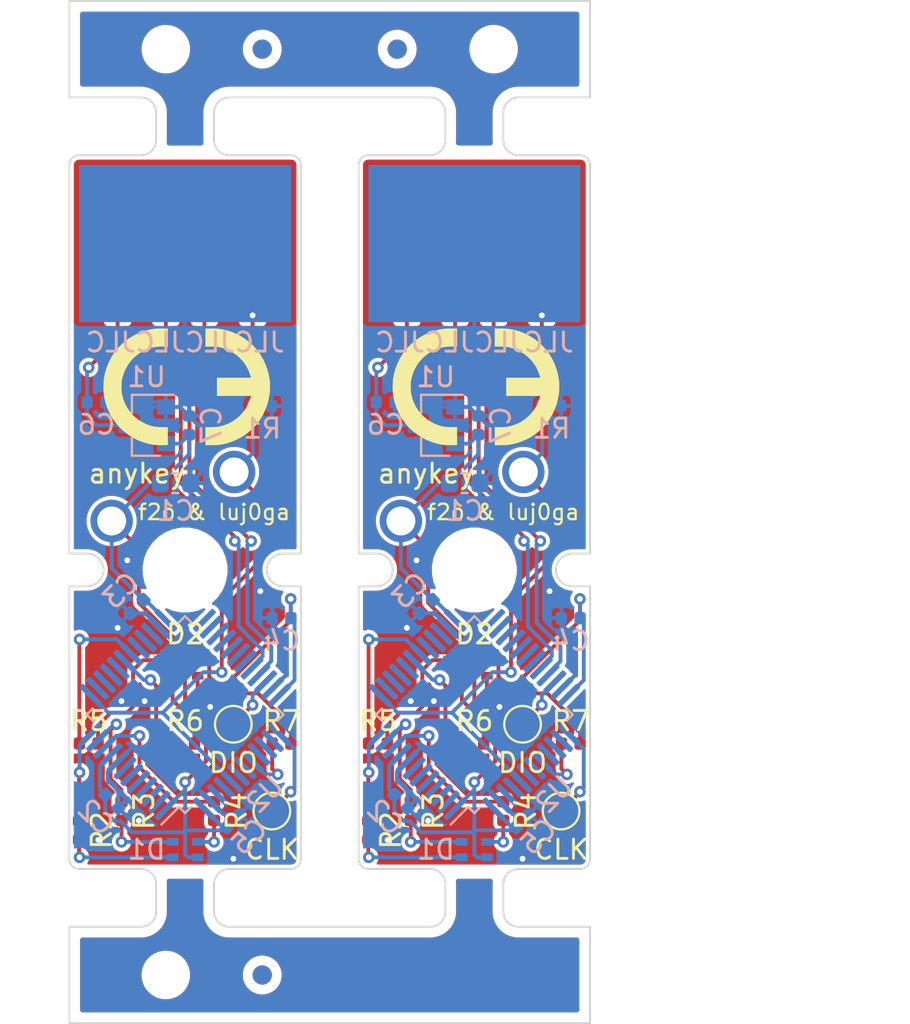
<source format=kicad_pcb>
(kicad_pcb (version 20171130) (host pcbnew 5.1.6)

  (general
    (thickness 1.6)
    (drawings 620)
    (tracks 466)
    (zones 0)
    (modules 55)
    (nets 95)
  )

  (page A4)
  (layers
    (0 F.Cu signal)
    (31 B.Cu signal)
    (32 B.Adhes user)
    (33 F.Adhes user)
    (34 B.Paste user)
    (35 F.Paste user)
    (36 B.SilkS user)
    (37 F.SilkS user)
    (38 B.Mask user)
    (39 F.Mask user)
    (40 Dwgs.User user)
    (41 Cmts.User user)
    (42 Eco1.User user)
    (43 Eco2.User user)
    (44 Edge.Cuts user)
    (45 Margin user)
    (46 B.CrtYd user)
    (47 F.CrtYd user)
    (48 B.Fab user)
    (49 F.Fab user)
  )

  (setup
    (last_trace_width 0.25)
    (trace_clearance 0.127)
    (zone_clearance 0.508)
    (zone_45_only no)
    (trace_min 0.2)
    (via_size 0.8)
    (via_drill 0.4)
    (via_min_size 0.4)
    (via_min_drill 0.3)
    (uvia_size 0.3)
    (uvia_drill 0.1)
    (uvias_allowed no)
    (uvia_min_size 0.2)
    (uvia_min_drill 0.1)
    (edge_width 0.05)
    (segment_width 0.2)
    (pcb_text_width 0.3)
    (pcb_text_size 1.5 1.5)
    (mod_edge_width 0.12)
    (mod_text_size 1 1)
    (mod_text_width 0.15)
    (pad_size 1.524 1.524)
    (pad_drill 0.762)
    (pad_to_mask_clearance 0.05)
    (aux_axis_origin 0 0)
    (visible_elements FFFFFF7F)
    (pcbplotparams
      (layerselection 0x012fc_ffffffff)
      (usegerberextensions true)
      (usegerberattributes true)
      (usegerberadvancedattributes true)
      (creategerberjobfile false)
      (excludeedgelayer true)
      (linewidth 0.100000)
      (plotframeref false)
      (viasonmask false)
      (mode 1)
      (useauxorigin false)
      (hpglpennumber 1)
      (hpglpenspeed 20)
      (hpglpendiameter 15.000000)
      (psnegative false)
      (psa4output false)
      (plotreference true)
      (plotvalue true)
      (plotinvisibletext false)
      (padsonsilk false)
      (subtractmaskfromsilk true)
      (outputformat 1)
      (mirror false)
      (drillshape 0)
      (scaleselection 1)
      (outputdirectory "../gerber/"))
  )

  (net 0 "")
  (net 1 Board_1-+3V3)
  (net 2 Board_1-/BTN1)
  (net 3 Board_1-/D+)
  (net 4 Board_1-/D-)
  (net 5 Board_1-/LED1_B)
  (net 6 Board_1-/LED1_G)
  (net 7 Board_1-/LED1_R)
  (net 8 Board_1-/LED2_B)
  (net 9 Board_1-/LED2_G)
  (net 10 Board_1-/LED2_R)
  (net 11 Board_1-/SWCLK)
  (net 12 Board_1-/SWDIO)
  (net 13 Board_1-GND)
  (net 14 "Board_1-Net-(D1-Pad1)")
  (net 15 "Board_1-Net-(D1-Pad3)")
  (net 16 "Board_1-Net-(D1-Pad4)")
  (net 17 "Board_1-Net-(D2-Pad1)")
  (net 18 "Board_1-Net-(D2-Pad3)")
  (net 19 "Board_1-Net-(D2-Pad4)")
  (net 20 "Board_1-Net-(U2-Pad14)")
  (net 21 "Board_1-Net-(U2-Pad15)")
  (net 22 "Board_1-Net-(U2-Pad16)")
  (net 23 "Board_1-Net-(U2-Pad17)")
  (net 24 "Board_1-Net-(U2-Pad2)")
  (net 25 "Board_1-Net-(U2-Pad20)")
  (net 26 "Board_1-Net-(U2-Pad21)")
  (net 27 "Board_1-Net-(U2-Pad22)")
  (net 28 "Board_1-Net-(U2-Pad25)")
  (net 29 "Board_1-Net-(U2-Pad26)")
  (net 30 "Board_1-Net-(U2-Pad27)")
  (net 31 "Board_1-Net-(U2-Pad28)")
  (net 32 "Board_1-Net-(U2-Pad29)")
  (net 33 "Board_1-Net-(U2-Pad3)")
  (net 34 "Board_1-Net-(U2-Pad30)")
  (net 35 "Board_1-Net-(U2-Pad31)")
  (net 36 "Board_1-Net-(U2-Pad38)")
  (net 37 "Board_1-Net-(U2-Pad39)")
  (net 38 "Board_1-Net-(U2-Pad4)")
  (net 39 "Board_1-Net-(U2-Pad40)")
  (net 40 "Board_1-Net-(U2-Pad42)")
  (net 41 "Board_1-Net-(U2-Pad43)")
  (net 42 "Board_1-Net-(U2-Pad45)")
  (net 43 "Board_1-Net-(U2-Pad46)")
  (net 44 "Board_1-Net-(U2-Pad5)")
  (net 45 "Board_1-Net-(U2-Pad6)")
  (net 46 "Board_1-Net-(U2-Pad7)")
  (net 47 Board_1-VBUS)
  (net 48 Board_2-+3V3)
  (net 49 Board_2-/BTN1)
  (net 50 Board_2-/D+)
  (net 51 Board_2-/D-)
  (net 52 Board_2-/LED1_B)
  (net 53 Board_2-/LED1_G)
  (net 54 Board_2-/LED1_R)
  (net 55 Board_2-/LED2_B)
  (net 56 Board_2-/LED2_G)
  (net 57 Board_2-/LED2_R)
  (net 58 Board_2-/SWCLK)
  (net 59 Board_2-/SWDIO)
  (net 60 Board_2-GND)
  (net 61 "Board_2-Net-(D1-Pad1)")
  (net 62 "Board_2-Net-(D1-Pad3)")
  (net 63 "Board_2-Net-(D1-Pad4)")
  (net 64 "Board_2-Net-(D2-Pad1)")
  (net 65 "Board_2-Net-(D2-Pad3)")
  (net 66 "Board_2-Net-(D2-Pad4)")
  (net 67 "Board_2-Net-(U2-Pad14)")
  (net 68 "Board_2-Net-(U2-Pad15)")
  (net 69 "Board_2-Net-(U2-Pad16)")
  (net 70 "Board_2-Net-(U2-Pad17)")
  (net 71 "Board_2-Net-(U2-Pad2)")
  (net 72 "Board_2-Net-(U2-Pad20)")
  (net 73 "Board_2-Net-(U2-Pad21)")
  (net 74 "Board_2-Net-(U2-Pad22)")
  (net 75 "Board_2-Net-(U2-Pad25)")
  (net 76 "Board_2-Net-(U2-Pad26)")
  (net 77 "Board_2-Net-(U2-Pad27)")
  (net 78 "Board_2-Net-(U2-Pad28)")
  (net 79 "Board_2-Net-(U2-Pad29)")
  (net 80 "Board_2-Net-(U2-Pad3)")
  (net 81 "Board_2-Net-(U2-Pad30)")
  (net 82 "Board_2-Net-(U2-Pad31)")
  (net 83 "Board_2-Net-(U2-Pad38)")
  (net 84 "Board_2-Net-(U2-Pad39)")
  (net 85 "Board_2-Net-(U2-Pad4)")
  (net 86 "Board_2-Net-(U2-Pad40)")
  (net 87 "Board_2-Net-(U2-Pad42)")
  (net 88 "Board_2-Net-(U2-Pad43)")
  (net 89 "Board_2-Net-(U2-Pad45)")
  (net 90 "Board_2-Net-(U2-Pad46)")
  (net 91 "Board_2-Net-(U2-Pad5)")
  (net 92 "Board_2-Net-(U2-Pad6)")
  (net 93 "Board_2-Net-(U2-Pad7)")
  (net 94 Board_2-VBUS)

  (net_class Default "This is the default net class."
    (clearance 0.127)
    (trace_width 0.25)
    (via_dia 0.8)
    (via_drill 0.4)
    (uvia_dia 0.3)
    (uvia_drill 0.1)
    (add_net Board_1-+3V3)
    (add_net Board_1-/BTN1)
    (add_net Board_1-/D+)
    (add_net Board_1-/D-)
    (add_net Board_1-/LED1_B)
    (add_net Board_1-/LED1_G)
    (add_net Board_1-/LED1_R)
    (add_net Board_1-/LED2_B)
    (add_net Board_1-/LED2_G)
    (add_net Board_1-/LED2_R)
    (add_net Board_1-/SWCLK)
    (add_net Board_1-/SWDIO)
    (add_net Board_1-GND)
    (add_net "Board_1-Net-(D1-Pad1)")
    (add_net "Board_1-Net-(D1-Pad3)")
    (add_net "Board_1-Net-(D1-Pad4)")
    (add_net "Board_1-Net-(D2-Pad1)")
    (add_net "Board_1-Net-(D2-Pad3)")
    (add_net "Board_1-Net-(D2-Pad4)")
    (add_net "Board_1-Net-(U2-Pad14)")
    (add_net "Board_1-Net-(U2-Pad15)")
    (add_net "Board_1-Net-(U2-Pad16)")
    (add_net "Board_1-Net-(U2-Pad17)")
    (add_net "Board_1-Net-(U2-Pad2)")
    (add_net "Board_1-Net-(U2-Pad20)")
    (add_net "Board_1-Net-(U2-Pad21)")
    (add_net "Board_1-Net-(U2-Pad22)")
    (add_net "Board_1-Net-(U2-Pad25)")
    (add_net "Board_1-Net-(U2-Pad26)")
    (add_net "Board_1-Net-(U2-Pad27)")
    (add_net "Board_1-Net-(U2-Pad28)")
    (add_net "Board_1-Net-(U2-Pad29)")
    (add_net "Board_1-Net-(U2-Pad3)")
    (add_net "Board_1-Net-(U2-Pad30)")
    (add_net "Board_1-Net-(U2-Pad31)")
    (add_net "Board_1-Net-(U2-Pad38)")
    (add_net "Board_1-Net-(U2-Pad39)")
    (add_net "Board_1-Net-(U2-Pad4)")
    (add_net "Board_1-Net-(U2-Pad40)")
    (add_net "Board_1-Net-(U2-Pad42)")
    (add_net "Board_1-Net-(U2-Pad43)")
    (add_net "Board_1-Net-(U2-Pad45)")
    (add_net "Board_1-Net-(U2-Pad46)")
    (add_net "Board_1-Net-(U2-Pad5)")
    (add_net "Board_1-Net-(U2-Pad6)")
    (add_net "Board_1-Net-(U2-Pad7)")
    (add_net Board_1-VBUS)
    (add_net Board_2-+3V3)
    (add_net Board_2-/BTN1)
    (add_net Board_2-/D+)
    (add_net Board_2-/D-)
    (add_net Board_2-/LED1_B)
    (add_net Board_2-/LED1_G)
    (add_net Board_2-/LED1_R)
    (add_net Board_2-/LED2_B)
    (add_net Board_2-/LED2_G)
    (add_net Board_2-/LED2_R)
    (add_net Board_2-/SWCLK)
    (add_net Board_2-/SWDIO)
    (add_net Board_2-GND)
    (add_net "Board_2-Net-(D1-Pad1)")
    (add_net "Board_2-Net-(D1-Pad3)")
    (add_net "Board_2-Net-(D1-Pad4)")
    (add_net "Board_2-Net-(D2-Pad1)")
    (add_net "Board_2-Net-(D2-Pad3)")
    (add_net "Board_2-Net-(D2-Pad4)")
    (add_net "Board_2-Net-(U2-Pad14)")
    (add_net "Board_2-Net-(U2-Pad15)")
    (add_net "Board_2-Net-(U2-Pad16)")
    (add_net "Board_2-Net-(U2-Pad17)")
    (add_net "Board_2-Net-(U2-Pad2)")
    (add_net "Board_2-Net-(U2-Pad20)")
    (add_net "Board_2-Net-(U2-Pad21)")
    (add_net "Board_2-Net-(U2-Pad22)")
    (add_net "Board_2-Net-(U2-Pad25)")
    (add_net "Board_2-Net-(U2-Pad26)")
    (add_net "Board_2-Net-(U2-Pad27)")
    (add_net "Board_2-Net-(U2-Pad28)")
    (add_net "Board_2-Net-(U2-Pad29)")
    (add_net "Board_2-Net-(U2-Pad3)")
    (add_net "Board_2-Net-(U2-Pad30)")
    (add_net "Board_2-Net-(U2-Pad31)")
    (add_net "Board_2-Net-(U2-Pad38)")
    (add_net "Board_2-Net-(U2-Pad39)")
    (add_net "Board_2-Net-(U2-Pad4)")
    (add_net "Board_2-Net-(U2-Pad40)")
    (add_net "Board_2-Net-(U2-Pad42)")
    (add_net "Board_2-Net-(U2-Pad43)")
    (add_net "Board_2-Net-(U2-Pad45)")
    (add_net "Board_2-Net-(U2-Pad46)")
    (add_net "Board_2-Net-(U2-Pad5)")
    (add_net "Board_2-Net-(U2-Pad6)")
    (add_net "Board_2-Net-(U2-Pad7)")
    (add_net Board_2-VBUS)
  )

  (module NPTH (layer F.Cu) (tedit 5E89AAAA) (tstamp 5F975A61)
    (at 54.999 92.501017)
    (fp_text reference REF** (at 0 0.5) (layer F.SilkS) hide
      (effects (font (size 1 1) (thickness 0.15)))
    )
    (fp_text value NPTH (at 0 -0.5) (layer F.Fab) hide
      (effects (font (size 1 1) (thickness 0.15)))
    )
    (pad "" np_thru_hole circle (at 0 0) (size 1.5 1.5) (drill 1.5) (layers *.Cu *.Mask))
  )

  (module NPTH (layer F.Cu) (tedit 5E89AAAA) (tstamp 5F975A59)
    (at 72.001018 44.499)
    (fp_text reference REF** (at 0 0.5) (layer F.SilkS) hide
      (effects (font (size 1 1) (thickness 0.15)))
    )
    (fp_text value NPTH (at 0 -0.5) (layer F.Fab) hide
      (effects (font (size 1 1) (thickness 0.15)))
    )
    (pad "" np_thru_hole circle (at 0 0) (size 1.5 1.5) (drill 1.5) (layers *.Cu *.Mask))
  )

  (module NPTH (layer F.Cu) (tedit 5E89AAAA) (tstamp 5F975A51)
    (at 54.999 44.499)
    (fp_text reference REF** (at 0 0.5) (layer F.SilkS) hide
      (effects (font (size 1 1) (thickness 0.15)))
    )
    (fp_text value NPTH (at 0 -0.5) (layer F.Fab) hide
      (effects (font (size 1 1) (thickness 0.15)))
    )
    (pad "" np_thru_hole circle (at 0 0) (size 1.5 1.5) (drill 1.5) (layers *.Cu *.Mask))
  )

  (module Fiducial (layer B.Cu) (tedit 5EA93A7C) (tstamp 5F975A49)
    (at 59.999 92.501017)
    (descr "Circular Fiducial")
    (tags fiducial)
    (attr smd)
    (fp_text reference REF** (at 0 1.5) (layer B.SilkS) hide
      (effects (font (size 1 1) (thickness 0.15)) (justify mirror))
    )
    (fp_text value Fiducial (at 0 -1.5) (layer B.Fab) hide
      (effects (font (size 1 1) (thickness 0.15)) (justify mirror))
    )
    (pad "" smd circle (at 0 0) (size 1 1) (layers B.Cu B.Mask)
      (solder_mask_margin 0.5) (clearance 0.5))
  )

  (module Fiducial (layer F.Cu) (tedit 5EA93A7C) (tstamp 5F975A41)
    (at 59.999 92.501017)
    (descr "Circular Fiducial")
    (tags fiducial)
    (attr smd)
    (fp_text reference REF** (at 0 -1.5) (layer F.SilkS) hide
      (effects (font (size 1 1) (thickness 0.15)))
    )
    (fp_text value Fiducial (at 0 1.5) (layer F.Fab) hide
      (effects (font (size 1 1) (thickness 0.15)))
    )
    (pad "" smd circle (at 0 0) (size 1 1) (layers F.Cu F.Mask)
      (solder_mask_margin 0.5) (clearance 0.5))
  )

  (module Fiducial (layer B.Cu) (tedit 5EA93A7C) (tstamp 5F975A39)
    (at 67.001018 44.499)
    (descr "Circular Fiducial")
    (tags fiducial)
    (attr smd)
    (fp_text reference REF** (at 0 1.5) (layer B.SilkS) hide
      (effects (font (size 1 1) (thickness 0.15)) (justify mirror))
    )
    (fp_text value Fiducial (at 0 -1.5) (layer B.Fab) hide
      (effects (font (size 1 1) (thickness 0.15)) (justify mirror))
    )
    (pad "" smd circle (at 0 0) (size 1 1) (layers B.Cu B.Mask)
      (solder_mask_margin 0.5) (clearance 0.5))
  )

  (module Fiducial (layer F.Cu) (tedit 5EA93A7C) (tstamp 5F975A31)
    (at 67.001018 44.499)
    (descr "Circular Fiducial")
    (tags fiducial)
    (attr smd)
    (fp_text reference REF** (at 0 -1.5) (layer F.SilkS) hide
      (effects (font (size 1 1) (thickness 0.15)))
    )
    (fp_text value Fiducial (at 0 1.5) (layer F.Fab) hide
      (effects (font (size 1 1) (thickness 0.15)))
    )
    (pad "" smd circle (at 0 0) (size 1 1) (layers F.Cu F.Mask)
      (solder_mask_margin 0.5) (clearance 0.5))
  )

  (module Fiducial (layer B.Cu) (tedit 5EA93A7C) (tstamp 5F975A29)
    (at 59.999 44.499)
    (descr "Circular Fiducial")
    (tags fiducial)
    (attr smd)
    (fp_text reference REF** (at 0 1.5) (layer B.SilkS) hide
      (effects (font (size 1 1) (thickness 0.15)) (justify mirror))
    )
    (fp_text value Fiducial (at 0 -1.5) (layer B.Fab) hide
      (effects (font (size 1 1) (thickness 0.15)) (justify mirror))
    )
    (pad "" smd circle (at 0 0) (size 1 1) (layers B.Cu B.Mask)
      (solder_mask_margin 0.5) (clearance 0.5))
  )

  (module Fiducial (layer F.Cu) (tedit 5EA93A7C) (tstamp 5F975A21)
    (at 59.999 44.499)
    (descr "Circular Fiducial")
    (tags fiducial)
    (attr smd)
    (fp_text reference REF** (at 0 -1.5) (layer F.SilkS) hide
      (effects (font (size 1 1) (thickness 0.15)))
    )
    (fp_text value Fiducial (at 0 1.5) (layer F.Fab) hide
      (effects (font (size 1 1) (thickness 0.15)))
    )
    (pad "" smd circle (at 0 0) (size 1 1) (layers F.Cu F.Mask)
      (solder_mask_margin 0.5) (clearance 0.5))
  )

  (module Capacitor_SMD:C_0603_1608Metric (layer B.Cu) (tedit 5B301BBE) (tstamp 5F97591D)
    (at 70.500018 67.000001)
    (descr "Capacitor SMD 0603 (1608 Metric), square (rectangular) end terminal, IPC_7351 nominal, (Body size source: http://www.tortai-tech.com/upload/download/2011102023233369053.pdf), generated with kicad-footprint-generator")
    (tags capacitor)
    (path /5F898D1B)
    (attr smd)
    (fp_text reference C1 (at 0 1.43) (layer B.SilkS)
      (effects (font (size 1 1) (thickness 0.15)) (justify mirror))
    )
    (fp_text value 10u (at 0 -1.43) (layer B.Fab)
      (effects (font (size 1 1) (thickness 0.15)) (justify mirror))
    )
    (fp_line (start -0.8 -0.4) (end -0.8 0.4) (layer B.Fab) (width 0.1))
    (fp_line (start -0.8 0.4) (end 0.8 0.4) (layer B.Fab) (width 0.1))
    (fp_line (start 0.8 0.4) (end 0.8 -0.4) (layer B.Fab) (width 0.1))
    (fp_line (start 0.8 -0.4) (end -0.8 -0.4) (layer B.Fab) (width 0.1))
    (fp_line (start -0.162779 0.51) (end 0.162779 0.51) (layer B.SilkS) (width 0.12))
    (fp_line (start -0.162779 -0.51) (end 0.162779 -0.51) (layer B.SilkS) (width 0.12))
    (fp_line (start -1.48 -0.73) (end -1.48 0.73) (layer B.CrtYd) (width 0.05))
    (fp_line (start -1.48 0.73) (end 1.48 0.73) (layer B.CrtYd) (width 0.05))
    (fp_line (start 1.48 0.73) (end 1.48 -0.73) (layer B.CrtYd) (width 0.05))
    (fp_line (start 1.48 -0.73) (end -1.48 -0.73) (layer B.CrtYd) (width 0.05))
    (fp_text user %R (at 0 0) (layer B.Fab)
      (effects (font (size 0.4 0.4) (thickness 0.06)) (justify mirror))
    )
    (pad 1 smd roundrect (at -0.7875 0) (size 0.875 0.95) (layers B.Cu B.Paste B.Mask) (roundrect_rratio 0.25)
      (net 48 Board_2-+3V3))
    (pad 2 smd roundrect (at 0.7875 0) (size 0.875 0.95) (layers B.Cu B.Paste B.Mask) (roundrect_rratio 0.25)
      (net 60 Board_2-GND))
    (model ${KISYS3DMOD}/Capacitor_SMD.3dshapes/C_0603_1608Metric.wrl
      (at (xyz 0 0 0))
      (scale (xyz 1 1 1))
      (rotate (xyz 0 0 0))
    )
  )

  (module Capacitor_SMD:C_0402_1005Metric (layer B.Cu) (tedit 5B301BBE) (tstamp 5F97590F)
    (at 67.200018 83.500001 315)
    (descr "Capacitor SMD 0402 (1005 Metric), square (rectangular) end terminal, IPC_7351 nominal, (Body size source: http://www.tortai-tech.com/upload/download/2011102023233369053.pdf), generated with kicad-footprint-generator")
    (tags capacitor)
    (path /5F89352A)
    (attr smd)
    (fp_text reference C2 (at 0 1.17 135) (layer B.SilkS)
      (effects (font (size 1 1) (thickness 0.15)) (justify mirror))
    )
    (fp_text value 100n (at 0 -1.17 135) (layer B.Fab)
      (effects (font (size 1 1) (thickness 0.15)) (justify mirror))
    )
    (fp_line (start -0.5 -0.25) (end -0.5 0.25) (layer B.Fab) (width 0.1))
    (fp_line (start -0.5 0.25) (end 0.5 0.25) (layer B.Fab) (width 0.1))
    (fp_line (start 0.5 0.25) (end 0.5 -0.25) (layer B.Fab) (width 0.1))
    (fp_line (start 0.5 -0.25) (end -0.5 -0.25) (layer B.Fab) (width 0.1))
    (fp_line (start -0.93 -0.47) (end -0.93 0.47) (layer B.CrtYd) (width 0.05))
    (fp_line (start -0.93 0.47) (end 0.93 0.47) (layer B.CrtYd) (width 0.05))
    (fp_line (start 0.93 0.47) (end 0.93 -0.47) (layer B.CrtYd) (width 0.05))
    (fp_line (start 0.93 -0.47) (end -0.93 -0.47) (layer B.CrtYd) (width 0.05))
    (fp_text user %R (at 0 0 135) (layer B.Fab)
      (effects (font (size 0.25 0.25) (thickness 0.04)) (justify mirror))
    )
    (pad 1 smd roundrect (at -0.485 0 315) (size 0.59 0.64) (layers B.Cu B.Paste B.Mask) (roundrect_rratio 0.25)
      (net 48 Board_2-+3V3))
    (pad 2 smd roundrect (at 0.485 0 315) (size 0.59 0.64) (layers B.Cu B.Paste B.Mask) (roundrect_rratio 0.25)
      (net 60 Board_2-GND))
    (model ${KISYS3DMOD}/Capacitor_SMD.3dshapes/C_0402_1005Metric.wrl
      (at (xyz 0 0 0))
      (scale (xyz 1 1 1))
      (rotate (xyz 0 0 0))
    )
  )

  (module Capacitor_SMD:C_0402_1005Metric (layer B.Cu) (tedit 5B301BBE) (tstamp 5F975901)
    (at 68.500018 73.400001 225)
    (descr "Capacitor SMD 0402 (1005 Metric), square (rectangular) end terminal, IPC_7351 nominal, (Body size source: http://www.tortai-tech.com/upload/download/2011102023233369053.pdf), generated with kicad-footprint-generator")
    (tags capacitor)
    (path /5F893113)
    (attr smd)
    (fp_text reference C3 (at 0 1.17 45) (layer B.SilkS)
      (effects (font (size 1 1) (thickness 0.15)) (justify mirror))
    )
    (fp_text value 100n (at 0 -1.17 45) (layer B.Fab)
      (effects (font (size 1 1) (thickness 0.15)) (justify mirror))
    )
    (fp_line (start 0.93 -0.47) (end -0.93 -0.47) (layer B.CrtYd) (width 0.05))
    (fp_line (start 0.93 0.47) (end 0.93 -0.47) (layer B.CrtYd) (width 0.05))
    (fp_line (start -0.93 0.47) (end 0.93 0.47) (layer B.CrtYd) (width 0.05))
    (fp_line (start -0.93 -0.47) (end -0.93 0.47) (layer B.CrtYd) (width 0.05))
    (fp_line (start 0.5 -0.25) (end -0.5 -0.25) (layer B.Fab) (width 0.1))
    (fp_line (start 0.5 0.25) (end 0.5 -0.25) (layer B.Fab) (width 0.1))
    (fp_line (start -0.5 0.25) (end 0.5 0.25) (layer B.Fab) (width 0.1))
    (fp_line (start -0.5 -0.25) (end -0.5 0.25) (layer B.Fab) (width 0.1))
    (fp_text user %R (at 0 0 45) (layer B.Fab)
      (effects (font (size 0.25 0.25) (thickness 0.04)) (justify mirror))
    )
    (pad 2 smd roundrect (at 0.485 0 225) (size 0.59 0.64) (layers B.Cu B.Paste B.Mask) (roundrect_rratio 0.25)
      (net 60 Board_2-GND))
    (pad 1 smd roundrect (at -0.485 0 225) (size 0.59 0.64) (layers B.Cu B.Paste B.Mask) (roundrect_rratio 0.25)
      (net 48 Board_2-+3V3))
    (model ${KISYS3DMOD}/Capacitor_SMD.3dshapes/C_0402_1005Metric.wrl
      (at (xyz 0 0 0))
      (scale (xyz 1 1 1))
      (rotate (xyz 0 0 0))
    )
  )

  (module Capacitor_SMD:C_0402_1005Metric (layer B.Cu) (tedit 5B301BBE) (tstamp 5F9758F3)
    (at 73.500018 84.500001 45)
    (descr "Capacitor SMD 0402 (1005 Metric), square (rectangular) end terminal, IPC_7351 nominal, (Body size source: http://www.tortai-tech.com/upload/download/2011102023233369053.pdf), generated with kicad-footprint-generator")
    (tags capacitor)
    (path /5F8989CC)
    (attr smd)
    (fp_text reference C5 (at 0 1.17 45) (layer B.SilkS)
      (effects (font (size 1 1) (thickness 0.15)) (justify mirror))
    )
    (fp_text value 100n (at 0 -1.17 45) (layer B.Fab)
      (effects (font (size 1 1) (thickness 0.15)) (justify mirror))
    )
    (fp_line (start 0.93 -0.47) (end -0.93 -0.47) (layer B.CrtYd) (width 0.05))
    (fp_line (start 0.93 0.47) (end 0.93 -0.47) (layer B.CrtYd) (width 0.05))
    (fp_line (start -0.93 0.47) (end 0.93 0.47) (layer B.CrtYd) (width 0.05))
    (fp_line (start -0.93 -0.47) (end -0.93 0.47) (layer B.CrtYd) (width 0.05))
    (fp_line (start 0.5 -0.25) (end -0.5 -0.25) (layer B.Fab) (width 0.1))
    (fp_line (start 0.5 0.25) (end 0.5 -0.25) (layer B.Fab) (width 0.1))
    (fp_line (start -0.5 0.25) (end 0.5 0.25) (layer B.Fab) (width 0.1))
    (fp_line (start -0.5 -0.25) (end -0.5 0.25) (layer B.Fab) (width 0.1))
    (fp_text user %R (at 0 0 45) (layer B.Fab)
      (effects (font (size 0.25 0.25) (thickness 0.04)) (justify mirror))
    )
    (pad 2 smd roundrect (at 0.485 0 45) (size 0.59 0.64) (layers B.Cu B.Paste B.Mask) (roundrect_rratio 0.25)
      (net 60 Board_2-GND))
    (pad 1 smd roundrect (at -0.485 0 45) (size 0.59 0.64) (layers B.Cu B.Paste B.Mask) (roundrect_rratio 0.25)
      (net 48 Board_2-+3V3))
    (model ${KISYS3DMOD}/Capacitor_SMD.3dshapes/C_0402_1005Metric.wrl
      (at (xyz 0 0 0))
      (scale (xyz 1 1 1))
      (rotate (xyz 0 0 0))
    )
  )

  (module Capacitor_SMD:C_0402_1005Metric (layer B.Cu) (tedit 5B301BBE) (tstamp 5F9758E5)
    (at 71.200018 64.000001 90)
    (descr "Capacitor SMD 0402 (1005 Metric), square (rectangular) end terminal, IPC_7351 nominal, (Body size source: http://www.tortai-tech.com/upload/download/2011102023233369053.pdf), generated with kicad-footprint-generator")
    (tags capacitor)
    (path /5F9081DC)
    (attr smd)
    (fp_text reference C7 (at 0 1.17 -90) (layer B.SilkS)
      (effects (font (size 1 1) (thickness 0.15)) (justify mirror))
    )
    (fp_text value 1u (at 0 -1.17 -90) (layer B.Fab)
      (effects (font (size 1 1) (thickness 0.15)) (justify mirror))
    )
    (fp_line (start 0.93 -0.47) (end -0.93 -0.47) (layer B.CrtYd) (width 0.05))
    (fp_line (start 0.93 0.47) (end 0.93 -0.47) (layer B.CrtYd) (width 0.05))
    (fp_line (start -0.93 0.47) (end 0.93 0.47) (layer B.CrtYd) (width 0.05))
    (fp_line (start -0.93 -0.47) (end -0.93 0.47) (layer B.CrtYd) (width 0.05))
    (fp_line (start 0.5 -0.25) (end -0.5 -0.25) (layer B.Fab) (width 0.1))
    (fp_line (start 0.5 0.25) (end 0.5 -0.25) (layer B.Fab) (width 0.1))
    (fp_line (start -0.5 0.25) (end 0.5 0.25) (layer B.Fab) (width 0.1))
    (fp_line (start -0.5 -0.25) (end -0.5 0.25) (layer B.Fab) (width 0.1))
    (fp_text user %R (at 0 0 -90) (layer B.Fab)
      (effects (font (size 0.25 0.25) (thickness 0.04)) (justify mirror))
    )
    (pad 2 smd roundrect (at 0.485 0 90) (size 0.59 0.64) (layers B.Cu B.Paste B.Mask) (roundrect_rratio 0.25)
      (net 60 Board_2-GND))
    (pad 1 smd roundrect (at -0.485 0 90) (size 0.59 0.64) (layers B.Cu B.Paste B.Mask) (roundrect_rratio 0.25)
      (net 48 Board_2-+3V3))
    (model ${KISYS3DMOD}/Capacitor_SMD.3dshapes/C_0402_1005Metric.wrl
      (at (xyz 0 0 0))
      (scale (xyz 1 1 1))
      (rotate (xyz 0 0 0))
    )
  )

  (module anykey:LED_MEIHUA_MHPA1515RGBDT (layer B.Cu) (tedit 5F906CA6) (tstamp 5F9758D4)
    (at 71.000018 86.000001 180)
    (path /5F998A03)
    (attr smd)
    (fp_text reference D1 (at 2 0) (layer B.SilkS)
      (effects (font (size 1 1) (thickness 0.15)) (justify mirror))
    )
    (fp_text value MHPA1515RGBDT (at 0 1.75) (layer B.Fab)
      (effects (font (size 1 1) (thickness 0.15)) (justify mirror))
    )
    (fp_line (start 0.8 -0.45) (end 0.5 -0.75) (layer B.Fab) (width 0.1))
    (fp_line (start -0.8 -0.75) (end -0.8 0.75) (layer B.Fab) (width 0.1))
    (fp_line (start 0.5 -0.75) (end -0.8 -0.75) (layer B.Fab) (width 0.1))
    (fp_line (start 0.8 0.75) (end 0.8 -0.45) (layer B.Fab) (width 0.1))
    (fp_line (start -0.8 0.75) (end 0.8 0.75) (layer B.Fab) (width 0.1))
    (fp_line (start -1 1) (end 1 1) (layer B.CrtYd) (width 0.05))
    (fp_line (start 1 1) (end 1 -1) (layer B.CrtYd) (width 0.05))
    (fp_line (start 1 -1) (end -1 -1) (layer B.CrtYd) (width 0.05))
    (fp_line (start -1 -1) (end -1 1) (layer B.CrtYd) (width 0.05))
    (fp_text user %R (at 0 0) (layer B.Fab)
      (effects (font (size 0.3 0.3) (thickness 0.05)) (justify mirror))
    )
    (pad 1 smd rect (at 0.65 -0.4 180) (size 0.6 0.4) (layers B.Cu B.Paste B.Mask)
      (net 61 "Board_2-Net-(D1-Pad1)"))
    (pad 2 smd rect (at -0.65 -0.4 180) (size 0.6 0.4) (layers B.Cu B.Paste B.Mask)
      (net 48 Board_2-+3V3))
    (pad 3 smd rect (at -0.65 0.4 180) (size 0.6 0.4) (layers B.Cu B.Paste B.Mask)
      (net 62 "Board_2-Net-(D1-Pad3)"))
    (pad 4 smd rect (at 0.65 0.4 180) (size 0.6 0.4) (layers B.Cu B.Paste B.Mask)
      (net 63 "Board_2-Net-(D1-Pad4)"))
  )

  (module anykey:LED_MEIHUA_MHPA1515RGBDT (layer F.Cu) (tedit 5F906CA6) (tstamp 5F9758C3)
    (at 71.000018 76.580001 180)
    (path /5FD938D9)
    (attr smd)
    (fp_text reference D2 (at 0 1.75) (layer F.SilkS)
      (effects (font (size 1 1) (thickness 0.15)))
    )
    (fp_text value MHPA1515RGBDT (at 0 -1.75) (layer F.Fab)
      (effects (font (size 1 1) (thickness 0.15)))
    )
    (fp_line (start 0.8 0.45) (end 0.5 0.75) (layer F.Fab) (width 0.1))
    (fp_line (start -0.8 0.75) (end -0.8 -0.75) (layer F.Fab) (width 0.1))
    (fp_line (start 0.5 0.75) (end -0.8 0.75) (layer F.Fab) (width 0.1))
    (fp_line (start 0.8 -0.75) (end 0.8 0.45) (layer F.Fab) (width 0.1))
    (fp_line (start -0.8 -0.75) (end 0.8 -0.75) (layer F.Fab) (width 0.1))
    (fp_line (start -1 -1) (end 1 -1) (layer F.CrtYd) (width 0.05))
    (fp_line (start 1 -1) (end 1 1) (layer F.CrtYd) (width 0.05))
    (fp_line (start 1 1) (end -1 1) (layer F.CrtYd) (width 0.05))
    (fp_line (start -1 1) (end -1 -1) (layer F.CrtYd) (width 0.05))
    (fp_text user %R (at 0 0) (layer F.Fab)
      (effects (font (size 0.3 0.3) (thickness 0.05)))
    )
    (pad 1 smd rect (at 0.65 0.4 180) (size 0.6 0.4) (layers F.Cu F.Paste F.Mask)
      (net 64 "Board_2-Net-(D2-Pad1)"))
    (pad 2 smd rect (at -0.65 0.4 180) (size 0.6 0.4) (layers F.Cu F.Paste F.Mask)
      (net 48 Board_2-+3V3))
    (pad 3 smd rect (at -0.65 -0.4 180) (size 0.6 0.4) (layers F.Cu F.Paste F.Mask)
      (net 65 "Board_2-Net-(D2-Pad3)"))
    (pad 4 smd rect (at 0.65 -0.4 180) (size 0.6 0.4) (layers F.Cu F.Paste F.Mask)
      (net 66 "Board_2-Net-(D2-Pad4)"))
  )

  (module anykey:USB_A_Plug_PCB (layer F.Cu) (tedit 5F8DF2F0) (tstamp 5F9758B8)
    (at 71.000018 50.000001)
    (path /5F874047)
    (attr virtual)
    (fp_text reference J1 (at 0 10) (layer F.SilkS) hide
      (effects (font (size 1 1) (thickness 0.15)))
    )
    (fp_text value USB_A (at 0 -1) (layer F.Fab)
      (effects (font (size 1 1) (thickness 0.15)))
    )
    (fp_line (start 6 0) (end 6 11.75) (layer Dwgs.User) (width 0.12))
    (fp_line (start -6 0) (end 6 0) (layer Dwgs.User) (width 0.12))
    (fp_line (start -6 11.75) (end -6 0) (layer Dwgs.User) (width 0.12))
    (pad 5 connect rect (at 0 4.575) (size 11 8.15) (layers B.Cu B.Mask)
      (net 60 Board_2-GND))
    (pad 4 connect rect (at 3.5 4.945) (size 1 7.41) (layers F.Cu F.Mask)
      (net 60 Board_2-GND))
    (pad 3 connect rect (at 1 5.445) (size 1 6.41) (layers F.Cu F.Mask)
      (net 50 Board_2-/D+))
    (pad 2 connect rect (at -1 5.445) (size 1 6.41) (layers F.Cu F.Mask)
      (net 51 Board_2-/D-))
    (pad 1 connect rect (at -3.5 4.945) (size 1 7.41) (layers F.Cu F.Mask)
      (net 94 Board_2-VBUS))
  )

  (module Resistor_SMD:R_0402_1005Metric (layer B.Cu) (tedit 5B301BBD) (tstamp 5F9758AA)
    (at 75.000018 63.000001)
    (descr "Resistor SMD 0402 (1005 Metric), square (rectangular) end terminal, IPC_7351 nominal, (Body size source: http://www.tortai-tech.com/upload/download/2011102023233369053.pdf), generated with kicad-footprint-generator")
    (tags resistor)
    (path /5F905B31)
    (attr smd)
    (fp_text reference R1 (at 0 1.17) (layer B.SilkS)
      (effects (font (size 1 1) (thickness 0.15)) (justify mirror))
    )
    (fp_text value 10k (at 0 -1.17) (layer B.Fab)
      (effects (font (size 1 1) (thickness 0.15)) (justify mirror))
    )
    (fp_line (start -0.5 -0.25) (end -0.5 0.25) (layer B.Fab) (width 0.1))
    (fp_line (start -0.5 0.25) (end 0.5 0.25) (layer B.Fab) (width 0.1))
    (fp_line (start 0.5 0.25) (end 0.5 -0.25) (layer B.Fab) (width 0.1))
    (fp_line (start 0.5 -0.25) (end -0.5 -0.25) (layer B.Fab) (width 0.1))
    (fp_line (start -0.93 -0.47) (end -0.93 0.47) (layer B.CrtYd) (width 0.05))
    (fp_line (start -0.93 0.47) (end 0.93 0.47) (layer B.CrtYd) (width 0.05))
    (fp_line (start 0.93 0.47) (end 0.93 -0.47) (layer B.CrtYd) (width 0.05))
    (fp_line (start 0.93 -0.47) (end -0.93 -0.47) (layer B.CrtYd) (width 0.05))
    (fp_text user %R (at 0 0) (layer B.Fab)
      (effects (font (size 0.25 0.25) (thickness 0.04)) (justify mirror))
    )
    (pad 1 smd roundrect (at -0.485 0) (size 0.59 0.64) (layers B.Cu B.Paste B.Mask) (roundrect_rratio 0.25)
      (net 49 Board_2-/BTN1))
    (pad 2 smd roundrect (at 0.485 0) (size 0.59 0.64) (layers B.Cu B.Paste B.Mask) (roundrect_rratio 0.25)
      (net 60 Board_2-GND))
    (model ${KISYS3DMOD}/Resistor_SMD.3dshapes/R_0402_1005Metric.wrl
      (at (xyz 0 0 0))
      (scale (xyz 1 1 1))
      (rotate (xyz 0 0 0))
    )
  )

  (module Resistor_SMD:R_0402_1005Metric (layer F.Cu) (tedit 5B301BBD) (tstamp 5F97589C)
    (at 65.500018 85.000001 270)
    (descr "Resistor SMD 0402 (1005 Metric), square (rectangular) end terminal, IPC_7351 nominal, (Body size source: http://www.tortai-tech.com/upload/download/2011102023233369053.pdf), generated with kicad-footprint-generator")
    (tags resistor)
    (path /5F9354AF)
    (attr smd)
    (fp_text reference R2 (at 0 -1.17 90) (layer F.SilkS)
      (effects (font (size 1 1) (thickness 0.15)))
    )
    (fp_text value 1k (at 0 1.17 90) (layer F.Fab)
      (effects (font (size 1 1) (thickness 0.15)))
    )
    (fp_line (start -0.5 0.25) (end -0.5 -0.25) (layer F.Fab) (width 0.1))
    (fp_line (start -0.5 -0.25) (end 0.5 -0.25) (layer F.Fab) (width 0.1))
    (fp_line (start 0.5 -0.25) (end 0.5 0.25) (layer F.Fab) (width 0.1))
    (fp_line (start 0.5 0.25) (end -0.5 0.25) (layer F.Fab) (width 0.1))
    (fp_line (start -0.93 0.47) (end -0.93 -0.47) (layer F.CrtYd) (width 0.05))
    (fp_line (start -0.93 -0.47) (end 0.93 -0.47) (layer F.CrtYd) (width 0.05))
    (fp_line (start 0.93 -0.47) (end 0.93 0.47) (layer F.CrtYd) (width 0.05))
    (fp_line (start 0.93 0.47) (end -0.93 0.47) (layer F.CrtYd) (width 0.05))
    (fp_text user %R (at 0 0 90) (layer F.Fab)
      (effects (font (size 0.25 0.25) (thickness 0.04)))
    )
    (pad 1 smd roundrect (at -0.485 0 270) (size 0.59 0.64) (layers F.Cu F.Paste F.Mask) (roundrect_rratio 0.25)
      (net 54 Board_2-/LED1_R))
    (pad 2 smd roundrect (at 0.485 0 270) (size 0.59 0.64) (layers F.Cu F.Paste F.Mask) (roundrect_rratio 0.25)
      (net 61 "Board_2-Net-(D1-Pad1)"))
    (model ${KISYS3DMOD}/Resistor_SMD.3dshapes/R_0402_1005Metric.wrl
      (at (xyz 0 0 0))
      (scale (xyz 1 1 1))
      (rotate (xyz 0 0 0))
    )
  )

  (module Resistor_SMD:R_0402_1005Metric (layer F.Cu) (tedit 5B301BBD) (tstamp 5F97588E)
    (at 67.700018 84.000001 270)
    (descr "Resistor SMD 0402 (1005 Metric), square (rectangular) end terminal, IPC_7351 nominal, (Body size source: http://www.tortai-tech.com/upload/download/2011102023233369053.pdf), generated with kicad-footprint-generator")
    (tags resistor)
    (path /5F935EFD)
    (attr smd)
    (fp_text reference R3 (at 0 -1.17 90) (layer F.SilkS)
      (effects (font (size 1 1) (thickness 0.15)))
    )
    (fp_text value 1k (at 0 1.17 90) (layer F.Fab)
      (effects (font (size 1 1) (thickness 0.15)))
    )
    (fp_line (start -0.5 0.25) (end -0.5 -0.25) (layer F.Fab) (width 0.1))
    (fp_line (start -0.5 -0.25) (end 0.5 -0.25) (layer F.Fab) (width 0.1))
    (fp_line (start 0.5 -0.25) (end 0.5 0.25) (layer F.Fab) (width 0.1))
    (fp_line (start 0.5 0.25) (end -0.5 0.25) (layer F.Fab) (width 0.1))
    (fp_line (start -0.93 0.47) (end -0.93 -0.47) (layer F.CrtYd) (width 0.05))
    (fp_line (start -0.93 -0.47) (end 0.93 -0.47) (layer F.CrtYd) (width 0.05))
    (fp_line (start 0.93 -0.47) (end 0.93 0.47) (layer F.CrtYd) (width 0.05))
    (fp_line (start 0.93 0.47) (end -0.93 0.47) (layer F.CrtYd) (width 0.05))
    (fp_text user %R (at 0 0 90) (layer F.Fab)
      (effects (font (size 0.25 0.25) (thickness 0.04)))
    )
    (pad 1 smd roundrect (at -0.485 0 270) (size 0.59 0.64) (layers F.Cu F.Paste F.Mask) (roundrect_rratio 0.25)
      (net 53 Board_2-/LED1_G))
    (pad 2 smd roundrect (at 0.485 0 270) (size 0.59 0.64) (layers F.Cu F.Paste F.Mask) (roundrect_rratio 0.25)
      (net 63 "Board_2-Net-(D1-Pad4)"))
    (model ${KISYS3DMOD}/Resistor_SMD.3dshapes/R_0402_1005Metric.wrl
      (at (xyz 0 0 0))
      (scale (xyz 1 1 1))
      (rotate (xyz 0 0 0))
    )
  )

  (module Resistor_SMD:R_0402_1005Metric (layer F.Cu) (tedit 5B301BBD) (tstamp 5F975880)
    (at 72.500018 84.000001 270)
    (descr "Resistor SMD 0402 (1005 Metric), square (rectangular) end terminal, IPC_7351 nominal, (Body size source: http://www.tortai-tech.com/upload/download/2011102023233369053.pdf), generated with kicad-footprint-generator")
    (tags resistor)
    (path /5F9366E4)
    (attr smd)
    (fp_text reference R4 (at 0 -1.17 90) (layer F.SilkS)
      (effects (font (size 1 1) (thickness 0.15)))
    )
    (fp_text value 1k (at 0 1.17 90) (layer F.Fab)
      (effects (font (size 1 1) (thickness 0.15)))
    )
    (fp_line (start -0.5 0.25) (end -0.5 -0.25) (layer F.Fab) (width 0.1))
    (fp_line (start -0.5 -0.25) (end 0.5 -0.25) (layer F.Fab) (width 0.1))
    (fp_line (start 0.5 -0.25) (end 0.5 0.25) (layer F.Fab) (width 0.1))
    (fp_line (start 0.5 0.25) (end -0.5 0.25) (layer F.Fab) (width 0.1))
    (fp_line (start -0.93 0.47) (end -0.93 -0.47) (layer F.CrtYd) (width 0.05))
    (fp_line (start -0.93 -0.47) (end 0.93 -0.47) (layer F.CrtYd) (width 0.05))
    (fp_line (start 0.93 -0.47) (end 0.93 0.47) (layer F.CrtYd) (width 0.05))
    (fp_line (start 0.93 0.47) (end -0.93 0.47) (layer F.CrtYd) (width 0.05))
    (fp_text user %R (at 0 0 90) (layer F.Fab)
      (effects (font (size 0.25 0.25) (thickness 0.04)))
    )
    (pad 1 smd roundrect (at -0.485 0 270) (size 0.59 0.64) (layers F.Cu F.Paste F.Mask) (roundrect_rratio 0.25)
      (net 52 Board_2-/LED1_B))
    (pad 2 smd roundrect (at 0.485 0 270) (size 0.59 0.64) (layers F.Cu F.Paste F.Mask) (roundrect_rratio 0.25)
      (net 62 "Board_2-Net-(D1-Pad3)"))
    (model ${KISYS3DMOD}/Resistor_SMD.3dshapes/R_0402_1005Metric.wrl
      (at (xyz 0 0 0))
      (scale (xyz 1 1 1))
      (rotate (xyz 0 0 0))
    )
  )

  (module Resistor_SMD:R_0402_1005Metric (layer F.Cu) (tedit 5B301BBD) (tstamp 5F975872)
    (at 66.000018 80.500001)
    (descr "Resistor SMD 0402 (1005 Metric), square (rectangular) end terminal, IPC_7351 nominal, (Body size source: http://www.tortai-tech.com/upload/download/2011102023233369053.pdf), generated with kicad-footprint-generator")
    (tags resistor)
    (path /5FD9D2CE)
    (attr smd)
    (fp_text reference R5 (at 0 -1.17) (layer F.SilkS)
      (effects (font (size 1 1) (thickness 0.15)))
    )
    (fp_text value 1k (at 0 1.17) (layer F.Fab)
      (effects (font (size 1 1) (thickness 0.15)))
    )
    (fp_line (start 0.93 0.47) (end -0.93 0.47) (layer F.CrtYd) (width 0.05))
    (fp_line (start 0.93 -0.47) (end 0.93 0.47) (layer F.CrtYd) (width 0.05))
    (fp_line (start -0.93 -0.47) (end 0.93 -0.47) (layer F.CrtYd) (width 0.05))
    (fp_line (start -0.93 0.47) (end -0.93 -0.47) (layer F.CrtYd) (width 0.05))
    (fp_line (start 0.5 0.25) (end -0.5 0.25) (layer F.Fab) (width 0.1))
    (fp_line (start 0.5 -0.25) (end 0.5 0.25) (layer F.Fab) (width 0.1))
    (fp_line (start -0.5 -0.25) (end 0.5 -0.25) (layer F.Fab) (width 0.1))
    (fp_line (start -0.5 0.25) (end -0.5 -0.25) (layer F.Fab) (width 0.1))
    (fp_text user %R (at 0 0) (layer F.Fab)
      (effects (font (size 0.25 0.25) (thickness 0.04)))
    )
    (pad 2 smd roundrect (at 0.485 0) (size 0.59 0.64) (layers F.Cu F.Paste F.Mask) (roundrect_rratio 0.25)
      (net 64 "Board_2-Net-(D2-Pad1)"))
    (pad 1 smd roundrect (at -0.485 0) (size 0.59 0.64) (layers F.Cu F.Paste F.Mask) (roundrect_rratio 0.25)
      (net 57 Board_2-/LED2_R))
    (model ${KISYS3DMOD}/Resistor_SMD.3dshapes/R_0402_1005Metric.wrl
      (at (xyz 0 0 0))
      (scale (xyz 1 1 1))
      (rotate (xyz 0 0 0))
    )
  )

  (module Resistor_SMD:R_0402_1005Metric (layer F.Cu) (tedit 5B301BBD) (tstamp 5F975864)
    (at 71.000018 80.500001)
    (descr "Resistor SMD 0402 (1005 Metric), square (rectangular) end terminal, IPC_7351 nominal, (Body size source: http://www.tortai-tech.com/upload/download/2011102023233369053.pdf), generated with kicad-footprint-generator")
    (tags resistor)
    (path /5FDA00DF)
    (attr smd)
    (fp_text reference R6 (at 0 -1.17) (layer F.SilkS)
      (effects (font (size 1 1) (thickness 0.15)))
    )
    (fp_text value 1k (at 0 1.17) (layer F.Fab)
      (effects (font (size 1 1) (thickness 0.15)))
    )
    (fp_line (start -0.5 0.25) (end -0.5 -0.25) (layer F.Fab) (width 0.1))
    (fp_line (start -0.5 -0.25) (end 0.5 -0.25) (layer F.Fab) (width 0.1))
    (fp_line (start 0.5 -0.25) (end 0.5 0.25) (layer F.Fab) (width 0.1))
    (fp_line (start 0.5 0.25) (end -0.5 0.25) (layer F.Fab) (width 0.1))
    (fp_line (start -0.93 0.47) (end -0.93 -0.47) (layer F.CrtYd) (width 0.05))
    (fp_line (start -0.93 -0.47) (end 0.93 -0.47) (layer F.CrtYd) (width 0.05))
    (fp_line (start 0.93 -0.47) (end 0.93 0.47) (layer F.CrtYd) (width 0.05))
    (fp_line (start 0.93 0.47) (end -0.93 0.47) (layer F.CrtYd) (width 0.05))
    (fp_text user %R (at 0 0) (layer F.Fab)
      (effects (font (size 0.25 0.25) (thickness 0.04)))
    )
    (pad 1 smd roundrect (at -0.485 0) (size 0.59 0.64) (layers F.Cu F.Paste F.Mask) (roundrect_rratio 0.25)
      (net 56 Board_2-/LED2_G))
    (pad 2 smd roundrect (at 0.485 0) (size 0.59 0.64) (layers F.Cu F.Paste F.Mask) (roundrect_rratio 0.25)
      (net 66 "Board_2-Net-(D2-Pad4)"))
    (model ${KISYS3DMOD}/Resistor_SMD.3dshapes/R_0402_1005Metric.wrl
      (at (xyz 0 0 0))
      (scale (xyz 1 1 1))
      (rotate (xyz 0 0 0))
    )
  )

  (module Resistor_SMD:R_0402_1005Metric (layer F.Cu) (tedit 5B301BBD) (tstamp 5F975856)
    (at 76.000018 80.500001)
    (descr "Resistor SMD 0402 (1005 Metric), square (rectangular) end terminal, IPC_7351 nominal, (Body size source: http://www.tortai-tech.com/upload/download/2011102023233369053.pdf), generated with kicad-footprint-generator")
    (tags resistor)
    (path /5FDA0D19)
    (attr smd)
    (fp_text reference R7 (at 0 -1.17) (layer F.SilkS)
      (effects (font (size 1 1) (thickness 0.15)))
    )
    (fp_text value 1k (at 0 1.17) (layer F.Fab)
      (effects (font (size 1 1) (thickness 0.15)))
    )
    (fp_line (start -0.5 0.25) (end -0.5 -0.25) (layer F.Fab) (width 0.1))
    (fp_line (start -0.5 -0.25) (end 0.5 -0.25) (layer F.Fab) (width 0.1))
    (fp_line (start 0.5 -0.25) (end 0.5 0.25) (layer F.Fab) (width 0.1))
    (fp_line (start 0.5 0.25) (end -0.5 0.25) (layer F.Fab) (width 0.1))
    (fp_line (start -0.93 0.47) (end -0.93 -0.47) (layer F.CrtYd) (width 0.05))
    (fp_line (start -0.93 -0.47) (end 0.93 -0.47) (layer F.CrtYd) (width 0.05))
    (fp_line (start 0.93 -0.47) (end 0.93 0.47) (layer F.CrtYd) (width 0.05))
    (fp_line (start 0.93 0.47) (end -0.93 0.47) (layer F.CrtYd) (width 0.05))
    (fp_text user %R (at 0 0) (layer F.Fab)
      (effects (font (size 0.25 0.25) (thickness 0.04)))
    )
    (pad 1 smd roundrect (at -0.485 0) (size 0.59 0.64) (layers F.Cu F.Paste F.Mask) (roundrect_rratio 0.25)
      (net 55 Board_2-/LED2_B))
    (pad 2 smd roundrect (at 0.485 0) (size 0.59 0.64) (layers F.Cu F.Paste F.Mask) (roundrect_rratio 0.25)
      (net 65 "Board_2-Net-(D2-Pad3)"))
    (model ${KISYS3DMOD}/Resistor_SMD.3dshapes/R_0402_1005Metric.wrl
      (at (xyz 0 0 0))
      (scale (xyz 1 1 1))
      (rotate (xyz 0 0 0))
    )
  )

  (module Package_TO_SOT_SMD:SOT-23 (layer B.Cu) (tedit 5A02FF57) (tstamp 5F975842)
    (at 69.000018 64.000001 180)
    (descr "SOT-23, Standard")
    (tags SOT-23)
    (path /5FA01775)
    (attr smd)
    (fp_text reference U1 (at 0 2.5) (layer B.SilkS)
      (effects (font (size 1 1) (thickness 0.15)) (justify mirror))
    )
    (fp_text value XC6206P332MR (at 0 -2.5) (layer B.Fab)
      (effects (font (size 1 1) (thickness 0.15)) (justify mirror))
    )
    (fp_line (start 0.76 -1.58) (end -0.7 -1.58) (layer B.SilkS) (width 0.12))
    (fp_line (start 0.76 1.58) (end -1.4 1.58) (layer B.SilkS) (width 0.12))
    (fp_line (start -1.7 -1.75) (end -1.7 1.75) (layer B.CrtYd) (width 0.05))
    (fp_line (start 1.7 -1.75) (end -1.7 -1.75) (layer B.CrtYd) (width 0.05))
    (fp_line (start 1.7 1.75) (end 1.7 -1.75) (layer B.CrtYd) (width 0.05))
    (fp_line (start -1.7 1.75) (end 1.7 1.75) (layer B.CrtYd) (width 0.05))
    (fp_line (start 0.76 1.58) (end 0.76 0.65) (layer B.SilkS) (width 0.12))
    (fp_line (start 0.76 -1.58) (end 0.76 -0.65) (layer B.SilkS) (width 0.12))
    (fp_line (start -0.7 -1.52) (end 0.7 -1.52) (layer B.Fab) (width 0.1))
    (fp_line (start 0.7 1.52) (end 0.7 -1.52) (layer B.Fab) (width 0.1))
    (fp_line (start -0.7 0.95) (end -0.15 1.52) (layer B.Fab) (width 0.1))
    (fp_line (start -0.15 1.52) (end 0.7 1.52) (layer B.Fab) (width 0.1))
    (fp_line (start -0.7 0.95) (end -0.7 -1.5) (layer B.Fab) (width 0.1))
    (fp_text user %R (at 0 0 -90) (layer B.Fab)
      (effects (font (size 0.5 0.5) (thickness 0.075)) (justify mirror))
    )
    (pad 3 smd rect (at 1 0 180) (size 0.9 0.8) (layers B.Cu B.Paste B.Mask)
      (net 94 Board_2-VBUS))
    (pad 2 smd rect (at -1 -0.95 180) (size 0.9 0.8) (layers B.Cu B.Paste B.Mask)
      (net 48 Board_2-+3V3))
    (pad 1 smd rect (at -1 0.95 180) (size 0.9 0.8) (layers B.Cu B.Paste B.Mask)
      (net 60 Board_2-GND))
    (model ${KISYS3DMOD}/Package_TO_SOT_SMD.3dshapes/SOT-23.wrl
      (at (xyz 0 0 0))
      (scale (xyz 1 1 1))
      (rotate (xyz 0 0 0))
    )
  )

  (module Package_QFP:LQFP-48_7x7mm_P0.5mm (layer B.Cu) (tedit 5D9F72AF) (tstamp 5F9757E8)
    (at 71.000018 79.000001 45)
    (descr "LQFP, 48 Pin (https://www.analog.com/media/en/technical-documentation/data-sheets/ltc2358-16.pdf), generated with kicad-footprint-generator ipc_gullwing_generator.py")
    (tags "LQFP QFP")
    (path /5F878F8D)
    (attr smd)
    (fp_text reference U2 (at 0 5.85 45) (layer B.SilkS)
      (effects (font (size 1 1) (thickness 0.15)) (justify mirror))
    )
    (fp_text value STM32F072CBT6 (at 0 -5.85 45) (layer B.Fab)
      (effects (font (size 1 1) (thickness 0.15)) (justify mirror))
    )
    (fp_line (start 3.16 -3.61) (end 3.61 -3.61) (layer B.SilkS) (width 0.12))
    (fp_line (start 3.61 -3.61) (end 3.61 -3.16) (layer B.SilkS) (width 0.12))
    (fp_line (start -3.16 -3.61) (end -3.61 -3.61) (layer B.SilkS) (width 0.12))
    (fp_line (start -3.61 -3.61) (end -3.61 -3.16) (layer B.SilkS) (width 0.12))
    (fp_line (start 3.16 3.61) (end 3.61 3.61) (layer B.SilkS) (width 0.12))
    (fp_line (start 3.61 3.61) (end 3.61 3.16) (layer B.SilkS) (width 0.12))
    (fp_line (start -3.16 3.61) (end -3.61 3.61) (layer B.SilkS) (width 0.12))
    (fp_line (start -3.61 3.61) (end -3.61 3.16) (layer B.SilkS) (width 0.12))
    (fp_line (start -3.61 3.16) (end -4.9 3.16) (layer B.SilkS) (width 0.12))
    (fp_line (start -2.5 3.5) (end 3.5 3.5) (layer B.Fab) (width 0.1))
    (fp_line (start 3.5 3.5) (end 3.5 -3.5) (layer B.Fab) (width 0.1))
    (fp_line (start 3.5 -3.5) (end -3.5 -3.5) (layer B.Fab) (width 0.1))
    (fp_line (start -3.5 -3.5) (end -3.5 2.5) (layer B.Fab) (width 0.1))
    (fp_line (start -3.5 2.5) (end -2.5 3.5) (layer B.Fab) (width 0.1))
    (fp_line (start 0 5.15) (end -3.15 5.15) (layer B.CrtYd) (width 0.05))
    (fp_line (start -3.15 5.15) (end -3.15 3.75) (layer B.CrtYd) (width 0.05))
    (fp_line (start -3.15 3.75) (end -3.75 3.75) (layer B.CrtYd) (width 0.05))
    (fp_line (start -3.75 3.75) (end -3.75 3.15) (layer B.CrtYd) (width 0.05))
    (fp_line (start -3.75 3.15) (end -5.15 3.15) (layer B.CrtYd) (width 0.05))
    (fp_line (start -5.15 3.15) (end -5.15 0) (layer B.CrtYd) (width 0.05))
    (fp_line (start 0 5.15) (end 3.15 5.15) (layer B.CrtYd) (width 0.05))
    (fp_line (start 3.15 5.15) (end 3.15 3.75) (layer B.CrtYd) (width 0.05))
    (fp_line (start 3.15 3.75) (end 3.75 3.75) (layer B.CrtYd) (width 0.05))
    (fp_line (start 3.75 3.75) (end 3.75 3.15) (layer B.CrtYd) (width 0.05))
    (fp_line (start 3.75 3.15) (end 5.15 3.15) (layer B.CrtYd) (width 0.05))
    (fp_line (start 5.15 3.15) (end 5.15 0) (layer B.CrtYd) (width 0.05))
    (fp_line (start 0 -5.15) (end -3.15 -5.15) (layer B.CrtYd) (width 0.05))
    (fp_line (start -3.15 -5.15) (end -3.15 -3.75) (layer B.CrtYd) (width 0.05))
    (fp_line (start -3.15 -3.75) (end -3.75 -3.75) (layer B.CrtYd) (width 0.05))
    (fp_line (start -3.75 -3.75) (end -3.75 -3.15) (layer B.CrtYd) (width 0.05))
    (fp_line (start -3.75 -3.15) (end -5.15 -3.15) (layer B.CrtYd) (width 0.05))
    (fp_line (start -5.15 -3.15) (end -5.15 0) (layer B.CrtYd) (width 0.05))
    (fp_line (start 0 -5.15) (end 3.15 -5.15) (layer B.CrtYd) (width 0.05))
    (fp_line (start 3.15 -5.15) (end 3.15 -3.75) (layer B.CrtYd) (width 0.05))
    (fp_line (start 3.15 -3.75) (end 3.75 -3.75) (layer B.CrtYd) (width 0.05))
    (fp_line (start 3.75 -3.75) (end 3.75 -3.15) (layer B.CrtYd) (width 0.05))
    (fp_line (start 3.75 -3.15) (end 5.15 -3.15) (layer B.CrtYd) (width 0.05))
    (fp_line (start 5.15 -3.15) (end 5.15 0) (layer B.CrtYd) (width 0.05))
    (fp_text user %R (at 0 0 45) (layer B.Fab)
      (effects (font (size 1 1) (thickness 0.15)) (justify mirror))
    )
    (pad 1 smd roundrect (at -4.1625 2.75 45) (size 1.475 0.3) (layers B.Cu B.Paste B.Mask) (roundrect_rratio 0.25)
      (net 48 Board_2-+3V3))
    (pad 2 smd roundrect (at -4.1625 2.25 45) (size 1.475 0.3) (layers B.Cu B.Paste B.Mask) (roundrect_rratio 0.25)
      (net 71 "Board_2-Net-(U2-Pad2)"))
    (pad 3 smd roundrect (at -4.1625 1.75 45) (size 1.475 0.3) (layers B.Cu B.Paste B.Mask) (roundrect_rratio 0.25)
      (net 80 "Board_2-Net-(U2-Pad3)"))
    (pad 4 smd roundrect (at -4.1625 1.25 45) (size 1.475 0.3) (layers B.Cu B.Paste B.Mask) (roundrect_rratio 0.25)
      (net 85 "Board_2-Net-(U2-Pad4)"))
    (pad 5 smd roundrect (at -4.1625 0.75 45) (size 1.475 0.3) (layers B.Cu B.Paste B.Mask) (roundrect_rratio 0.25)
      (net 91 "Board_2-Net-(U2-Pad5)"))
    (pad 6 smd roundrect (at -4.1625 0.25 45) (size 1.475 0.3) (layers B.Cu B.Paste B.Mask) (roundrect_rratio 0.25)
      (net 92 "Board_2-Net-(U2-Pad6)"))
    (pad 7 smd roundrect (at -4.1625 -0.25 45) (size 1.475 0.3) (layers B.Cu B.Paste B.Mask) (roundrect_rratio 0.25)
      (net 93 "Board_2-Net-(U2-Pad7)"))
    (pad 8 smd roundrect (at -4.1625 -0.75 45) (size 1.475 0.3) (layers B.Cu B.Paste B.Mask) (roundrect_rratio 0.25)
      (net 60 Board_2-GND))
    (pad 9 smd roundrect (at -4.1625 -1.25 45) (size 1.475 0.3) (layers B.Cu B.Paste B.Mask) (roundrect_rratio 0.25)
      (net 48 Board_2-+3V3))
    (pad 10 smd roundrect (at -4.1625 -1.75 45) (size 1.475 0.3) (layers B.Cu B.Paste B.Mask) (roundrect_rratio 0.25)
      (net 52 Board_2-/LED1_B))
    (pad 11 smd roundrect (at -4.1625 -2.25 45) (size 1.475 0.3) (layers B.Cu B.Paste B.Mask) (roundrect_rratio 0.25)
      (net 53 Board_2-/LED1_G))
    (pad 12 smd roundrect (at -4.1625 -2.75 45) (size 1.475 0.3) (layers B.Cu B.Paste B.Mask) (roundrect_rratio 0.25)
      (net 54 Board_2-/LED1_R))
    (pad 13 smd roundrect (at -2.75 -4.1625 45) (size 0.3 1.475) (layers B.Cu B.Paste B.Mask) (roundrect_rratio 0.25)
      (net 49 Board_2-/BTN1))
    (pad 14 smd roundrect (at -2.25 -4.1625 45) (size 0.3 1.475) (layers B.Cu B.Paste B.Mask) (roundrect_rratio 0.25)
      (net 67 "Board_2-Net-(U2-Pad14)"))
    (pad 15 smd roundrect (at -1.75 -4.1625 45) (size 0.3 1.475) (layers B.Cu B.Paste B.Mask) (roundrect_rratio 0.25)
      (net 68 "Board_2-Net-(U2-Pad15)"))
    (pad 16 smd roundrect (at -1.25 -4.1625 45) (size 0.3 1.475) (layers B.Cu B.Paste B.Mask) (roundrect_rratio 0.25)
      (net 69 "Board_2-Net-(U2-Pad16)"))
    (pad 17 smd roundrect (at -0.75 -4.1625 45) (size 0.3 1.475) (layers B.Cu B.Paste B.Mask) (roundrect_rratio 0.25)
      (net 70 "Board_2-Net-(U2-Pad17)"))
    (pad 18 smd roundrect (at -0.25 -4.1625 45) (size 0.3 1.475) (layers B.Cu B.Paste B.Mask) (roundrect_rratio 0.25)
      (net 56 Board_2-/LED2_G))
    (pad 19 smd roundrect (at 0.25 -4.1625 45) (size 0.3 1.475) (layers B.Cu B.Paste B.Mask) (roundrect_rratio 0.25)
      (net 57 Board_2-/LED2_R))
    (pad 20 smd roundrect (at 0.75 -4.1625 45) (size 0.3 1.475) (layers B.Cu B.Paste B.Mask) (roundrect_rratio 0.25)
      (net 72 "Board_2-Net-(U2-Pad20)"))
    (pad 21 smd roundrect (at 1.25 -4.1625 45) (size 0.3 1.475) (layers B.Cu B.Paste B.Mask) (roundrect_rratio 0.25)
      (net 73 "Board_2-Net-(U2-Pad21)"))
    (pad 22 smd roundrect (at 1.75 -4.1625 45) (size 0.3 1.475) (layers B.Cu B.Paste B.Mask) (roundrect_rratio 0.25)
      (net 74 "Board_2-Net-(U2-Pad22)"))
    (pad 23 smd roundrect (at 2.25 -4.1625 45) (size 0.3 1.475) (layers B.Cu B.Paste B.Mask) (roundrect_rratio 0.25)
      (net 60 Board_2-GND))
    (pad 24 smd roundrect (at 2.75 -4.1625 45) (size 0.3 1.475) (layers B.Cu B.Paste B.Mask) (roundrect_rratio 0.25)
      (net 48 Board_2-+3V3))
    (pad 25 smd roundrect (at 4.1625 -2.75 45) (size 1.475 0.3) (layers B.Cu B.Paste B.Mask) (roundrect_rratio 0.25)
      (net 75 "Board_2-Net-(U2-Pad25)"))
    (pad 26 smd roundrect (at 4.1625 -2.25 45) (size 1.475 0.3) (layers B.Cu B.Paste B.Mask) (roundrect_rratio 0.25)
      (net 76 "Board_2-Net-(U2-Pad26)"))
    (pad 27 smd roundrect (at 4.1625 -1.75 45) (size 1.475 0.3) (layers B.Cu B.Paste B.Mask) (roundrect_rratio 0.25)
      (net 77 "Board_2-Net-(U2-Pad27)"))
    (pad 28 smd roundrect (at 4.1625 -1.25 45) (size 1.475 0.3) (layers B.Cu B.Paste B.Mask) (roundrect_rratio 0.25)
      (net 78 "Board_2-Net-(U2-Pad28)"))
    (pad 29 smd roundrect (at 4.1625 -0.75 45) (size 1.475 0.3) (layers B.Cu B.Paste B.Mask) (roundrect_rratio 0.25)
      (net 79 "Board_2-Net-(U2-Pad29)"))
    (pad 30 smd roundrect (at 4.1625 -0.25 45) (size 1.475 0.3) (layers B.Cu B.Paste B.Mask) (roundrect_rratio 0.25)
      (net 81 "Board_2-Net-(U2-Pad30)"))
    (pad 31 smd roundrect (at 4.1625 0.25 45) (size 1.475 0.3) (layers B.Cu B.Paste B.Mask) (roundrect_rratio 0.25)
      (net 82 "Board_2-Net-(U2-Pad31)"))
    (pad 32 smd roundrect (at 4.1625 0.75 45) (size 1.475 0.3) (layers B.Cu B.Paste B.Mask) (roundrect_rratio 0.25)
      (net 51 Board_2-/D-))
    (pad 33 smd roundrect (at 4.1625 1.25 45) (size 1.475 0.3) (layers B.Cu B.Paste B.Mask) (roundrect_rratio 0.25)
      (net 50 Board_2-/D+))
    (pad 34 smd roundrect (at 4.1625 1.75 45) (size 1.475 0.3) (layers B.Cu B.Paste B.Mask) (roundrect_rratio 0.25)
      (net 59 Board_2-/SWDIO))
    (pad 35 smd roundrect (at 4.1625 2.25 45) (size 1.475 0.3) (layers B.Cu B.Paste B.Mask) (roundrect_rratio 0.25)
      (net 60 Board_2-GND))
    (pad 36 smd roundrect (at 4.1625 2.75 45) (size 1.475 0.3) (layers B.Cu B.Paste B.Mask) (roundrect_rratio 0.25)
      (net 48 Board_2-+3V3))
    (pad 37 smd roundrect (at 2.75 4.1625 45) (size 0.3 1.475) (layers B.Cu B.Paste B.Mask) (roundrect_rratio 0.25)
      (net 58 Board_2-/SWCLK))
    (pad 38 smd roundrect (at 2.25 4.1625 45) (size 0.3 1.475) (layers B.Cu B.Paste B.Mask) (roundrect_rratio 0.25)
      (net 83 "Board_2-Net-(U2-Pad38)"))
    (pad 39 smd roundrect (at 1.75 4.1625 45) (size 0.3 1.475) (layers B.Cu B.Paste B.Mask) (roundrect_rratio 0.25)
      (net 84 "Board_2-Net-(U2-Pad39)"))
    (pad 40 smd roundrect (at 1.25 4.1625 45) (size 0.3 1.475) (layers B.Cu B.Paste B.Mask) (roundrect_rratio 0.25)
      (net 86 "Board_2-Net-(U2-Pad40)"))
    (pad 41 smd roundrect (at 0.75 4.1625 45) (size 0.3 1.475) (layers B.Cu B.Paste B.Mask) (roundrect_rratio 0.25)
      (net 55 Board_2-/LED2_B))
    (pad 42 smd roundrect (at 0.25 4.1625 45) (size 0.3 1.475) (layers B.Cu B.Paste B.Mask) (roundrect_rratio 0.25)
      (net 87 "Board_2-Net-(U2-Pad42)"))
    (pad 43 smd roundrect (at -0.25 4.1625 45) (size 0.3 1.475) (layers B.Cu B.Paste B.Mask) (roundrect_rratio 0.25)
      (net 88 "Board_2-Net-(U2-Pad43)"))
    (pad 44 smd roundrect (at -0.75 4.1625 45) (size 0.3 1.475) (layers B.Cu B.Paste B.Mask) (roundrect_rratio 0.25)
      (net 49 Board_2-/BTN1))
    (pad 45 smd roundrect (at -1.25 4.1625 45) (size 0.3 1.475) (layers B.Cu B.Paste B.Mask) (roundrect_rratio 0.25)
      (net 89 "Board_2-Net-(U2-Pad45)"))
    (pad 46 smd roundrect (at -1.75 4.1625 45) (size 0.3 1.475) (layers B.Cu B.Paste B.Mask) (roundrect_rratio 0.25)
      (net 90 "Board_2-Net-(U2-Pad46)"))
    (pad 47 smd roundrect (at -2.25 4.1625 45) (size 0.3 1.475) (layers B.Cu B.Paste B.Mask) (roundrect_rratio 0.25)
      (net 60 Board_2-GND))
    (pad 48 smd roundrect (at -2.75 4.1625 45) (size 0.3 1.475) (layers B.Cu B.Paste B.Mask) (roundrect_rratio 0.25)
      (net 48 Board_2-+3V3))
    (model ${KISYS3DMOD}/Package_QFP.3dshapes/LQFP-48_7x7mm_P0.5mm.wrl
      (at (xyz 0 0 0))
      (scale (xyz 1 1 1))
      (rotate (xyz 0 0 0))
    )
  )

  (module Capacitor_SMD:C_0402_1005Metric (layer B.Cu) (tedit 5B301BBE) (tstamp 5F9757DA)
    (at 66.400018 62.800001)
    (descr "Capacitor SMD 0402 (1005 Metric), square (rectangular) end terminal, IPC_7351 nominal, (Body size source: http://www.tortai-tech.com/upload/download/2011102023233369053.pdf), generated with kicad-footprint-generator")
    (tags capacitor)
    (path /5F93753A)
    (attr smd)
    (fp_text reference C6 (at 0 1.17) (layer B.SilkS)
      (effects (font (size 1 1) (thickness 0.15)) (justify mirror))
    )
    (fp_text value 1u (at 0 -1.17) (layer B.Fab)
      (effects (font (size 1 1) (thickness 0.15)) (justify mirror))
    )
    (fp_line (start -0.5 -0.25) (end -0.5 0.25) (layer B.Fab) (width 0.1))
    (fp_line (start -0.5 0.25) (end 0.5 0.25) (layer B.Fab) (width 0.1))
    (fp_line (start 0.5 0.25) (end 0.5 -0.25) (layer B.Fab) (width 0.1))
    (fp_line (start 0.5 -0.25) (end -0.5 -0.25) (layer B.Fab) (width 0.1))
    (fp_line (start -0.93 -0.47) (end -0.93 0.47) (layer B.CrtYd) (width 0.05))
    (fp_line (start -0.93 0.47) (end 0.93 0.47) (layer B.CrtYd) (width 0.05))
    (fp_line (start 0.93 0.47) (end 0.93 -0.47) (layer B.CrtYd) (width 0.05))
    (fp_line (start 0.93 -0.47) (end -0.93 -0.47) (layer B.CrtYd) (width 0.05))
    (fp_text user %R (at 0 0) (layer B.Fab)
      (effects (font (size 0.25 0.25) (thickness 0.04)) (justify mirror))
    )
    (pad 1 smd roundrect (at -0.485 0) (size 0.59 0.64) (layers B.Cu B.Paste B.Mask) (roundrect_rratio 0.25)
      (net 94 Board_2-VBUS))
    (pad 2 smd roundrect (at 0.485 0) (size 0.59 0.64) (layers B.Cu B.Paste B.Mask) (roundrect_rratio 0.25)
      (net 60 Board_2-GND))
    (model ${KISYS3DMOD}/Capacitor_SMD.3dshapes/C_0402_1005Metric.wrl
      (at (xyz 0 0 0))
      (scale (xyz 1 1 1))
      (rotate (xyz 0 0 0))
    )
  )

  (module Button_Switch_Keyboard:SW_Cherry_MX_1.00u_PCB (layer F.Cu) (tedit 5F944CC9) (tstamp 5F9757C7)
    (at 73.540018 66.420001)
    (descr "Cherry MX keyswitch, 1.00u, PCB mount, http://cherryamericas.com/wp-content/uploads/2014/12/mx_cat.pdf")
    (tags "Cherry MX keyswitch 1.00u PCB")
    (path /5F925207)
    (fp_text reference SW1 (at -2.54 -2.794) (layer F.SilkS) hide
      (effects (font (size 1 1) (thickness 0.15)))
    )
    (fp_text value MXxx-xxxx (at -2.54 12.954) (layer F.Fab)
      (effects (font (size 1 1) (thickness 0.15)))
    )
    (fp_line (start -12.065 14.605) (end -12.065 -4.445) (layer Dwgs.User) (width 0.15))
    (fp_line (start 6.985 14.605) (end -12.065 14.605) (layer Dwgs.User) (width 0.15))
    (fp_line (start 6.985 -4.445) (end 6.985 14.605) (layer Dwgs.User) (width 0.15))
    (fp_line (start -12.065 -4.445) (end 6.985 -4.445) (layer Dwgs.User) (width 0.15))
    (fp_line (start -9.14 -1.52) (end 4.06 -1.52) (layer F.CrtYd) (width 0.05))
    (fp_line (start 4.06 -1.52) (end 4.06 11.68) (layer F.CrtYd) (width 0.05))
    (fp_line (start 4.06 11.68) (end -9.14 11.68) (layer F.CrtYd) (width 0.05))
    (fp_line (start -9.14 11.68) (end -9.14 -1.52) (layer F.CrtYd) (width 0.05))
    (fp_line (start -8.89 11.43) (end -8.89 -1.27) (layer F.Fab) (width 0.1))
    (fp_line (start 3.81 11.43) (end -8.89 11.43) (layer F.Fab) (width 0.1))
    (fp_line (start 3.81 -1.27) (end 3.81 11.43) (layer F.Fab) (width 0.1))
    (fp_line (start -8.89 -1.27) (end 3.81 -1.27) (layer F.Fab) (width 0.1))
    (fp_text user %R (at -2.54 -2.794) (layer F.Fab)
      (effects (font (size 1 1) (thickness 0.15)))
    )
    (pad 1 thru_hole circle (at 0 0) (size 2.2 2.2) (drill 1.5) (layers *.Cu *.Mask)
      (net 49 Board_2-/BTN1))
    (pad 2 thru_hole circle (at -6.35 2.54) (size 2.2 2.2) (drill 1.5) (layers *.Cu *.Mask)
      (net 48 Board_2-+3V3))
    (pad "" np_thru_hole circle (at -2.54 5.08) (size 4 4) (drill 4) (layers *.Cu *.Mask))
    (model ${KISYS3DMOD}/Button_Switch_Keyboard.3dshapes/SW_Cherry_MX_1.00u_PCB.wrl
      (at (xyz 0 0 0))
      (scale (xyz 1 1 1))
      (rotate (xyz 0 0 0))
    )
  )

  (module Capacitor_SMD:C_0402_1005Metric (layer B.Cu) (tedit 5F947204) (tstamp 5F9757B9)
    (at 76.000018 74.000001 180)
    (descr "Capacitor SMD 0402 (1005 Metric), square (rectangular) end terminal, IPC_7351 nominal, (Body size source: http://www.tortai-tech.com/upload/download/2011102023233369053.pdf), generated with kicad-footprint-generator")
    (tags capacitor)
    (path /5F892CC5)
    (attr smd)
    (fp_text reference C4 (at 0 -1.17 180) (layer B.SilkS)
      (effects (font (size 1 1) (thickness 0.15)) (justify mirror))
    )
    (fp_text value 100n (at 0 1.17 180) (layer B.Fab)
      (effects (font (size 1 1) (thickness 0.15)) (justify mirror))
    )
    (fp_line (start -0.5 -0.25) (end -0.5 0.25) (layer B.Fab) (width 0.1))
    (fp_line (start -0.5 0.25) (end 0.5 0.25) (layer B.Fab) (width 0.1))
    (fp_line (start 0.5 0.25) (end 0.5 -0.25) (layer B.Fab) (width 0.1))
    (fp_line (start 0.5 -0.25) (end -0.5 -0.25) (layer B.Fab) (width 0.1))
    (fp_line (start -0.93 -0.47) (end -0.93 0.47) (layer B.CrtYd) (width 0.05))
    (fp_line (start -0.93 0.47) (end 0.93 0.47) (layer B.CrtYd) (width 0.05))
    (fp_line (start 0.93 0.47) (end 0.93 -0.47) (layer B.CrtYd) (width 0.05))
    (fp_line (start 0.93 -0.47) (end -0.93 -0.47) (layer B.CrtYd) (width 0.05))
    (fp_text user %R (at 0 0 180) (layer B.Fab)
      (effects (font (size 0.25 0.25) (thickness 0.04)) (justify mirror))
    )
    (pad 1 smd roundrect (at -0.485 0 180) (size 0.59 0.64) (layers B.Cu B.Paste B.Mask) (roundrect_rratio 0.25)
      (net 48 Board_2-+3V3))
    (pad 2 smd roundrect (at 0.485 0 180) (size 0.59 0.64) (layers B.Cu B.Paste B.Mask) (roundrect_rratio 0.25)
      (net 60 Board_2-GND))
    (model ${KISYS3DMOD}/Capacitor_SMD.3dshapes/C_0402_1005Metric.wrl
      (at (xyz 0 0 0))
      (scale (xyz 1 1 1))
      (rotate (xyz 0 0 0))
    )
  )

  (module TestPoint:TestPoint_Pad_D1.5mm (layer F.Cu) (tedit 5A0F774F) (tstamp 5F9757B2)
    (at 73.500018 79.500001 180)
    (descr "SMD pad as test Point, diameter 1.5mm")
    (tags "test point SMD pad")
    (path /5FCAA338)
    (attr virtual)
    (fp_text reference TP1 (at 0 -1.648) (layer F.SilkS) hide
      (effects (font (size 1 1) (thickness 0.15)))
    )
    (fp_text value SWDIO (at 0 1.75) (layer F.Fab)
      (effects (font (size 1 1) (thickness 0.15)))
    )
    (fp_circle (center 0 0) (end 0 0.95) (layer F.SilkS) (width 0.12))
    (fp_circle (center 0 0) (end 1.25 0) (layer F.CrtYd) (width 0.05))
    (fp_text user %R (at 0 -1.65) (layer F.Fab)
      (effects (font (size 1 1) (thickness 0.15)))
    )
    (pad 1 smd circle (at 0 0 180) (size 1.5 1.5) (layers F.Cu F.Mask)
      (net 59 Board_2-/SWDIO))
  )

  (module TestPoint:TestPoint_Pad_D1.5mm (layer F.Cu) (tedit 5A0F774F) (tstamp 5F9757AB)
    (at 75.500018 84.000001 180)
    (descr "SMD pad as test Point, diameter 1.5mm")
    (tags "test point SMD pad")
    (path /5FCB2854)
    (attr virtual)
    (fp_text reference TP2 (at 0 -1.648) (layer F.SilkS) hide
      (effects (font (size 1 1) (thickness 0.15)))
    )
    (fp_text value SWCLK (at 0 1.75) (layer F.Fab)
      (effects (font (size 1 1) (thickness 0.15)))
    )
    (fp_circle (center 0 0) (end 0 0.95) (layer F.SilkS) (width 0.12))
    (fp_circle (center 0 0) (end 1.25 0) (layer F.CrtYd) (width 0.05))
    (fp_text user %R (at 0 -1.65) (layer F.Fab)
      (effects (font (size 1 1) (thickness 0.15)))
    )
    (pad 1 smd circle (at 0 0 180) (size 1.5 1.5) (layers F.Cu F.Mask)
      (net 58 Board_2-/SWCLK))
  )

  (module Symbol:CE-Logo_8.5x6mm_SilkScreen (layer F.Cu) (tedit 5F95E6E6) (tstamp 5F9757A6)
    (at 71.000018 62.000001)
    (descr "CE marking")
    (tags "Logo CE certification")
    (attr virtual)
    (fp_text reference C3-Logo (at 0 0) (layer F.SilkS) hide
      (effects (font (size 1 1) (thickness 0.15)))
    )
    (fp_text value CE-Logo_8.5x6mm_SilkScreen (at 0.75 0) (layer F.Fab) hide
      (effects (font (size 1 1) (thickness 0.15)))
    )
    (fp_poly (pts (xy -1.060813 -3.015685) (xy -0.99633 -3.014025) (xy -0.949697 -3.011055) (xy -0.929349 -3.007912)
      (xy -0.899583 -2.999935) (xy -0.899583 -2.07947) (xy -1.109119 -2.086741) (xy -1.318953 -2.086477)
      (xy -1.513141 -2.069618) (xy -1.69758 -2.034925) (xy -1.878168 -1.981161) (xy -2.060803 -1.907089)
      (xy -2.136511 -1.871121) (xy -2.317062 -1.772023) (xy -2.479702 -1.660674) (xy -2.632099 -1.531592)
      (xy -2.691378 -1.474295) (xy -2.848015 -1.299139) (xy -2.983527 -1.10848) (xy -3.097234 -0.903606)
      (xy -3.188456 -0.685807) (xy -3.256515 -0.456371) (xy -3.276674 -0.363803) (xy -3.288823 -0.279756)
      (xy -3.296934 -0.176766) (xy -3.301015 -0.062035) (xy -3.301074 0.057234) (xy -3.297116 0.173837)
      (xy -3.289149 0.280571) (xy -3.277181 0.370233) (xy -3.275943 0.377031) (xy -3.220089 0.605759)
      (xy -3.140701 0.823965) (xy -3.039069 1.030177) (xy -2.916478 1.222928) (xy -2.774219 1.400748)
      (xy -2.613579 1.562168) (xy -2.435845 1.705719) (xy -2.242307 1.829931) (xy -2.034252 1.933336)
      (xy -1.850763 2.002535) (xy -1.747623 2.034118) (xy -1.652893 2.058129) (xy -1.56013 2.075463)
      (xy -1.462894 2.087016) (xy -1.354742 2.09368) (xy -1.229233 2.096352) (xy -1.174089 2.096504)
      (xy -0.899583 2.096186) (xy -0.899583 3.013164) (xy -0.929349 3.021141) (xy -0.954749 3.024138)
      (xy -1.001744 3.026203) (xy -1.06549 3.027382) (xy -1.141142 3.027723) (xy -1.223854 3.027274)
      (xy -1.308783 3.026083) (xy -1.391083 3.024197) (xy -1.465909 3.021663) (xy -1.528417 3.018531)
      (xy -1.573762 3.014847) (xy -1.574271 3.014789) (xy -1.687271 2.998341) (xy -1.814872 2.973706)
      (xy -1.947338 2.943083) (xy -2.074934 2.908667) (xy -2.156016 2.883536) (xy -2.420553 2.782498)
      (xy -2.671277 2.659513) (xy -2.907195 2.515777) (xy -3.12732 2.352487) (xy -3.33066 2.170838)
      (xy -3.516227 1.972026) (xy -3.68303 1.757247) (xy -3.830079 1.527698) (xy -3.956385 1.284573)
      (xy -4.060958 1.02907) (xy -4.142808 0.762383) (xy -4.200945 0.485709) (xy -4.214162 0.396875)
      (xy -4.222618 0.312107) (xy -4.228437 0.208118) (xy -4.231618 0.092009) (xy -4.232161 -0.029113)
      (xy -4.230066 -0.148146) (xy -4.225334 -0.257986) (xy -4.217963 -0.351528) (xy -4.214162 -0.383646)
      (xy -4.163241 -0.666294) (xy -4.087795 -0.939386) (xy -3.988081 -1.202286) (xy -3.864354 -1.454363)
      (xy -3.716872 -1.694983) (xy -3.638048 -1.805782) (xy -3.45977 -2.023277) (xy -3.263767 -2.221656)
      (xy -3.051402 -2.400118) (xy -2.824041 -2.557867) (xy -2.583047 -2.694103) (xy -2.329787 -2.808029)
      (xy -2.065623 -2.898847) (xy -1.791921 -2.965759) (xy -1.60112 -2.997187) (xy -1.548646 -3.00251)
      (xy -1.479782 -3.00707) (xy -1.399419 -3.010788) (xy -1.31245 -3.013587) (xy -1.223764 -3.015388)
      (xy -1.138255 -3.016113) (xy -1.060813 -3.015685)) (layer F.SilkS) (width 0.01))
    (fp_poly (pts (xy 1.061335 -2.083594) (xy 1.355685 -2.083305) (xy 1.45766 -2.08288) (xy 1.538315 -2.081592)
      (xy 1.602782 -2.079086) (xy 1.656194 -2.075004) (xy 1.703682 -2.068992) (xy 1.750381 -2.060692)
      (xy 1.784281 -2.053564) (xy 2.014121 -1.990246) (xy 2.233438 -1.903988) (xy 2.440469 -1.795991)
      (xy 2.63345 -1.667456) (xy 2.810621 -1.519582) (xy 2.970217 -1.35357) (xy 3.110477 -1.170621)
      (xy 3.135116 -1.133551) (xy 3.186914 -1.046598) (xy 3.239815 -0.94518) (xy 3.290834 -0.836134)
      (xy 3.336988 -0.726298) (xy 3.375295 -0.622512) (xy 3.402772 -0.531612) (xy 3.408866 -0.506016)
      (xy 3.418231 -0.463021) (xy 1.656649 -0.463021) (xy 1.656649 0.47625) (xy 3.418231 0.47625)
      (xy 3.408866 0.519244) (xy 3.383806 0.610611) (xy 3.346318 0.716469) (xy 3.299485 0.829878)
      (xy 3.246388 0.943892) (xy 3.19011 1.051569) (xy 3.133734 1.145967) (xy 3.124278 1.160319)
      (xy 2.980536 1.351791) (xy 2.819337 1.52363) (xy 2.64168 1.675163) (xy 2.448561 1.805719)
      (xy 2.240979 1.914624) (xy 2.019932 2.001206) (xy 1.786415 2.064794) (xy 1.780714 2.066021)
      (xy 1.728132 2.076622) (xy 1.679712 2.084513) (xy 1.630061 2.090078) (xy 1.573789 2.093702)
      (xy 1.505502 2.095769) (xy 1.419811 2.096664) (xy 1.349071 2.096799) (xy 1.061337 2.096776)
      (xy 1.061337 3.029479) (xy 1.349071 3.027762) (xy 1.441046 3.026709) (xy 1.530779 3.024766)
      (xy 1.612512 3.022126) (xy 1.680491 3.018981) (xy 1.728959 3.015526) (xy 1.736024 3.014789)
      (xy 1.961433 2.978594) (xy 2.193284 2.921376) (xy 2.425245 2.845284) (xy 2.650985 2.752465)
      (xy 2.864171 2.645068) (xy 2.919973 2.613135) (xy 3.083514 2.507667) (xy 3.249456 2.383545)
      (xy 3.411243 2.246431) (xy 3.56232 2.101982) (xy 3.69613 1.955859) (xy 3.732677 1.911607)
      (xy 3.893997 1.690012) (xy 4.035322 1.452378) (xy 4.155645 1.201089) (xy 4.253959 0.938532)
      (xy 4.329258 0.667092) (xy 4.380535 0.389155) (xy 4.38308 0.370416) (xy 4.390029 0.298751)
      (xy 4.394962 0.208046) (xy 4.397878 0.104923) (xy 4.398775 -0.003991) (xy 4.397651 -0.112075)
      (xy 4.394504 -0.212702) (xy 4.389332 -0.299248) (xy 4.383287 -0.357188) (xy 4.331331 -0.642106)
      (xy 4.256101 -0.917646) (xy 4.158279 -1.182191) (xy 4.038549 -1.434123) (xy 3.897594 -1.671823)
      (xy 3.736097 -1.893675) (xy 3.732677 -1.897921) (xy 3.55239 -2.100879) (xy 3.353248 -2.287344)
      (xy 3.137697 -2.455786) (xy 2.908185 -2.604675) (xy 2.667161 -2.732483) (xy 2.41707 -2.837678)
      (xy 2.160361 -2.918733) (xy 2.060051 -2.943231) (xy 1.93614 -2.969062) (xy 1.82097 -2.988408)
      (xy 1.70715 -3.002019) (xy 1.587285 -3.010644) (xy 1.453983 -3.015032) (xy 1.342457 -3.015992)
      (xy 1.061337 -3.01625) (xy 1.061335 -2.083594)) (layer F.SilkS) (width 0.01))
  )

  (module Capacitor_SMD:C_0603_1608Metric (layer B.Cu) (tedit 5B301BBE) (tstamp 5F975676)
    (at 55.500001 67.000001)
    (descr "Capacitor SMD 0603 (1608 Metric), square (rectangular) end terminal, IPC_7351 nominal, (Body size source: http://www.tortai-tech.com/upload/download/2011102023233369053.pdf), generated with kicad-footprint-generator")
    (tags capacitor)
    (path /5F898D1B)
    (attr smd)
    (fp_text reference C1 (at 0 1.43) (layer B.SilkS)
      (effects (font (size 1 1) (thickness 0.15)) (justify mirror))
    )
    (fp_text value 10u (at 0 -1.43) (layer B.Fab)
      (effects (font (size 1 1) (thickness 0.15)) (justify mirror))
    )
    (fp_line (start -0.8 -0.4) (end -0.8 0.4) (layer B.Fab) (width 0.1))
    (fp_line (start -0.8 0.4) (end 0.8 0.4) (layer B.Fab) (width 0.1))
    (fp_line (start 0.8 0.4) (end 0.8 -0.4) (layer B.Fab) (width 0.1))
    (fp_line (start 0.8 -0.4) (end -0.8 -0.4) (layer B.Fab) (width 0.1))
    (fp_line (start -0.162779 0.51) (end 0.162779 0.51) (layer B.SilkS) (width 0.12))
    (fp_line (start -0.162779 -0.51) (end 0.162779 -0.51) (layer B.SilkS) (width 0.12))
    (fp_line (start -1.48 -0.73) (end -1.48 0.73) (layer B.CrtYd) (width 0.05))
    (fp_line (start -1.48 0.73) (end 1.48 0.73) (layer B.CrtYd) (width 0.05))
    (fp_line (start 1.48 0.73) (end 1.48 -0.73) (layer B.CrtYd) (width 0.05))
    (fp_line (start 1.48 -0.73) (end -1.48 -0.73) (layer B.CrtYd) (width 0.05))
    (fp_text user %R (at 0 0) (layer B.Fab)
      (effects (font (size 0.4 0.4) (thickness 0.06)) (justify mirror))
    )
    (pad 1 smd roundrect (at -0.7875 0) (size 0.875 0.95) (layers B.Cu B.Paste B.Mask) (roundrect_rratio 0.25)
      (net 1 Board_1-+3V3))
    (pad 2 smd roundrect (at 0.7875 0) (size 0.875 0.95) (layers B.Cu B.Paste B.Mask) (roundrect_rratio 0.25)
      (net 13 Board_1-GND))
    (model ${KISYS3DMOD}/Capacitor_SMD.3dshapes/C_0603_1608Metric.wrl
      (at (xyz 0 0 0))
      (scale (xyz 1 1 1))
      (rotate (xyz 0 0 0))
    )
  )

  (module Capacitor_SMD:C_0402_1005Metric (layer B.Cu) (tedit 5B301BBE) (tstamp 5F975668)
    (at 52.200001 83.500001 315)
    (descr "Capacitor SMD 0402 (1005 Metric), square (rectangular) end terminal, IPC_7351 nominal, (Body size source: http://www.tortai-tech.com/upload/download/2011102023233369053.pdf), generated with kicad-footprint-generator")
    (tags capacitor)
    (path /5F89352A)
    (attr smd)
    (fp_text reference C2 (at 0 1.17 135) (layer B.SilkS)
      (effects (font (size 1 1) (thickness 0.15)) (justify mirror))
    )
    (fp_text value 100n (at 0 -1.17 135) (layer B.Fab)
      (effects (font (size 1 1) (thickness 0.15)) (justify mirror))
    )
    (fp_line (start -0.5 -0.25) (end -0.5 0.25) (layer B.Fab) (width 0.1))
    (fp_line (start -0.5 0.25) (end 0.5 0.25) (layer B.Fab) (width 0.1))
    (fp_line (start 0.5 0.25) (end 0.5 -0.25) (layer B.Fab) (width 0.1))
    (fp_line (start 0.5 -0.25) (end -0.5 -0.25) (layer B.Fab) (width 0.1))
    (fp_line (start -0.93 -0.47) (end -0.93 0.47) (layer B.CrtYd) (width 0.05))
    (fp_line (start -0.93 0.47) (end 0.93 0.47) (layer B.CrtYd) (width 0.05))
    (fp_line (start 0.93 0.47) (end 0.93 -0.47) (layer B.CrtYd) (width 0.05))
    (fp_line (start 0.93 -0.47) (end -0.93 -0.47) (layer B.CrtYd) (width 0.05))
    (fp_text user %R (at 0 0 135) (layer B.Fab)
      (effects (font (size 0.25 0.25) (thickness 0.04)) (justify mirror))
    )
    (pad 1 smd roundrect (at -0.485 0 315) (size 0.59 0.64) (layers B.Cu B.Paste B.Mask) (roundrect_rratio 0.25)
      (net 1 Board_1-+3V3))
    (pad 2 smd roundrect (at 0.485 0 315) (size 0.59 0.64) (layers B.Cu B.Paste B.Mask) (roundrect_rratio 0.25)
      (net 13 Board_1-GND))
    (model ${KISYS3DMOD}/Capacitor_SMD.3dshapes/C_0402_1005Metric.wrl
      (at (xyz 0 0 0))
      (scale (xyz 1 1 1))
      (rotate (xyz 0 0 0))
    )
  )

  (module Capacitor_SMD:C_0402_1005Metric (layer B.Cu) (tedit 5B301BBE) (tstamp 5F97565A)
    (at 53.500001 73.400001 225)
    (descr "Capacitor SMD 0402 (1005 Metric), square (rectangular) end terminal, IPC_7351 nominal, (Body size source: http://www.tortai-tech.com/upload/download/2011102023233369053.pdf), generated with kicad-footprint-generator")
    (tags capacitor)
    (path /5F893113)
    (attr smd)
    (fp_text reference C3 (at 0 1.17 45) (layer B.SilkS)
      (effects (font (size 1 1) (thickness 0.15)) (justify mirror))
    )
    (fp_text value 100n (at 0 -1.17 45) (layer B.Fab)
      (effects (font (size 1 1) (thickness 0.15)) (justify mirror))
    )
    (fp_line (start 0.93 -0.47) (end -0.93 -0.47) (layer B.CrtYd) (width 0.05))
    (fp_line (start 0.93 0.47) (end 0.93 -0.47) (layer B.CrtYd) (width 0.05))
    (fp_line (start -0.93 0.47) (end 0.93 0.47) (layer B.CrtYd) (width 0.05))
    (fp_line (start -0.93 -0.47) (end -0.93 0.47) (layer B.CrtYd) (width 0.05))
    (fp_line (start 0.5 -0.25) (end -0.5 -0.25) (layer B.Fab) (width 0.1))
    (fp_line (start 0.5 0.25) (end 0.5 -0.25) (layer B.Fab) (width 0.1))
    (fp_line (start -0.5 0.25) (end 0.5 0.25) (layer B.Fab) (width 0.1))
    (fp_line (start -0.5 -0.25) (end -0.5 0.25) (layer B.Fab) (width 0.1))
    (fp_text user %R (at 0 0 45) (layer B.Fab)
      (effects (font (size 0.25 0.25) (thickness 0.04)) (justify mirror))
    )
    (pad 2 smd roundrect (at 0.485 0 225) (size 0.59 0.64) (layers B.Cu B.Paste B.Mask) (roundrect_rratio 0.25)
      (net 13 Board_1-GND))
    (pad 1 smd roundrect (at -0.485 0 225) (size 0.59 0.64) (layers B.Cu B.Paste B.Mask) (roundrect_rratio 0.25)
      (net 1 Board_1-+3V3))
    (model ${KISYS3DMOD}/Capacitor_SMD.3dshapes/C_0402_1005Metric.wrl
      (at (xyz 0 0 0))
      (scale (xyz 1 1 1))
      (rotate (xyz 0 0 0))
    )
  )

  (module Capacitor_SMD:C_0402_1005Metric (layer B.Cu) (tedit 5B301BBE) (tstamp 5F97564C)
    (at 58.500001 84.500001 45)
    (descr "Capacitor SMD 0402 (1005 Metric), square (rectangular) end terminal, IPC_7351 nominal, (Body size source: http://www.tortai-tech.com/upload/download/2011102023233369053.pdf), generated with kicad-footprint-generator")
    (tags capacitor)
    (path /5F8989CC)
    (attr smd)
    (fp_text reference C5 (at 0 1.17 45) (layer B.SilkS)
      (effects (font (size 1 1) (thickness 0.15)) (justify mirror))
    )
    (fp_text value 100n (at 0 -1.17 45) (layer B.Fab)
      (effects (font (size 1 1) (thickness 0.15)) (justify mirror))
    )
    (fp_line (start 0.93 -0.47) (end -0.93 -0.47) (layer B.CrtYd) (width 0.05))
    (fp_line (start 0.93 0.47) (end 0.93 -0.47) (layer B.CrtYd) (width 0.05))
    (fp_line (start -0.93 0.47) (end 0.93 0.47) (layer B.CrtYd) (width 0.05))
    (fp_line (start -0.93 -0.47) (end -0.93 0.47) (layer B.CrtYd) (width 0.05))
    (fp_line (start 0.5 -0.25) (end -0.5 -0.25) (layer B.Fab) (width 0.1))
    (fp_line (start 0.5 0.25) (end 0.5 -0.25) (layer B.Fab) (width 0.1))
    (fp_line (start -0.5 0.25) (end 0.5 0.25) (layer B.Fab) (width 0.1))
    (fp_line (start -0.5 -0.25) (end -0.5 0.25) (layer B.Fab) (width 0.1))
    (fp_text user %R (at 0 0 45) (layer B.Fab)
      (effects (font (size 0.25 0.25) (thickness 0.04)) (justify mirror))
    )
    (pad 2 smd roundrect (at 0.485 0 45) (size 0.59 0.64) (layers B.Cu B.Paste B.Mask) (roundrect_rratio 0.25)
      (net 13 Board_1-GND))
    (pad 1 smd roundrect (at -0.485 0 45) (size 0.59 0.64) (layers B.Cu B.Paste B.Mask) (roundrect_rratio 0.25)
      (net 1 Board_1-+3V3))
    (model ${KISYS3DMOD}/Capacitor_SMD.3dshapes/C_0402_1005Metric.wrl
      (at (xyz 0 0 0))
      (scale (xyz 1 1 1))
      (rotate (xyz 0 0 0))
    )
  )

  (module Capacitor_SMD:C_0402_1005Metric (layer B.Cu) (tedit 5B301BBE) (tstamp 5F97563E)
    (at 56.200001 64.000001 90)
    (descr "Capacitor SMD 0402 (1005 Metric), square (rectangular) end terminal, IPC_7351 nominal, (Body size source: http://www.tortai-tech.com/upload/download/2011102023233369053.pdf), generated with kicad-footprint-generator")
    (tags capacitor)
    (path /5F9081DC)
    (attr smd)
    (fp_text reference C7 (at 0 1.17 -90) (layer B.SilkS)
      (effects (font (size 1 1) (thickness 0.15)) (justify mirror))
    )
    (fp_text value 1u (at 0 -1.17 -90) (layer B.Fab)
      (effects (font (size 1 1) (thickness 0.15)) (justify mirror))
    )
    (fp_line (start 0.93 -0.47) (end -0.93 -0.47) (layer B.CrtYd) (width 0.05))
    (fp_line (start 0.93 0.47) (end 0.93 -0.47) (layer B.CrtYd) (width 0.05))
    (fp_line (start -0.93 0.47) (end 0.93 0.47) (layer B.CrtYd) (width 0.05))
    (fp_line (start -0.93 -0.47) (end -0.93 0.47) (layer B.CrtYd) (width 0.05))
    (fp_line (start 0.5 -0.25) (end -0.5 -0.25) (layer B.Fab) (width 0.1))
    (fp_line (start 0.5 0.25) (end 0.5 -0.25) (layer B.Fab) (width 0.1))
    (fp_line (start -0.5 0.25) (end 0.5 0.25) (layer B.Fab) (width 0.1))
    (fp_line (start -0.5 -0.25) (end -0.5 0.25) (layer B.Fab) (width 0.1))
    (fp_text user %R (at 0 0 -90) (layer B.Fab)
      (effects (font (size 0.25 0.25) (thickness 0.04)) (justify mirror))
    )
    (pad 2 smd roundrect (at 0.485 0 90) (size 0.59 0.64) (layers B.Cu B.Paste B.Mask) (roundrect_rratio 0.25)
      (net 13 Board_1-GND))
    (pad 1 smd roundrect (at -0.485 0 90) (size 0.59 0.64) (layers B.Cu B.Paste B.Mask) (roundrect_rratio 0.25)
      (net 1 Board_1-+3V3))
    (model ${KISYS3DMOD}/Capacitor_SMD.3dshapes/C_0402_1005Metric.wrl
      (at (xyz 0 0 0))
      (scale (xyz 1 1 1))
      (rotate (xyz 0 0 0))
    )
  )

  (module anykey:LED_MEIHUA_MHPA1515RGBDT (layer B.Cu) (tedit 5F906CA6) (tstamp 5F97562D)
    (at 56.000001 86.000001 180)
    (path /5F998A03)
    (attr smd)
    (fp_text reference D1 (at 2 0) (layer B.SilkS)
      (effects (font (size 1 1) (thickness 0.15)) (justify mirror))
    )
    (fp_text value MHPA1515RGBDT (at 0 1.75) (layer B.Fab)
      (effects (font (size 1 1) (thickness 0.15)) (justify mirror))
    )
    (fp_line (start 0.8 -0.45) (end 0.5 -0.75) (layer B.Fab) (width 0.1))
    (fp_line (start -0.8 -0.75) (end -0.8 0.75) (layer B.Fab) (width 0.1))
    (fp_line (start 0.5 -0.75) (end -0.8 -0.75) (layer B.Fab) (width 0.1))
    (fp_line (start 0.8 0.75) (end 0.8 -0.45) (layer B.Fab) (width 0.1))
    (fp_line (start -0.8 0.75) (end 0.8 0.75) (layer B.Fab) (width 0.1))
    (fp_line (start -1 1) (end 1 1) (layer B.CrtYd) (width 0.05))
    (fp_line (start 1 1) (end 1 -1) (layer B.CrtYd) (width 0.05))
    (fp_line (start 1 -1) (end -1 -1) (layer B.CrtYd) (width 0.05))
    (fp_line (start -1 -1) (end -1 1) (layer B.CrtYd) (width 0.05))
    (fp_text user %R (at 0 0) (layer B.Fab)
      (effects (font (size 0.3 0.3) (thickness 0.05)) (justify mirror))
    )
    (pad 1 smd rect (at 0.65 -0.4 180) (size 0.6 0.4) (layers B.Cu B.Paste B.Mask)
      (net 14 "Board_1-Net-(D1-Pad1)"))
    (pad 2 smd rect (at -0.65 -0.4 180) (size 0.6 0.4) (layers B.Cu B.Paste B.Mask)
      (net 1 Board_1-+3V3))
    (pad 3 smd rect (at -0.65 0.4 180) (size 0.6 0.4) (layers B.Cu B.Paste B.Mask)
      (net 15 "Board_1-Net-(D1-Pad3)"))
    (pad 4 smd rect (at 0.65 0.4 180) (size 0.6 0.4) (layers B.Cu B.Paste B.Mask)
      (net 16 "Board_1-Net-(D1-Pad4)"))
  )

  (module anykey:LED_MEIHUA_MHPA1515RGBDT (layer F.Cu) (tedit 5F906CA6) (tstamp 5F97561C)
    (at 56.000001 76.580001 180)
    (path /5FD938D9)
    (attr smd)
    (fp_text reference D2 (at 0 1.75) (layer F.SilkS)
      (effects (font (size 1 1) (thickness 0.15)))
    )
    (fp_text value MHPA1515RGBDT (at 0 -1.75) (layer F.Fab)
      (effects (font (size 1 1) (thickness 0.15)))
    )
    (fp_line (start 0.8 0.45) (end 0.5 0.75) (layer F.Fab) (width 0.1))
    (fp_line (start -0.8 0.75) (end -0.8 -0.75) (layer F.Fab) (width 0.1))
    (fp_line (start 0.5 0.75) (end -0.8 0.75) (layer F.Fab) (width 0.1))
    (fp_line (start 0.8 -0.75) (end 0.8 0.45) (layer F.Fab) (width 0.1))
    (fp_line (start -0.8 -0.75) (end 0.8 -0.75) (layer F.Fab) (width 0.1))
    (fp_line (start -1 -1) (end 1 -1) (layer F.CrtYd) (width 0.05))
    (fp_line (start 1 -1) (end 1 1) (layer F.CrtYd) (width 0.05))
    (fp_line (start 1 1) (end -1 1) (layer F.CrtYd) (width 0.05))
    (fp_line (start -1 1) (end -1 -1) (layer F.CrtYd) (width 0.05))
    (fp_text user %R (at 0 0) (layer F.Fab)
      (effects (font (size 0.3 0.3) (thickness 0.05)))
    )
    (pad 1 smd rect (at 0.65 0.4 180) (size 0.6 0.4) (layers F.Cu F.Paste F.Mask)
      (net 17 "Board_1-Net-(D2-Pad1)"))
    (pad 2 smd rect (at -0.65 0.4 180) (size 0.6 0.4) (layers F.Cu F.Paste F.Mask)
      (net 1 Board_1-+3V3))
    (pad 3 smd rect (at -0.65 -0.4 180) (size 0.6 0.4) (layers F.Cu F.Paste F.Mask)
      (net 18 "Board_1-Net-(D2-Pad3)"))
    (pad 4 smd rect (at 0.65 -0.4 180) (size 0.6 0.4) (layers F.Cu F.Paste F.Mask)
      (net 19 "Board_1-Net-(D2-Pad4)"))
  )

  (module anykey:USB_A_Plug_PCB (layer F.Cu) (tedit 5F8DF2F0) (tstamp 5F975611)
    (at 56.000001 50.000001)
    (path /5F874047)
    (attr virtual)
    (fp_text reference J1 (at 0 10) (layer F.SilkS) hide
      (effects (font (size 1 1) (thickness 0.15)))
    )
    (fp_text value USB_A (at 0 -1) (layer F.Fab)
      (effects (font (size 1 1) (thickness 0.15)))
    )
    (fp_line (start 6 0) (end 6 11.75) (layer Dwgs.User) (width 0.12))
    (fp_line (start -6 0) (end 6 0) (layer Dwgs.User) (width 0.12))
    (fp_line (start -6 11.75) (end -6 0) (layer Dwgs.User) (width 0.12))
    (pad 5 connect rect (at 0 4.575) (size 11 8.15) (layers B.Cu B.Mask)
      (net 13 Board_1-GND))
    (pad 4 connect rect (at 3.5 4.945) (size 1 7.41) (layers F.Cu F.Mask)
      (net 13 Board_1-GND))
    (pad 3 connect rect (at 1 5.445) (size 1 6.41) (layers F.Cu F.Mask)
      (net 3 Board_1-/D+))
    (pad 2 connect rect (at -1 5.445) (size 1 6.41) (layers F.Cu F.Mask)
      (net 4 Board_1-/D-))
    (pad 1 connect rect (at -3.5 4.945) (size 1 7.41) (layers F.Cu F.Mask)
      (net 47 Board_1-VBUS))
  )

  (module Resistor_SMD:R_0402_1005Metric (layer B.Cu) (tedit 5B301BBD) (tstamp 5F975603)
    (at 60.000001 63.000001)
    (descr "Resistor SMD 0402 (1005 Metric), square (rectangular) end terminal, IPC_7351 nominal, (Body size source: http://www.tortai-tech.com/upload/download/2011102023233369053.pdf), generated with kicad-footprint-generator")
    (tags resistor)
    (path /5F905B31)
    (attr smd)
    (fp_text reference R1 (at 0 1.17) (layer B.SilkS)
      (effects (font (size 1 1) (thickness 0.15)) (justify mirror))
    )
    (fp_text value 10k (at 0 -1.17) (layer B.Fab)
      (effects (font (size 1 1) (thickness 0.15)) (justify mirror))
    )
    (fp_line (start -0.5 -0.25) (end -0.5 0.25) (layer B.Fab) (width 0.1))
    (fp_line (start -0.5 0.25) (end 0.5 0.25) (layer B.Fab) (width 0.1))
    (fp_line (start 0.5 0.25) (end 0.5 -0.25) (layer B.Fab) (width 0.1))
    (fp_line (start 0.5 -0.25) (end -0.5 -0.25) (layer B.Fab) (width 0.1))
    (fp_line (start -0.93 -0.47) (end -0.93 0.47) (layer B.CrtYd) (width 0.05))
    (fp_line (start -0.93 0.47) (end 0.93 0.47) (layer B.CrtYd) (width 0.05))
    (fp_line (start 0.93 0.47) (end 0.93 -0.47) (layer B.CrtYd) (width 0.05))
    (fp_line (start 0.93 -0.47) (end -0.93 -0.47) (layer B.CrtYd) (width 0.05))
    (fp_text user %R (at 0 0) (layer B.Fab)
      (effects (font (size 0.25 0.25) (thickness 0.04)) (justify mirror))
    )
    (pad 1 smd roundrect (at -0.485 0) (size 0.59 0.64) (layers B.Cu B.Paste B.Mask) (roundrect_rratio 0.25)
      (net 2 Board_1-/BTN1))
    (pad 2 smd roundrect (at 0.485 0) (size 0.59 0.64) (layers B.Cu B.Paste B.Mask) (roundrect_rratio 0.25)
      (net 13 Board_1-GND))
    (model ${KISYS3DMOD}/Resistor_SMD.3dshapes/R_0402_1005Metric.wrl
      (at (xyz 0 0 0))
      (scale (xyz 1 1 1))
      (rotate (xyz 0 0 0))
    )
  )

  (module Resistor_SMD:R_0402_1005Metric (layer F.Cu) (tedit 5B301BBD) (tstamp 5F9755F5)
    (at 50.500001 85.000001 270)
    (descr "Resistor SMD 0402 (1005 Metric), square (rectangular) end terminal, IPC_7351 nominal, (Body size source: http://www.tortai-tech.com/upload/download/2011102023233369053.pdf), generated with kicad-footprint-generator")
    (tags resistor)
    (path /5F9354AF)
    (attr smd)
    (fp_text reference R2 (at 0 -1.17 90) (layer F.SilkS)
      (effects (font (size 1 1) (thickness 0.15)))
    )
    (fp_text value 1k (at 0 1.17 90) (layer F.Fab)
      (effects (font (size 1 1) (thickness 0.15)))
    )
    (fp_line (start -0.5 0.25) (end -0.5 -0.25) (layer F.Fab) (width 0.1))
    (fp_line (start -0.5 -0.25) (end 0.5 -0.25) (layer F.Fab) (width 0.1))
    (fp_line (start 0.5 -0.25) (end 0.5 0.25) (layer F.Fab) (width 0.1))
    (fp_line (start 0.5 0.25) (end -0.5 0.25) (layer F.Fab) (width 0.1))
    (fp_line (start -0.93 0.47) (end -0.93 -0.47) (layer F.CrtYd) (width 0.05))
    (fp_line (start -0.93 -0.47) (end 0.93 -0.47) (layer F.CrtYd) (width 0.05))
    (fp_line (start 0.93 -0.47) (end 0.93 0.47) (layer F.CrtYd) (width 0.05))
    (fp_line (start 0.93 0.47) (end -0.93 0.47) (layer F.CrtYd) (width 0.05))
    (fp_text user %R (at 0 0 90) (layer F.Fab)
      (effects (font (size 0.25 0.25) (thickness 0.04)))
    )
    (pad 1 smd roundrect (at -0.485 0 270) (size 0.59 0.64) (layers F.Cu F.Paste F.Mask) (roundrect_rratio 0.25)
      (net 7 Board_1-/LED1_R))
    (pad 2 smd roundrect (at 0.485 0 270) (size 0.59 0.64) (layers F.Cu F.Paste F.Mask) (roundrect_rratio 0.25)
      (net 14 "Board_1-Net-(D1-Pad1)"))
    (model ${KISYS3DMOD}/Resistor_SMD.3dshapes/R_0402_1005Metric.wrl
      (at (xyz 0 0 0))
      (scale (xyz 1 1 1))
      (rotate (xyz 0 0 0))
    )
  )

  (module Resistor_SMD:R_0402_1005Metric (layer F.Cu) (tedit 5B301BBD) (tstamp 5F9755E7)
    (at 52.700001 84.000001 270)
    (descr "Resistor SMD 0402 (1005 Metric), square (rectangular) end terminal, IPC_7351 nominal, (Body size source: http://www.tortai-tech.com/upload/download/2011102023233369053.pdf), generated with kicad-footprint-generator")
    (tags resistor)
    (path /5F935EFD)
    (attr smd)
    (fp_text reference R3 (at 0 -1.17 90) (layer F.SilkS)
      (effects (font (size 1 1) (thickness 0.15)))
    )
    (fp_text value 1k (at 0 1.17 90) (layer F.Fab)
      (effects (font (size 1 1) (thickness 0.15)))
    )
    (fp_line (start -0.5 0.25) (end -0.5 -0.25) (layer F.Fab) (width 0.1))
    (fp_line (start -0.5 -0.25) (end 0.5 -0.25) (layer F.Fab) (width 0.1))
    (fp_line (start 0.5 -0.25) (end 0.5 0.25) (layer F.Fab) (width 0.1))
    (fp_line (start 0.5 0.25) (end -0.5 0.25) (layer F.Fab) (width 0.1))
    (fp_line (start -0.93 0.47) (end -0.93 -0.47) (layer F.CrtYd) (width 0.05))
    (fp_line (start -0.93 -0.47) (end 0.93 -0.47) (layer F.CrtYd) (width 0.05))
    (fp_line (start 0.93 -0.47) (end 0.93 0.47) (layer F.CrtYd) (width 0.05))
    (fp_line (start 0.93 0.47) (end -0.93 0.47) (layer F.CrtYd) (width 0.05))
    (fp_text user %R (at 0 0 90) (layer F.Fab)
      (effects (font (size 0.25 0.25) (thickness 0.04)))
    )
    (pad 1 smd roundrect (at -0.485 0 270) (size 0.59 0.64) (layers F.Cu F.Paste F.Mask) (roundrect_rratio 0.25)
      (net 6 Board_1-/LED1_G))
    (pad 2 smd roundrect (at 0.485 0 270) (size 0.59 0.64) (layers F.Cu F.Paste F.Mask) (roundrect_rratio 0.25)
      (net 16 "Board_1-Net-(D1-Pad4)"))
    (model ${KISYS3DMOD}/Resistor_SMD.3dshapes/R_0402_1005Metric.wrl
      (at (xyz 0 0 0))
      (scale (xyz 1 1 1))
      (rotate (xyz 0 0 0))
    )
  )

  (module Resistor_SMD:R_0402_1005Metric (layer F.Cu) (tedit 5B301BBD) (tstamp 5F9755D9)
    (at 57.500001 84.000001 270)
    (descr "Resistor SMD 0402 (1005 Metric), square (rectangular) end terminal, IPC_7351 nominal, (Body size source: http://www.tortai-tech.com/upload/download/2011102023233369053.pdf), generated with kicad-footprint-generator")
    (tags resistor)
    (path /5F9366E4)
    (attr smd)
    (fp_text reference R4 (at 0 -1.17 90) (layer F.SilkS)
      (effects (font (size 1 1) (thickness 0.15)))
    )
    (fp_text value 1k (at 0 1.17 90) (layer F.Fab)
      (effects (font (size 1 1) (thickness 0.15)))
    )
    (fp_line (start -0.5 0.25) (end -0.5 -0.25) (layer F.Fab) (width 0.1))
    (fp_line (start -0.5 -0.25) (end 0.5 -0.25) (layer F.Fab) (width 0.1))
    (fp_line (start 0.5 -0.25) (end 0.5 0.25) (layer F.Fab) (width 0.1))
    (fp_line (start 0.5 0.25) (end -0.5 0.25) (layer F.Fab) (width 0.1))
    (fp_line (start -0.93 0.47) (end -0.93 -0.47) (layer F.CrtYd) (width 0.05))
    (fp_line (start -0.93 -0.47) (end 0.93 -0.47) (layer F.CrtYd) (width 0.05))
    (fp_line (start 0.93 -0.47) (end 0.93 0.47) (layer F.CrtYd) (width 0.05))
    (fp_line (start 0.93 0.47) (end -0.93 0.47) (layer F.CrtYd) (width 0.05))
    (fp_text user %R (at 0 0 90) (layer F.Fab)
      (effects (font (size 0.25 0.25) (thickness 0.04)))
    )
    (pad 1 smd roundrect (at -0.485 0 270) (size 0.59 0.64) (layers F.Cu F.Paste F.Mask) (roundrect_rratio 0.25)
      (net 5 Board_1-/LED1_B))
    (pad 2 smd roundrect (at 0.485 0 270) (size 0.59 0.64) (layers F.Cu F.Paste F.Mask) (roundrect_rratio 0.25)
      (net 15 "Board_1-Net-(D1-Pad3)"))
    (model ${KISYS3DMOD}/Resistor_SMD.3dshapes/R_0402_1005Metric.wrl
      (at (xyz 0 0 0))
      (scale (xyz 1 1 1))
      (rotate (xyz 0 0 0))
    )
  )

  (module Resistor_SMD:R_0402_1005Metric (layer F.Cu) (tedit 5B301BBD) (tstamp 5F9755CB)
    (at 51.000001 80.500001)
    (descr "Resistor SMD 0402 (1005 Metric), square (rectangular) end terminal, IPC_7351 nominal, (Body size source: http://www.tortai-tech.com/upload/download/2011102023233369053.pdf), generated with kicad-footprint-generator")
    (tags resistor)
    (path /5FD9D2CE)
    (attr smd)
    (fp_text reference R5 (at 0 -1.17) (layer F.SilkS)
      (effects (font (size 1 1) (thickness 0.15)))
    )
    (fp_text value 1k (at 0 1.17) (layer F.Fab)
      (effects (font (size 1 1) (thickness 0.15)))
    )
    (fp_line (start 0.93 0.47) (end -0.93 0.47) (layer F.CrtYd) (width 0.05))
    (fp_line (start 0.93 -0.47) (end 0.93 0.47) (layer F.CrtYd) (width 0.05))
    (fp_line (start -0.93 -0.47) (end 0.93 -0.47) (layer F.CrtYd) (width 0.05))
    (fp_line (start -0.93 0.47) (end -0.93 -0.47) (layer F.CrtYd) (width 0.05))
    (fp_line (start 0.5 0.25) (end -0.5 0.25) (layer F.Fab) (width 0.1))
    (fp_line (start 0.5 -0.25) (end 0.5 0.25) (layer F.Fab) (width 0.1))
    (fp_line (start -0.5 -0.25) (end 0.5 -0.25) (layer F.Fab) (width 0.1))
    (fp_line (start -0.5 0.25) (end -0.5 -0.25) (layer F.Fab) (width 0.1))
    (fp_text user %R (at 0 0) (layer F.Fab)
      (effects (font (size 0.25 0.25) (thickness 0.04)))
    )
    (pad 2 smd roundrect (at 0.485 0) (size 0.59 0.64) (layers F.Cu F.Paste F.Mask) (roundrect_rratio 0.25)
      (net 17 "Board_1-Net-(D2-Pad1)"))
    (pad 1 smd roundrect (at -0.485 0) (size 0.59 0.64) (layers F.Cu F.Paste F.Mask) (roundrect_rratio 0.25)
      (net 10 Board_1-/LED2_R))
    (model ${KISYS3DMOD}/Resistor_SMD.3dshapes/R_0402_1005Metric.wrl
      (at (xyz 0 0 0))
      (scale (xyz 1 1 1))
      (rotate (xyz 0 0 0))
    )
  )

  (module Resistor_SMD:R_0402_1005Metric (layer F.Cu) (tedit 5B301BBD) (tstamp 5F9755BD)
    (at 56.000001 80.500001)
    (descr "Resistor SMD 0402 (1005 Metric), square (rectangular) end terminal, IPC_7351 nominal, (Body size source: http://www.tortai-tech.com/upload/download/2011102023233369053.pdf), generated with kicad-footprint-generator")
    (tags resistor)
    (path /5FDA00DF)
    (attr smd)
    (fp_text reference R6 (at 0 -1.17) (layer F.SilkS)
      (effects (font (size 1 1) (thickness 0.15)))
    )
    (fp_text value 1k (at 0 1.17) (layer F.Fab)
      (effects (font (size 1 1) (thickness 0.15)))
    )
    (fp_line (start -0.5 0.25) (end -0.5 -0.25) (layer F.Fab) (width 0.1))
    (fp_line (start -0.5 -0.25) (end 0.5 -0.25) (layer F.Fab) (width 0.1))
    (fp_line (start 0.5 -0.25) (end 0.5 0.25) (layer F.Fab) (width 0.1))
    (fp_line (start 0.5 0.25) (end -0.5 0.25) (layer F.Fab) (width 0.1))
    (fp_line (start -0.93 0.47) (end -0.93 -0.47) (layer F.CrtYd) (width 0.05))
    (fp_line (start -0.93 -0.47) (end 0.93 -0.47) (layer F.CrtYd) (width 0.05))
    (fp_line (start 0.93 -0.47) (end 0.93 0.47) (layer F.CrtYd) (width 0.05))
    (fp_line (start 0.93 0.47) (end -0.93 0.47) (layer F.CrtYd) (width 0.05))
    (fp_text user %R (at 0 0) (layer F.Fab)
      (effects (font (size 0.25 0.25) (thickness 0.04)))
    )
    (pad 1 smd roundrect (at -0.485 0) (size 0.59 0.64) (layers F.Cu F.Paste F.Mask) (roundrect_rratio 0.25)
      (net 9 Board_1-/LED2_G))
    (pad 2 smd roundrect (at 0.485 0) (size 0.59 0.64) (layers F.Cu F.Paste F.Mask) (roundrect_rratio 0.25)
      (net 19 "Board_1-Net-(D2-Pad4)"))
    (model ${KISYS3DMOD}/Resistor_SMD.3dshapes/R_0402_1005Metric.wrl
      (at (xyz 0 0 0))
      (scale (xyz 1 1 1))
      (rotate (xyz 0 0 0))
    )
  )

  (module Resistor_SMD:R_0402_1005Metric (layer F.Cu) (tedit 5B301BBD) (tstamp 5F9755AF)
    (at 61.000001 80.500001)
    (descr "Resistor SMD 0402 (1005 Metric), square (rectangular) end terminal, IPC_7351 nominal, (Body size source: http://www.tortai-tech.com/upload/download/2011102023233369053.pdf), generated with kicad-footprint-generator")
    (tags resistor)
    (path /5FDA0D19)
    (attr smd)
    (fp_text reference R7 (at 0 -1.17) (layer F.SilkS)
      (effects (font (size 1 1) (thickness 0.15)))
    )
    (fp_text value 1k (at 0 1.17) (layer F.Fab)
      (effects (font (size 1 1) (thickness 0.15)))
    )
    (fp_line (start -0.5 0.25) (end -0.5 -0.25) (layer F.Fab) (width 0.1))
    (fp_line (start -0.5 -0.25) (end 0.5 -0.25) (layer F.Fab) (width 0.1))
    (fp_line (start 0.5 -0.25) (end 0.5 0.25) (layer F.Fab) (width 0.1))
    (fp_line (start 0.5 0.25) (end -0.5 0.25) (layer F.Fab) (width 0.1))
    (fp_line (start -0.93 0.47) (end -0.93 -0.47) (layer F.CrtYd) (width 0.05))
    (fp_line (start -0.93 -0.47) (end 0.93 -0.47) (layer F.CrtYd) (width 0.05))
    (fp_line (start 0.93 -0.47) (end 0.93 0.47) (layer F.CrtYd) (width 0.05))
    (fp_line (start 0.93 0.47) (end -0.93 0.47) (layer F.CrtYd) (width 0.05))
    (fp_text user %R (at 0 0) (layer F.Fab)
      (effects (font (size 0.25 0.25) (thickness 0.04)))
    )
    (pad 1 smd roundrect (at -0.485 0) (size 0.59 0.64) (layers F.Cu F.Paste F.Mask) (roundrect_rratio 0.25)
      (net 8 Board_1-/LED2_B))
    (pad 2 smd roundrect (at 0.485 0) (size 0.59 0.64) (layers F.Cu F.Paste F.Mask) (roundrect_rratio 0.25)
      (net 18 "Board_1-Net-(D2-Pad3)"))
    (model ${KISYS3DMOD}/Resistor_SMD.3dshapes/R_0402_1005Metric.wrl
      (at (xyz 0 0 0))
      (scale (xyz 1 1 1))
      (rotate (xyz 0 0 0))
    )
  )

  (module Package_TO_SOT_SMD:SOT-23 (layer B.Cu) (tedit 5A02FF57) (tstamp 5F97559B)
    (at 54.000001 64.000001 180)
    (descr "SOT-23, Standard")
    (tags SOT-23)
    (path /5FA01775)
    (attr smd)
    (fp_text reference U1 (at 0 2.5) (layer B.SilkS)
      (effects (font (size 1 1) (thickness 0.15)) (justify mirror))
    )
    (fp_text value XC6206P332MR (at 0 -2.5) (layer B.Fab)
      (effects (font (size 1 1) (thickness 0.15)) (justify mirror))
    )
    (fp_line (start 0.76 -1.58) (end -0.7 -1.58) (layer B.SilkS) (width 0.12))
    (fp_line (start 0.76 1.58) (end -1.4 1.58) (layer B.SilkS) (width 0.12))
    (fp_line (start -1.7 -1.75) (end -1.7 1.75) (layer B.CrtYd) (width 0.05))
    (fp_line (start 1.7 -1.75) (end -1.7 -1.75) (layer B.CrtYd) (width 0.05))
    (fp_line (start 1.7 1.75) (end 1.7 -1.75) (layer B.CrtYd) (width 0.05))
    (fp_line (start -1.7 1.75) (end 1.7 1.75) (layer B.CrtYd) (width 0.05))
    (fp_line (start 0.76 1.58) (end 0.76 0.65) (layer B.SilkS) (width 0.12))
    (fp_line (start 0.76 -1.58) (end 0.76 -0.65) (layer B.SilkS) (width 0.12))
    (fp_line (start -0.7 -1.52) (end 0.7 -1.52) (layer B.Fab) (width 0.1))
    (fp_line (start 0.7 1.52) (end 0.7 -1.52) (layer B.Fab) (width 0.1))
    (fp_line (start -0.7 0.95) (end -0.15 1.52) (layer B.Fab) (width 0.1))
    (fp_line (start -0.15 1.52) (end 0.7 1.52) (layer B.Fab) (width 0.1))
    (fp_line (start -0.7 0.95) (end -0.7 -1.5) (layer B.Fab) (width 0.1))
    (fp_text user %R (at 0 0 -90) (layer B.Fab)
      (effects (font (size 0.5 0.5) (thickness 0.075)) (justify mirror))
    )
    (pad 3 smd rect (at 1 0 180) (size 0.9 0.8) (layers B.Cu B.Paste B.Mask)
      (net 47 Board_1-VBUS))
    (pad 2 smd rect (at -1 -0.95 180) (size 0.9 0.8) (layers B.Cu B.Paste B.Mask)
      (net 1 Board_1-+3V3))
    (pad 1 smd rect (at -1 0.95 180) (size 0.9 0.8) (layers B.Cu B.Paste B.Mask)
      (net 13 Board_1-GND))
    (model ${KISYS3DMOD}/Package_TO_SOT_SMD.3dshapes/SOT-23.wrl
      (at (xyz 0 0 0))
      (scale (xyz 1 1 1))
      (rotate (xyz 0 0 0))
    )
  )

  (module Package_QFP:LQFP-48_7x7mm_P0.5mm (layer B.Cu) (tedit 5D9F72AF) (tstamp 5F975541)
    (at 56.000001 79.000001 45)
    (descr "LQFP, 48 Pin (https://www.analog.com/media/en/technical-documentation/data-sheets/ltc2358-16.pdf), generated with kicad-footprint-generator ipc_gullwing_generator.py")
    (tags "LQFP QFP")
    (path /5F878F8D)
    (attr smd)
    (fp_text reference U2 (at 0 5.85 45) (layer B.SilkS)
      (effects (font (size 1 1) (thickness 0.15)) (justify mirror))
    )
    (fp_text value STM32F072CBT6 (at 0 -5.85 45) (layer B.Fab)
      (effects (font (size 1 1) (thickness 0.15)) (justify mirror))
    )
    (fp_line (start 3.16 -3.61) (end 3.61 -3.61) (layer B.SilkS) (width 0.12))
    (fp_line (start 3.61 -3.61) (end 3.61 -3.16) (layer B.SilkS) (width 0.12))
    (fp_line (start -3.16 -3.61) (end -3.61 -3.61) (layer B.SilkS) (width 0.12))
    (fp_line (start -3.61 -3.61) (end -3.61 -3.16) (layer B.SilkS) (width 0.12))
    (fp_line (start 3.16 3.61) (end 3.61 3.61) (layer B.SilkS) (width 0.12))
    (fp_line (start 3.61 3.61) (end 3.61 3.16) (layer B.SilkS) (width 0.12))
    (fp_line (start -3.16 3.61) (end -3.61 3.61) (layer B.SilkS) (width 0.12))
    (fp_line (start -3.61 3.61) (end -3.61 3.16) (layer B.SilkS) (width 0.12))
    (fp_line (start -3.61 3.16) (end -4.9 3.16) (layer B.SilkS) (width 0.12))
    (fp_line (start -2.5 3.5) (end 3.5 3.5) (layer B.Fab) (width 0.1))
    (fp_line (start 3.5 3.5) (end 3.5 -3.5) (layer B.Fab) (width 0.1))
    (fp_line (start 3.5 -3.5) (end -3.5 -3.5) (layer B.Fab) (width 0.1))
    (fp_line (start -3.5 -3.5) (end -3.5 2.5) (layer B.Fab) (width 0.1))
    (fp_line (start -3.5 2.5) (end -2.5 3.5) (layer B.Fab) (width 0.1))
    (fp_line (start 0 5.15) (end -3.15 5.15) (layer B.CrtYd) (width 0.05))
    (fp_line (start -3.15 5.15) (end -3.15 3.75) (layer B.CrtYd) (width 0.05))
    (fp_line (start -3.15 3.75) (end -3.75 3.75) (layer B.CrtYd) (width 0.05))
    (fp_line (start -3.75 3.75) (end -3.75 3.15) (layer B.CrtYd) (width 0.05))
    (fp_line (start -3.75 3.15) (end -5.15 3.15) (layer B.CrtYd) (width 0.05))
    (fp_line (start -5.15 3.15) (end -5.15 0) (layer B.CrtYd) (width 0.05))
    (fp_line (start 0 5.15) (end 3.15 5.15) (layer B.CrtYd) (width 0.05))
    (fp_line (start 3.15 5.15) (end 3.15 3.75) (layer B.CrtYd) (width 0.05))
    (fp_line (start 3.15 3.75) (end 3.75 3.75) (layer B.CrtYd) (width 0.05))
    (fp_line (start 3.75 3.75) (end 3.75 3.15) (layer B.CrtYd) (width 0.05))
    (fp_line (start 3.75 3.15) (end 5.15 3.15) (layer B.CrtYd) (width 0.05))
    (fp_line (start 5.15 3.15) (end 5.15 0) (layer B.CrtYd) (width 0.05))
    (fp_line (start 0 -5.15) (end -3.15 -5.15) (layer B.CrtYd) (width 0.05))
    (fp_line (start -3.15 -5.15) (end -3.15 -3.75) (layer B.CrtYd) (width 0.05))
    (fp_line (start -3.15 -3.75) (end -3.75 -3.75) (layer B.CrtYd) (width 0.05))
    (fp_line (start -3.75 -3.75) (end -3.75 -3.15) (layer B.CrtYd) (width 0.05))
    (fp_line (start -3.75 -3.15) (end -5.15 -3.15) (layer B.CrtYd) (width 0.05))
    (fp_line (start -5.15 -3.15) (end -5.15 0) (layer B.CrtYd) (width 0.05))
    (fp_line (start 0 -5.15) (end 3.15 -5.15) (layer B.CrtYd) (width 0.05))
    (fp_line (start 3.15 -5.15) (end 3.15 -3.75) (layer B.CrtYd) (width 0.05))
    (fp_line (start 3.15 -3.75) (end 3.75 -3.75) (layer B.CrtYd) (width 0.05))
    (fp_line (start 3.75 -3.75) (end 3.75 -3.15) (layer B.CrtYd) (width 0.05))
    (fp_line (start 3.75 -3.15) (end 5.15 -3.15) (layer B.CrtYd) (width 0.05))
    (fp_line (start 5.15 -3.15) (end 5.15 0) (layer B.CrtYd) (width 0.05))
    (fp_text user %R (at 0 0 45) (layer B.Fab)
      (effects (font (size 1 1) (thickness 0.15)) (justify mirror))
    )
    (pad 1 smd roundrect (at -4.1625 2.75 45) (size 1.475 0.3) (layers B.Cu B.Paste B.Mask) (roundrect_rratio 0.25)
      (net 1 Board_1-+3V3))
    (pad 2 smd roundrect (at -4.1625 2.25 45) (size 1.475 0.3) (layers B.Cu B.Paste B.Mask) (roundrect_rratio 0.25)
      (net 24 "Board_1-Net-(U2-Pad2)"))
    (pad 3 smd roundrect (at -4.1625 1.75 45) (size 1.475 0.3) (layers B.Cu B.Paste B.Mask) (roundrect_rratio 0.25)
      (net 33 "Board_1-Net-(U2-Pad3)"))
    (pad 4 smd roundrect (at -4.1625 1.25 45) (size 1.475 0.3) (layers B.Cu B.Paste B.Mask) (roundrect_rratio 0.25)
      (net 38 "Board_1-Net-(U2-Pad4)"))
    (pad 5 smd roundrect (at -4.1625 0.75 45) (size 1.475 0.3) (layers B.Cu B.Paste B.Mask) (roundrect_rratio 0.25)
      (net 44 "Board_1-Net-(U2-Pad5)"))
    (pad 6 smd roundrect (at -4.1625 0.25 45) (size 1.475 0.3) (layers B.Cu B.Paste B.Mask) (roundrect_rratio 0.25)
      (net 45 "Board_1-Net-(U2-Pad6)"))
    (pad 7 smd roundrect (at -4.1625 -0.25 45) (size 1.475 0.3) (layers B.Cu B.Paste B.Mask) (roundrect_rratio 0.25)
      (net 46 "Board_1-Net-(U2-Pad7)"))
    (pad 8 smd roundrect (at -4.1625 -0.75 45) (size 1.475 0.3) (layers B.Cu B.Paste B.Mask) (roundrect_rratio 0.25)
      (net 13 Board_1-GND))
    (pad 9 smd roundrect (at -4.1625 -1.25 45) (size 1.475 0.3) (layers B.Cu B.Paste B.Mask) (roundrect_rratio 0.25)
      (net 1 Board_1-+3V3))
    (pad 10 smd roundrect (at -4.1625 -1.75 45) (size 1.475 0.3) (layers B.Cu B.Paste B.Mask) (roundrect_rratio 0.25)
      (net 5 Board_1-/LED1_B))
    (pad 11 smd roundrect (at -4.1625 -2.25 45) (size 1.475 0.3) (layers B.Cu B.Paste B.Mask) (roundrect_rratio 0.25)
      (net 6 Board_1-/LED1_G))
    (pad 12 smd roundrect (at -4.1625 -2.75 45) (size 1.475 0.3) (layers B.Cu B.Paste B.Mask) (roundrect_rratio 0.25)
      (net 7 Board_1-/LED1_R))
    (pad 13 smd roundrect (at -2.75 -4.1625 45) (size 0.3 1.475) (layers B.Cu B.Paste B.Mask) (roundrect_rratio 0.25)
      (net 2 Board_1-/BTN1))
    (pad 14 smd roundrect (at -2.25 -4.1625 45) (size 0.3 1.475) (layers B.Cu B.Paste B.Mask) (roundrect_rratio 0.25)
      (net 20 "Board_1-Net-(U2-Pad14)"))
    (pad 15 smd roundrect (at -1.75 -4.1625 45) (size 0.3 1.475) (layers B.Cu B.Paste B.Mask) (roundrect_rratio 0.25)
      (net 21 "Board_1-Net-(U2-Pad15)"))
    (pad 16 smd roundrect (at -1.25 -4.1625 45) (size 0.3 1.475) (layers B.Cu B.Paste B.Mask) (roundrect_rratio 0.25)
      (net 22 "Board_1-Net-(U2-Pad16)"))
    (pad 17 smd roundrect (at -0.75 -4.1625 45) (size 0.3 1.475) (layers B.Cu B.Paste B.Mask) (roundrect_rratio 0.25)
      (net 23 "Board_1-Net-(U2-Pad17)"))
    (pad 18 smd roundrect (at -0.25 -4.1625 45) (size 0.3 1.475) (layers B.Cu B.Paste B.Mask) (roundrect_rratio 0.25)
      (net 9 Board_1-/LED2_G))
    (pad 19 smd roundrect (at 0.25 -4.1625 45) (size 0.3 1.475) (layers B.Cu B.Paste B.Mask) (roundrect_rratio 0.25)
      (net 10 Board_1-/LED2_R))
    (pad 20 smd roundrect (at 0.75 -4.1625 45) (size 0.3 1.475) (layers B.Cu B.Paste B.Mask) (roundrect_rratio 0.25)
      (net 25 "Board_1-Net-(U2-Pad20)"))
    (pad 21 smd roundrect (at 1.25 -4.1625 45) (size 0.3 1.475) (layers B.Cu B.Paste B.Mask) (roundrect_rratio 0.25)
      (net 26 "Board_1-Net-(U2-Pad21)"))
    (pad 22 smd roundrect (at 1.75 -4.1625 45) (size 0.3 1.475) (layers B.Cu B.Paste B.Mask) (roundrect_rratio 0.25)
      (net 27 "Board_1-Net-(U2-Pad22)"))
    (pad 23 smd roundrect (at 2.25 -4.1625 45) (size 0.3 1.475) (layers B.Cu B.Paste B.Mask) (roundrect_rratio 0.25)
      (net 13 Board_1-GND))
    (pad 24 smd roundrect (at 2.75 -4.1625 45) (size 0.3 1.475) (layers B.Cu B.Paste B.Mask) (roundrect_rratio 0.25)
      (net 1 Board_1-+3V3))
    (pad 25 smd roundrect (at 4.1625 -2.75 45) (size 1.475 0.3) (layers B.Cu B.Paste B.Mask) (roundrect_rratio 0.25)
      (net 28 "Board_1-Net-(U2-Pad25)"))
    (pad 26 smd roundrect (at 4.1625 -2.25 45) (size 1.475 0.3) (layers B.Cu B.Paste B.Mask) (roundrect_rratio 0.25)
      (net 29 "Board_1-Net-(U2-Pad26)"))
    (pad 27 smd roundrect (at 4.1625 -1.75 45) (size 1.475 0.3) (layers B.Cu B.Paste B.Mask) (roundrect_rratio 0.25)
      (net 30 "Board_1-Net-(U2-Pad27)"))
    (pad 28 smd roundrect (at 4.1625 -1.25 45) (size 1.475 0.3) (layers B.Cu B.Paste B.Mask) (roundrect_rratio 0.25)
      (net 31 "Board_1-Net-(U2-Pad28)"))
    (pad 29 smd roundrect (at 4.1625 -0.75 45) (size 1.475 0.3) (layers B.Cu B.Paste B.Mask) (roundrect_rratio 0.25)
      (net 32 "Board_1-Net-(U2-Pad29)"))
    (pad 30 smd roundrect (at 4.1625 -0.25 45) (size 1.475 0.3) (layers B.Cu B.Paste B.Mask) (roundrect_rratio 0.25)
      (net 34 "Board_1-Net-(U2-Pad30)"))
    (pad 31 smd roundrect (at 4.1625 0.25 45) (size 1.475 0.3) (layers B.Cu B.Paste B.Mask) (roundrect_rratio 0.25)
      (net 35 "Board_1-Net-(U2-Pad31)"))
    (pad 32 smd roundrect (at 4.1625 0.75 45) (size 1.475 0.3) (layers B.Cu B.Paste B.Mask) (roundrect_rratio 0.25)
      (net 4 Board_1-/D-))
    (pad 33 smd roundrect (at 4.1625 1.25 45) (size 1.475 0.3) (layers B.Cu B.Paste B.Mask) (roundrect_rratio 0.25)
      (net 3 Board_1-/D+))
    (pad 34 smd roundrect (at 4.1625 1.75 45) (size 1.475 0.3) (layers B.Cu B.Paste B.Mask) (roundrect_rratio 0.25)
      (net 12 Board_1-/SWDIO))
    (pad 35 smd roundrect (at 4.1625 2.25 45) (size 1.475 0.3) (layers B.Cu B.Paste B.Mask) (roundrect_rratio 0.25)
      (net 13 Board_1-GND))
    (pad 36 smd roundrect (at 4.1625 2.75 45) (size 1.475 0.3) (layers B.Cu B.Paste B.Mask) (roundrect_rratio 0.25)
      (net 1 Board_1-+3V3))
    (pad 37 smd roundrect (at 2.75 4.1625 45) (size 0.3 1.475) (layers B.Cu B.Paste B.Mask) (roundrect_rratio 0.25)
      (net 11 Board_1-/SWCLK))
    (pad 38 smd roundrect (at 2.25 4.1625 45) (size 0.3 1.475) (layers B.Cu B.Paste B.Mask) (roundrect_rratio 0.25)
      (net 36 "Board_1-Net-(U2-Pad38)"))
    (pad 39 smd roundrect (at 1.75 4.1625 45) (size 0.3 1.475) (layers B.Cu B.Paste B.Mask) (roundrect_rratio 0.25)
      (net 37 "Board_1-Net-(U2-Pad39)"))
    (pad 40 smd roundrect (at 1.25 4.1625 45) (size 0.3 1.475) (layers B.Cu B.Paste B.Mask) (roundrect_rratio 0.25)
      (net 39 "Board_1-Net-(U2-Pad40)"))
    (pad 41 smd roundrect (at 0.75 4.1625 45) (size 0.3 1.475) (layers B.Cu B.Paste B.Mask) (roundrect_rratio 0.25)
      (net 8 Board_1-/LED2_B))
    (pad 42 smd roundrect (at 0.25 4.1625 45) (size 0.3 1.475) (layers B.Cu B.Paste B.Mask) (roundrect_rratio 0.25)
      (net 40 "Board_1-Net-(U2-Pad42)"))
    (pad 43 smd roundrect (at -0.25 4.1625 45) (size 0.3 1.475) (layers B.Cu B.Paste B.Mask) (roundrect_rratio 0.25)
      (net 41 "Board_1-Net-(U2-Pad43)"))
    (pad 44 smd roundrect (at -0.75 4.1625 45) (size 0.3 1.475) (layers B.Cu B.Paste B.Mask) (roundrect_rratio 0.25)
      (net 2 Board_1-/BTN1))
    (pad 45 smd roundrect (at -1.25 4.1625 45) (size 0.3 1.475) (layers B.Cu B.Paste B.Mask) (roundrect_rratio 0.25)
      (net 42 "Board_1-Net-(U2-Pad45)"))
    (pad 46 smd roundrect (at -1.75 4.1625 45) (size 0.3 1.475) (layers B.Cu B.Paste B.Mask) (roundrect_rratio 0.25)
      (net 43 "Board_1-Net-(U2-Pad46)"))
    (pad 47 smd roundrect (at -2.25 4.1625 45) (size 0.3 1.475) (layers B.Cu B.Paste B.Mask) (roundrect_rratio 0.25)
      (net 13 Board_1-GND))
    (pad 48 smd roundrect (at -2.75 4.1625 45) (size 0.3 1.475) (layers B.Cu B.Paste B.Mask) (roundrect_rratio 0.25)
      (net 1 Board_1-+3V3))
    (model ${KISYS3DMOD}/Package_QFP.3dshapes/LQFP-48_7x7mm_P0.5mm.wrl
      (at (xyz 0 0 0))
      (scale (xyz 1 1 1))
      (rotate (xyz 0 0 0))
    )
  )

  (module Capacitor_SMD:C_0402_1005Metric (layer B.Cu) (tedit 5B301BBE) (tstamp 5F975533)
    (at 51.400001 62.800001)
    (descr "Capacitor SMD 0402 (1005 Metric), square (rectangular) end terminal, IPC_7351 nominal, (Body size source: http://www.tortai-tech.com/upload/download/2011102023233369053.pdf), generated with kicad-footprint-generator")
    (tags capacitor)
    (path /5F93753A)
    (attr smd)
    (fp_text reference C6 (at 0 1.17) (layer B.SilkS)
      (effects (font (size 1 1) (thickness 0.15)) (justify mirror))
    )
    (fp_text value 1u (at 0 -1.17) (layer B.Fab)
      (effects (font (size 1 1) (thickness 0.15)) (justify mirror))
    )
    (fp_line (start -0.5 -0.25) (end -0.5 0.25) (layer B.Fab) (width 0.1))
    (fp_line (start -0.5 0.25) (end 0.5 0.25) (layer B.Fab) (width 0.1))
    (fp_line (start 0.5 0.25) (end 0.5 -0.25) (layer B.Fab) (width 0.1))
    (fp_line (start 0.5 -0.25) (end -0.5 -0.25) (layer B.Fab) (width 0.1))
    (fp_line (start -0.93 -0.47) (end -0.93 0.47) (layer B.CrtYd) (width 0.05))
    (fp_line (start -0.93 0.47) (end 0.93 0.47) (layer B.CrtYd) (width 0.05))
    (fp_line (start 0.93 0.47) (end 0.93 -0.47) (layer B.CrtYd) (width 0.05))
    (fp_line (start 0.93 -0.47) (end -0.93 -0.47) (layer B.CrtYd) (width 0.05))
    (fp_text user %R (at 0 0) (layer B.Fab)
      (effects (font (size 0.25 0.25) (thickness 0.04)) (justify mirror))
    )
    (pad 1 smd roundrect (at -0.485 0) (size 0.59 0.64) (layers B.Cu B.Paste B.Mask) (roundrect_rratio 0.25)
      (net 47 Board_1-VBUS))
    (pad 2 smd roundrect (at 0.485 0) (size 0.59 0.64) (layers B.Cu B.Paste B.Mask) (roundrect_rratio 0.25)
      (net 13 Board_1-GND))
    (model ${KISYS3DMOD}/Capacitor_SMD.3dshapes/C_0402_1005Metric.wrl
      (at (xyz 0 0 0))
      (scale (xyz 1 1 1))
      (rotate (xyz 0 0 0))
    )
  )

  (module Button_Switch_Keyboard:SW_Cherry_MX_1.00u_PCB (layer F.Cu) (tedit 5F944CC9) (tstamp 5F975520)
    (at 58.540001 66.420001)
    (descr "Cherry MX keyswitch, 1.00u, PCB mount, http://cherryamericas.com/wp-content/uploads/2014/12/mx_cat.pdf")
    (tags "Cherry MX keyswitch 1.00u PCB")
    (path /5F925207)
    (fp_text reference SW1 (at -2.54 -2.794) (layer F.SilkS) hide
      (effects (font (size 1 1) (thickness 0.15)))
    )
    (fp_text value MXxx-xxxx (at -2.54 12.954) (layer F.Fab)
      (effects (font (size 1 1) (thickness 0.15)))
    )
    (fp_line (start -12.065 14.605) (end -12.065 -4.445) (layer Dwgs.User) (width 0.15))
    (fp_line (start 6.985 14.605) (end -12.065 14.605) (layer Dwgs.User) (width 0.15))
    (fp_line (start 6.985 -4.445) (end 6.985 14.605) (layer Dwgs.User) (width 0.15))
    (fp_line (start -12.065 -4.445) (end 6.985 -4.445) (layer Dwgs.User) (width 0.15))
    (fp_line (start -9.14 -1.52) (end 4.06 -1.52) (layer F.CrtYd) (width 0.05))
    (fp_line (start 4.06 -1.52) (end 4.06 11.68) (layer F.CrtYd) (width 0.05))
    (fp_line (start 4.06 11.68) (end -9.14 11.68) (layer F.CrtYd) (width 0.05))
    (fp_line (start -9.14 11.68) (end -9.14 -1.52) (layer F.CrtYd) (width 0.05))
    (fp_line (start -8.89 11.43) (end -8.89 -1.27) (layer F.Fab) (width 0.1))
    (fp_line (start 3.81 11.43) (end -8.89 11.43) (layer F.Fab) (width 0.1))
    (fp_line (start 3.81 -1.27) (end 3.81 11.43) (layer F.Fab) (width 0.1))
    (fp_line (start -8.89 -1.27) (end 3.81 -1.27) (layer F.Fab) (width 0.1))
    (fp_text user %R (at -2.54 -2.794) (layer F.Fab)
      (effects (font (size 1 1) (thickness 0.15)))
    )
    (pad 1 thru_hole circle (at 0 0) (size 2.2 2.2) (drill 1.5) (layers *.Cu *.Mask)
      (net 2 Board_1-/BTN1))
    (pad 2 thru_hole circle (at -6.35 2.54) (size 2.2 2.2) (drill 1.5) (layers *.Cu *.Mask)
      (net 1 Board_1-+3V3))
    (pad "" np_thru_hole circle (at -2.54 5.08) (size 4 4) (drill 4) (layers *.Cu *.Mask))
    (model ${KISYS3DMOD}/Button_Switch_Keyboard.3dshapes/SW_Cherry_MX_1.00u_PCB.wrl
      (at (xyz 0 0 0))
      (scale (xyz 1 1 1))
      (rotate (xyz 0 0 0))
    )
  )

  (module Capacitor_SMD:C_0402_1005Metric (layer B.Cu) (tedit 5F947204) (tstamp 5F975512)
    (at 61.000001 74.000001 180)
    (descr "Capacitor SMD 0402 (1005 Metric), square (rectangular) end terminal, IPC_7351 nominal, (Body size source: http://www.tortai-tech.com/upload/download/2011102023233369053.pdf), generated with kicad-footprint-generator")
    (tags capacitor)
    (path /5F892CC5)
    (attr smd)
    (fp_text reference C4 (at 0 -1.17 180) (layer B.SilkS)
      (effects (font (size 1 1) (thickness 0.15)) (justify mirror))
    )
    (fp_text value 100n (at 0 1.17 180) (layer B.Fab)
      (effects (font (size 1 1) (thickness 0.15)) (justify mirror))
    )
    (fp_line (start -0.5 -0.25) (end -0.5 0.25) (layer B.Fab) (width 0.1))
    (fp_line (start -0.5 0.25) (end 0.5 0.25) (layer B.Fab) (width 0.1))
    (fp_line (start 0.5 0.25) (end 0.5 -0.25) (layer B.Fab) (width 0.1))
    (fp_line (start 0.5 -0.25) (end -0.5 -0.25) (layer B.Fab) (width 0.1))
    (fp_line (start -0.93 -0.47) (end -0.93 0.47) (layer B.CrtYd) (width 0.05))
    (fp_line (start -0.93 0.47) (end 0.93 0.47) (layer B.CrtYd) (width 0.05))
    (fp_line (start 0.93 0.47) (end 0.93 -0.47) (layer B.CrtYd) (width 0.05))
    (fp_line (start 0.93 -0.47) (end -0.93 -0.47) (layer B.CrtYd) (width 0.05))
    (fp_text user %R (at 0 0 180) (layer B.Fab)
      (effects (font (size 0.25 0.25) (thickness 0.04)) (justify mirror))
    )
    (pad 1 smd roundrect (at -0.485 0 180) (size 0.59 0.64) (layers B.Cu B.Paste B.Mask) (roundrect_rratio 0.25)
      (net 1 Board_1-+3V3))
    (pad 2 smd roundrect (at 0.485 0 180) (size 0.59 0.64) (layers B.Cu B.Paste B.Mask) (roundrect_rratio 0.25)
      (net 13 Board_1-GND))
    (model ${KISYS3DMOD}/Capacitor_SMD.3dshapes/C_0402_1005Metric.wrl
      (at (xyz 0 0 0))
      (scale (xyz 1 1 1))
      (rotate (xyz 0 0 0))
    )
  )

  (module TestPoint:TestPoint_Pad_D1.5mm (layer F.Cu) (tedit 5A0F774F) (tstamp 5F97550B)
    (at 58.500001 79.500001 180)
    (descr "SMD pad as test Point, diameter 1.5mm")
    (tags "test point SMD pad")
    (path /5FCAA338)
    (attr virtual)
    (fp_text reference TP1 (at 0 -1.648) (layer F.SilkS) hide
      (effects (font (size 1 1) (thickness 0.15)))
    )
    (fp_text value SWDIO (at 0 1.75) (layer F.Fab)
      (effects (font (size 1 1) (thickness 0.15)))
    )
    (fp_circle (center 0 0) (end 0 0.95) (layer F.SilkS) (width 0.12))
    (fp_circle (center 0 0) (end 1.25 0) (layer F.CrtYd) (width 0.05))
    (fp_text user %R (at 0 -1.65) (layer F.Fab)
      (effects (font (size 1 1) (thickness 0.15)))
    )
    (pad 1 smd circle (at 0 0 180) (size 1.5 1.5) (layers F.Cu F.Mask)
      (net 12 Board_1-/SWDIO))
  )

  (module TestPoint:TestPoint_Pad_D1.5mm (layer F.Cu) (tedit 5A0F774F) (tstamp 5F975504)
    (at 60.500001 84.000001 180)
    (descr "SMD pad as test Point, diameter 1.5mm")
    (tags "test point SMD pad")
    (path /5FCB2854)
    (attr virtual)
    (fp_text reference TP2 (at 0 -1.648) (layer F.SilkS) hide
      (effects (font (size 1 1) (thickness 0.15)))
    )
    (fp_text value SWCLK (at 0 1.75) (layer F.Fab)
      (effects (font (size 1 1) (thickness 0.15)))
    )
    (fp_circle (center 0 0) (end 0 0.95) (layer F.SilkS) (width 0.12))
    (fp_circle (center 0 0) (end 1.25 0) (layer F.CrtYd) (width 0.05))
    (fp_text user %R (at 0 -1.65) (layer F.Fab)
      (effects (font (size 1 1) (thickness 0.15)))
    )
    (pad 1 smd circle (at 0 0 180) (size 1.5 1.5) (layers F.Cu F.Mask)
      (net 11 Board_1-/SWCLK))
  )

  (module Symbol:CE-Logo_8.5x6mm_SilkScreen (layer F.Cu) (tedit 5F95E6E6) (tstamp 5F9754FF)
    (at 56.000001 62.000001)
    (descr "CE marking")
    (tags "Logo CE certification")
    (attr virtual)
    (fp_text reference C3-Logo (at 0 0) (layer F.SilkS) hide
      (effects (font (size 1 1) (thickness 0.15)))
    )
    (fp_text value CE-Logo_8.5x6mm_SilkScreen (at 0.75 0) (layer F.Fab) hide
      (effects (font (size 1 1) (thickness 0.15)))
    )
    (fp_poly (pts (xy -1.060813 -3.015685) (xy -0.99633 -3.014025) (xy -0.949697 -3.011055) (xy -0.929349 -3.007912)
      (xy -0.899583 -2.999935) (xy -0.899583 -2.07947) (xy -1.109119 -2.086741) (xy -1.318953 -2.086477)
      (xy -1.513141 -2.069618) (xy -1.69758 -2.034925) (xy -1.878168 -1.981161) (xy -2.060803 -1.907089)
      (xy -2.136511 -1.871121) (xy -2.317062 -1.772023) (xy -2.479702 -1.660674) (xy -2.632099 -1.531592)
      (xy -2.691378 -1.474295) (xy -2.848015 -1.299139) (xy -2.983527 -1.10848) (xy -3.097234 -0.903606)
      (xy -3.188456 -0.685807) (xy -3.256515 -0.456371) (xy -3.276674 -0.363803) (xy -3.288823 -0.279756)
      (xy -3.296934 -0.176766) (xy -3.301015 -0.062035) (xy -3.301074 0.057234) (xy -3.297116 0.173837)
      (xy -3.289149 0.280571) (xy -3.277181 0.370233) (xy -3.275943 0.377031) (xy -3.220089 0.605759)
      (xy -3.140701 0.823965) (xy -3.039069 1.030177) (xy -2.916478 1.222928) (xy -2.774219 1.400748)
      (xy -2.613579 1.562168) (xy -2.435845 1.705719) (xy -2.242307 1.829931) (xy -2.034252 1.933336)
      (xy -1.850763 2.002535) (xy -1.747623 2.034118) (xy -1.652893 2.058129) (xy -1.56013 2.075463)
      (xy -1.462894 2.087016) (xy -1.354742 2.09368) (xy -1.229233 2.096352) (xy -1.174089 2.096504)
      (xy -0.899583 2.096186) (xy -0.899583 3.013164) (xy -0.929349 3.021141) (xy -0.954749 3.024138)
      (xy -1.001744 3.026203) (xy -1.06549 3.027382) (xy -1.141142 3.027723) (xy -1.223854 3.027274)
      (xy -1.308783 3.026083) (xy -1.391083 3.024197) (xy -1.465909 3.021663) (xy -1.528417 3.018531)
      (xy -1.573762 3.014847) (xy -1.574271 3.014789) (xy -1.687271 2.998341) (xy -1.814872 2.973706)
      (xy -1.947338 2.943083) (xy -2.074934 2.908667) (xy -2.156016 2.883536) (xy -2.420553 2.782498)
      (xy -2.671277 2.659513) (xy -2.907195 2.515777) (xy -3.12732 2.352487) (xy -3.33066 2.170838)
      (xy -3.516227 1.972026) (xy -3.68303 1.757247) (xy -3.830079 1.527698) (xy -3.956385 1.284573)
      (xy -4.060958 1.02907) (xy -4.142808 0.762383) (xy -4.200945 0.485709) (xy -4.214162 0.396875)
      (xy -4.222618 0.312107) (xy -4.228437 0.208118) (xy -4.231618 0.092009) (xy -4.232161 -0.029113)
      (xy -4.230066 -0.148146) (xy -4.225334 -0.257986) (xy -4.217963 -0.351528) (xy -4.214162 -0.383646)
      (xy -4.163241 -0.666294) (xy -4.087795 -0.939386) (xy -3.988081 -1.202286) (xy -3.864354 -1.454363)
      (xy -3.716872 -1.694983) (xy -3.638048 -1.805782) (xy -3.45977 -2.023277) (xy -3.263767 -2.221656)
      (xy -3.051402 -2.400118) (xy -2.824041 -2.557867) (xy -2.583047 -2.694103) (xy -2.329787 -2.808029)
      (xy -2.065623 -2.898847) (xy -1.791921 -2.965759) (xy -1.60112 -2.997187) (xy -1.548646 -3.00251)
      (xy -1.479782 -3.00707) (xy -1.399419 -3.010788) (xy -1.31245 -3.013587) (xy -1.223764 -3.015388)
      (xy -1.138255 -3.016113) (xy -1.060813 -3.015685)) (layer F.SilkS) (width 0.01))
    (fp_poly (pts (xy 1.061335 -2.083594) (xy 1.355685 -2.083305) (xy 1.45766 -2.08288) (xy 1.538315 -2.081592)
      (xy 1.602782 -2.079086) (xy 1.656194 -2.075004) (xy 1.703682 -2.068992) (xy 1.750381 -2.060692)
      (xy 1.784281 -2.053564) (xy 2.014121 -1.990246) (xy 2.233438 -1.903988) (xy 2.440469 -1.795991)
      (xy 2.63345 -1.667456) (xy 2.810621 -1.519582) (xy 2.970217 -1.35357) (xy 3.110477 -1.170621)
      (xy 3.135116 -1.133551) (xy 3.186914 -1.046598) (xy 3.239815 -0.94518) (xy 3.290834 -0.836134)
      (xy 3.336988 -0.726298) (xy 3.375295 -0.622512) (xy 3.402772 -0.531612) (xy 3.408866 -0.506016)
      (xy 3.418231 -0.463021) (xy 1.656649 -0.463021) (xy 1.656649 0.47625) (xy 3.418231 0.47625)
      (xy 3.408866 0.519244) (xy 3.383806 0.610611) (xy 3.346318 0.716469) (xy 3.299485 0.829878)
      (xy 3.246388 0.943892) (xy 3.19011 1.051569) (xy 3.133734 1.145967) (xy 3.124278 1.160319)
      (xy 2.980536 1.351791) (xy 2.819337 1.52363) (xy 2.64168 1.675163) (xy 2.448561 1.805719)
      (xy 2.240979 1.914624) (xy 2.019932 2.001206) (xy 1.786415 2.064794) (xy 1.780714 2.066021)
      (xy 1.728132 2.076622) (xy 1.679712 2.084513) (xy 1.630061 2.090078) (xy 1.573789 2.093702)
      (xy 1.505502 2.095769) (xy 1.419811 2.096664) (xy 1.349071 2.096799) (xy 1.061337 2.096776)
      (xy 1.061337 3.029479) (xy 1.349071 3.027762) (xy 1.441046 3.026709) (xy 1.530779 3.024766)
      (xy 1.612512 3.022126) (xy 1.680491 3.018981) (xy 1.728959 3.015526) (xy 1.736024 3.014789)
      (xy 1.961433 2.978594) (xy 2.193284 2.921376) (xy 2.425245 2.845284) (xy 2.650985 2.752465)
      (xy 2.864171 2.645068) (xy 2.919973 2.613135) (xy 3.083514 2.507667) (xy 3.249456 2.383545)
      (xy 3.411243 2.246431) (xy 3.56232 2.101982) (xy 3.69613 1.955859) (xy 3.732677 1.911607)
      (xy 3.893997 1.690012) (xy 4.035322 1.452378) (xy 4.155645 1.201089) (xy 4.253959 0.938532)
      (xy 4.329258 0.667092) (xy 4.380535 0.389155) (xy 4.38308 0.370416) (xy 4.390029 0.298751)
      (xy 4.394962 0.208046) (xy 4.397878 0.104923) (xy 4.398775 -0.003991) (xy 4.397651 -0.112075)
      (xy 4.394504 -0.212702) (xy 4.389332 -0.299248) (xy 4.383287 -0.357188) (xy 4.331331 -0.642106)
      (xy 4.256101 -0.917646) (xy 4.158279 -1.182191) (xy 4.038549 -1.434123) (xy 3.897594 -1.671823)
      (xy 3.736097 -1.893675) (xy 3.732677 -1.897921) (xy 3.55239 -2.100879) (xy 3.353248 -2.287344)
      (xy 3.137697 -2.455786) (xy 2.908185 -2.604675) (xy 2.667161 -2.732483) (xy 2.41707 -2.837678)
      (xy 2.160361 -2.918733) (xy 2.060051 -2.943231) (xy 1.93614 -2.969062) (xy 1.82097 -2.988408)
      (xy 1.70715 -3.002019) (xy 1.587285 -3.010644) (xy 1.453983 -3.015032) (xy 1.342457 -3.015992)
      (xy 1.061337 -3.01625) (xy 1.061335 -2.083594)) (layer F.SilkS) (width 0.01))
  )

  (gr_text V-CUT (at 83.001018 87) (layer Cmts.User)
    (effects (font (size 2 2) (thickness 0.4)) (justify left))
  )
  (gr_line (start 46.999 87) (end 80.001018 87) (layer Cmts.User) (width 0.4))
  (gr_text V-CUT (at 83.001018 50) (layer Cmts.User)
    (effects (font (size 2 2) (thickness 0.4)) (justify left))
  )
  (gr_line (start 46.999 50) (end 80.001018 50) (layer Cmts.User) (width 0.4))
  (gr_line (start 57.501 49.2088) (end 57.501 47.7902) (layer Edge.Cuts) (width 0.1))
  (gr_line (start 57.5048 49.2864) (end 57.501 49.2088) (layer Edge.Cuts) (width 0.1))
  (gr_line (start 57.5162 49.3631) (end 57.5048 49.2864) (layer Edge.Cuts) (width 0.1))
  (gr_line (start 57.535 49.4383) (end 57.5162 49.3631) (layer Edge.Cuts) (width 0.1))
  (gr_line (start 57.5612 49.5113) (end 57.535 49.4383) (layer Edge.Cuts) (width 0.1))
  (gr_line (start 57.5943 49.5814) (end 57.5612 49.5113) (layer Edge.Cuts) (width 0.1))
  (gr_line (start 57.6342 49.6479) (end 57.5943 49.5814) (layer Edge.Cuts) (width 0.1))
  (gr_line (start 57.6803 49.7102) (end 57.6342 49.6479) (layer Edge.Cuts) (width 0.1))
  (gr_line (start 57.7324 49.7676) (end 57.6803 49.7102) (layer Edge.Cuts) (width 0.1))
  (gr_line (start 57.7898 49.8197) (end 57.7324 49.7676) (layer Edge.Cuts) (width 0.1))
  (gr_line (start 57.8521 49.8659) (end 57.7898 49.8197) (layer Edge.Cuts) (width 0.1))
  (gr_line (start 57.9186 49.9057) (end 57.8521 49.8659) (layer Edge.Cuts) (width 0.1))
  (gr_line (start 57.9887 49.9389) (end 57.9186 49.9057) (layer Edge.Cuts) (width 0.1))
  (gr_line (start 58.0617 49.965) (end 57.9887 49.9389) (layer Edge.Cuts) (width 0.1))
  (gr_line (start 58.1369 49.9838) (end 58.0617 49.965) (layer Edge.Cuts) (width 0.1))
  (gr_line (start 58.2136 49.9952) (end 58.1369 49.9838) (layer Edge.Cuts) (width 0.1))
  (gr_line (start 58.2913 49.999) (end 58.2136 49.9952) (layer Edge.Cuts) (width 0.1))
  (gr_line (start 61.4948 49.999) (end 58.2913 49.999) (layer Edge.Cuts) (width 0.1))
  (gr_line (start 61.5628 50.0034) (end 61.4948 49.999) (layer Edge.Cuts) (width 0.1))
  (gr_line (start 61.6044 50.0103) (end 61.5628 50.0034) (layer Edge.Cuts) (width 0.1))
  (gr_line (start 61.6545 50.0237) (end 61.6044 50.0103) (layer Edge.Cuts) (width 0.1))
  (gr_line (start 61.7034 50.0425) (end 61.6545 50.0237) (layer Edge.Cuts) (width 0.1))
  (gr_line (start 61.7411 50.0613) (end 61.7034 50.0425) (layer Edge.Cuts) (width 0.1))
  (gr_line (start 61.7593 50.0719) (end 61.7411 50.0613) (layer Edge.Cuts) (width 0.1))
  (gr_line (start 61.8027 50.1013) (end 61.7593 50.0719) (layer Edge.Cuts) (width 0.1))
  (gr_line (start 61.8353 50.1281) (end 61.8027 50.1013) (layer Edge.Cuts) (width 0.1))
  (gr_line (start 61.8723 50.1652) (end 61.8353 50.1281) (layer Edge.Cuts) (width 0.1))
  (gr_line (start 61.9053 50.2059) (end 61.8723 50.1652) (layer Edge.Cuts) (width 0.1))
  (gr_line (start 61.9335 50.2494) (end 61.9053 50.2059) (layer Edge.Cuts) (width 0.1))
  (gr_line (start 61.9573 50.2961) (end 61.9335 50.2494) (layer Edge.Cuts) (width 0.1))
  (gr_line (start 61.9727 50.3353) (end 61.9573 50.2961) (layer Edge.Cuts) (width 0.1))
  (gr_line (start 61.9792 50.3553) (end 61.9727 50.3353) (layer Edge.Cuts) (width 0.1))
  (gr_line (start 61.9917 50.4062) (end 61.9792 50.3553) (layer Edge.Cuts) (width 0.1))
  (gr_line (start 61.998 50.4479) (end 61.9917 50.4062) (layer Edge.Cuts) (width 0.1))
  (gr_line (start 62.001 50.5052) (end 61.998 50.4479) (layer Edge.Cuts) (width 0.1))
  (gr_line (start 62.001 70.6399) (end 62.001 50.5052) (layer Edge.Cuts) (width 0.1))
  (gr_line (start 61.998 70.6471) (end 62.001 70.6399) (layer Edge.Cuts) (width 0.1))
  (gr_line (start 61.9898 70.6501) (end 61.998 70.6471) (layer Edge.Cuts) (width 0.1))
  (gr_line (start 61.1002 70.6501) (end 61.9898 70.6501) (layer Edge.Cuts) (width 0.1))
  (gr_line (start 61.0343 70.6524) (end 61.1002 70.6501) (layer Edge.Cuts) (width 0.1))
  (gr_line (start 60.9488 70.6614) (end 61.0343 70.6524) (layer Edge.Cuts) (width 0.1))
  (gr_line (start 60.8646 70.679) (end 60.9488 70.6614) (layer Edge.Cuts) (width 0.1))
  (gr_line (start 60.7826 70.705) (end 60.8646 70.679) (layer Edge.Cuts) (width 0.1))
  (gr_line (start 60.7086 70.7367) (end 60.7826 70.705) (layer Edge.Cuts) (width 0.1))
  (gr_line (start 60.6287 70.7811) (end 60.7086 70.7367) (layer Edge.Cuts) (width 0.1))
  (gr_line (start 60.5583 70.8305) (end 60.6287 70.7811) (layer Edge.Cuts) (width 0.1))
  (gr_line (start 60.4972 70.8829) (end 60.5583 70.8305) (layer Edge.Cuts) (width 0.1))
  (gr_line (start 60.4377 70.945) (end 60.4972 70.8829) (layer Edge.Cuts) (width 0.1))
  (gr_line (start 60.3818 71.0173) (end 60.4377 70.945) (layer Edge.Cuts) (width 0.1))
  (gr_line (start 60.3365 71.0905) (end 60.3818 71.0173) (layer Edge.Cuts) (width 0.1))
  (gr_line (start 60.3011 71.1628) (end 60.3365 71.0905) (layer Edge.Cuts) (width 0.1))
  (gr_line (start 60.2709 71.2433) (end 60.3011 71.1628) (layer Edge.Cuts) (width 0.1))
  (gr_line (start 60.248 71.3318) (end 60.2709 71.2433) (layer Edge.Cuts) (width 0.1))
  (gr_line (start 60.2358 71.4114) (end 60.248 71.3318) (layer Edge.Cuts) (width 0.1))
  (gr_line (start 60.2312 71.4973) (end 60.2358 71.4114) (layer Edge.Cuts) (width 0.1))
  (gr_line (start 60.2358 71.5886) (end 60.2312 71.4973) (layer Edge.Cuts) (width 0.1))
  (gr_line (start 60.248 71.6682) (end 60.2358 71.5886) (layer Edge.Cuts) (width 0.1))
  (gr_line (start 60.2693 71.7515) (end 60.248 71.6682) (layer Edge.Cuts) (width 0.1))
  (gr_line (start 60.3011 71.8372) (end 60.2693 71.7515) (layer Edge.Cuts) (width 0.1))
  (gr_line (start 60.3392 71.9143) (end 60.3011 71.8372) (layer Edge.Cuts) (width 0.1))
  (gr_line (start 60.3849 71.9871) (end 60.3392 71.9143) (layer Edge.Cuts) (width 0.1))
  (gr_line (start 60.4342 72.0508) (end 60.3849 71.9871) (layer Edge.Cuts) (width 0.1))
  (gr_line (start 60.4972 72.1171) (end 60.4342 72.0508) (layer Edge.Cuts) (width 0.1))
  (gr_line (start 60.5583 72.1695) (end 60.4972 72.1171) (layer Edge.Cuts) (width 0.1))
  (gr_line (start 60.6287 72.2189) (end 60.5583 72.1695) (layer Edge.Cuts) (width 0.1))
  (gr_line (start 60.7086 72.2633) (end 60.6287 72.2189) (layer Edge.Cuts) (width 0.1))
  (gr_line (start 60.7878 72.2969) (end 60.7086 72.2633) (layer Edge.Cuts) (width 0.1))
  (gr_line (start 60.8699 72.3224) (end 60.7878 72.2969) (layer Edge.Cuts) (width 0.1))
  (gr_line (start 60.9542 72.3394) (end 60.8699 72.3224) (layer Edge.Cuts) (width 0.1))
  (gr_line (start 61.0343 72.3476) (end 60.9542 72.3394) (layer Edge.Cuts) (width 0.1))
  (gr_line (start 61.1002 72.3499) (end 61.0343 72.3476) (layer Edge.Cuts) (width 0.1))
  (gr_line (start 61.9898 72.3499) (end 61.1002 72.3499) (layer Edge.Cuts) (width 0.1))
  (gr_line (start 61.9972 72.3523) (end 61.9898 72.3499) (layer Edge.Cuts) (width 0.1))
  (gr_line (start 62.0008 72.359) (end 61.9972 72.3523) (layer Edge.Cuts) (width 0.1))
  (gr_line (start 62.001 86.4948) (end 62.0008 72.359) (layer Edge.Cuts) (width 0.1))
  (gr_line (start 61.9979 86.5526) (end 62.001 86.4948) (layer Edge.Cuts) (width 0.1))
  (gr_line (start 61.9898 86.6039) (end 61.9979 86.5526) (layer Edge.Cuts) (width 0.1))
  (gr_line (start 61.9792 86.6446) (end 61.9898 86.6039) (layer Edge.Cuts) (width 0.1))
  (gr_line (start 61.9573 86.7039) (end 61.9792 86.6446) (layer Edge.Cuts) (width 0.1))
  (gr_line (start 61.9338 86.7502) (end 61.9573 86.7039) (layer Edge.Cuts) (width 0.1))
  (gr_line (start 61.9111 86.7856) (end 61.9338 86.7502) (layer Edge.Cuts) (width 0.1))
  (gr_line (start 61.8987 86.8027) (end 61.9111 86.7856) (layer Edge.Cuts) (width 0.1))
  (gr_line (start 61.8649 86.8427) (end 61.8987 86.8027) (layer Edge.Cuts) (width 0.1))
  (gr_line (start 61.8348 86.8723) (end 61.8649 86.8427) (layer Edge.Cuts) (width 0.1))
  (gr_line (start 61.7945 86.905) (end 61.8348 86.8723) (layer Edge.Cuts) (width 0.1))
  (gr_line (start 61.7506 86.9335) (end 61.7945 86.905) (layer Edge.Cuts) (width 0.1))
  (gr_line (start 61.7132 86.9529) (end 61.7506 86.9335) (layer Edge.Cuts) (width 0.1))
  (gr_line (start 61.694 86.9615) (end 61.7132 86.9529) (layer Edge.Cuts) (width 0.1))
  (gr_line (start 61.6449 86.9791) (end 61.694 86.9615) (layer Edge.Cuts) (width 0.1))
  (gr_line (start 61.6043 86.9897) (end 61.6449 86.9791) (layer Edge.Cuts) (width 0.1))
  (gr_line (start 61.5625 86.9966) (end 61.6043 86.9897) (layer Edge.Cuts) (width 0.1))
  (gr_line (start 61.4948 87.001) (end 61.5625 86.9966) (layer Edge.Cuts) (width 0.1))
  (gr_line (start 58.2913 87.001) (end 61.4948 87.001) (layer Edge.Cuts) (width 0.1))
  (gr_line (start 58.2136 87.0048) (end 58.2913 87.001) (layer Edge.Cuts) (width 0.1))
  (gr_line (start 58.1369 87.0162) (end 58.2136 87.0048) (layer Edge.Cuts) (width 0.1))
  (gr_line (start 58.0617 87.035) (end 58.1369 87.0162) (layer Edge.Cuts) (width 0.1))
  (gr_line (start 57.9887 87.0611) (end 58.0617 87.035) (layer Edge.Cuts) (width 0.1))
  (gr_line (start 57.9186 87.0943) (end 57.9887 87.0611) (layer Edge.Cuts) (width 0.1))
  (gr_line (start 57.8521 87.1341) (end 57.9186 87.0943) (layer Edge.Cuts) (width 0.1))
  (gr_line (start 57.7898 87.1803) (end 57.8521 87.1341) (layer Edge.Cuts) (width 0.1))
  (gr_line (start 57.7324 87.2324) (end 57.7898 87.1803) (layer Edge.Cuts) (width 0.1))
  (gr_line (start 57.6803 87.2898) (end 57.7324 87.2324) (layer Edge.Cuts) (width 0.1))
  (gr_line (start 57.6342 87.3521) (end 57.6803 87.2898) (layer Edge.Cuts) (width 0.1))
  (gr_line (start 57.5943 87.4186) (end 57.6342 87.3521) (layer Edge.Cuts) (width 0.1))
  (gr_line (start 57.5612 87.4887) (end 57.5943 87.4186) (layer Edge.Cuts) (width 0.1))
  (gr_line (start 57.535 87.5617) (end 57.5612 87.4887) (layer Edge.Cuts) (width 0.1))
  (gr_line (start 57.5162 87.6369) (end 57.535 87.5617) (layer Edge.Cuts) (width 0.1))
  (gr_line (start 57.5048 87.7136) (end 57.5162 87.6369) (layer Edge.Cuts) (width 0.1))
  (gr_line (start 57.501 87.7912) (end 57.5048 87.7136) (layer Edge.Cuts) (width 0.1))
  (gr_line (start 57.501 89.2098) (end 57.501 87.7912) (layer Edge.Cuts) (width 0.1))
  (gr_line (start 57.5048 89.2874) (end 57.501 89.2098) (layer Edge.Cuts) (width 0.1))
  (gr_line (start 57.5162 89.3641) (end 57.5048 89.2874) (layer Edge.Cuts) (width 0.1))
  (gr_line (start 57.535 89.4393) (end 57.5162 89.3641) (layer Edge.Cuts) (width 0.1))
  (gr_line (start 57.5612 89.5123) (end 57.535 89.4393) (layer Edge.Cuts) (width 0.1))
  (gr_line (start 57.5943 89.5824) (end 57.5612 89.5123) (layer Edge.Cuts) (width 0.1))
  (gr_line (start 57.6342 89.6489) (end 57.5943 89.5824) (layer Edge.Cuts) (width 0.1))
  (gr_line (start 57.6803 89.7112) (end 57.6342 89.6489) (layer Edge.Cuts) (width 0.1))
  (gr_line (start 57.7324 89.7686) (end 57.6803 89.7112) (layer Edge.Cuts) (width 0.1))
  (gr_line (start 57.7898 89.8207) (end 57.7324 89.7686) (layer Edge.Cuts) (width 0.1))
  (gr_line (start 57.8521 89.8669) (end 57.7898 89.8207) (layer Edge.Cuts) (width 0.1))
  (gr_line (start 57.9186 89.9067) (end 57.8521 89.8669) (layer Edge.Cuts) (width 0.1))
  (gr_line (start 57.9887 89.9399) (end 57.9186 89.9067) (layer Edge.Cuts) (width 0.1))
  (gr_line (start 58.0617 89.966) (end 57.9887 89.9399) (layer Edge.Cuts) (width 0.1))
  (gr_line (start 58.1369 89.9848) (end 58.0617 89.966) (layer Edge.Cuts) (width 0.1))
  (gr_line (start 58.2136 89.9962) (end 58.1369 89.9848) (layer Edge.Cuts) (width 0.1))
  (gr_line (start 58.2913 90) (end 58.2136 89.9962) (layer Edge.Cuts) (width 0.1))
  (gr_line (start 68.7088 90) (end 58.2913 90) (layer Edge.Cuts) (width 0.1))
  (gr_line (start 68.7865 89.9962) (end 68.7088 90) (layer Edge.Cuts) (width 0.1))
  (gr_line (start 68.8631 89.9848) (end 68.7865 89.9962) (layer Edge.Cuts) (width 0.1))
  (gr_line (start 68.9383 89.966) (end 68.8631 89.9848) (layer Edge.Cuts) (width 0.1))
  (gr_line (start 69.0113 89.9399) (end 68.9383 89.966) (layer Edge.Cuts) (width 0.1))
  (gr_line (start 69.0814 89.9067) (end 69.0113 89.9399) (layer Edge.Cuts) (width 0.1))
  (gr_line (start 69.1479 89.8669) (end 69.0814 89.9067) (layer Edge.Cuts) (width 0.1))
  (gr_line (start 69.2102 89.8207) (end 69.1479 89.8669) (layer Edge.Cuts) (width 0.1))
  (gr_line (start 69.2676 89.7686) (end 69.2102 89.8207) (layer Edge.Cuts) (width 0.1))
  (gr_line (start 69.3197 89.7112) (end 69.2676 89.7686) (layer Edge.Cuts) (width 0.1))
  (gr_line (start 69.3659 89.6489) (end 69.3197 89.7112) (layer Edge.Cuts) (width 0.1))
  (gr_line (start 69.4057 89.5824) (end 69.3659 89.6489) (layer Edge.Cuts) (width 0.1))
  (gr_line (start 69.4389 89.5123) (end 69.4057 89.5824) (layer Edge.Cuts) (width 0.1))
  (gr_line (start 69.465 89.4393) (end 69.4389 89.5123) (layer Edge.Cuts) (width 0.1))
  (gr_line (start 69.4838 89.3641) (end 69.465 89.4393) (layer Edge.Cuts) (width 0.1))
  (gr_line (start 69.4952 89.2874) (end 69.4838 89.3641) (layer Edge.Cuts) (width 0.1))
  (gr_line (start 69.499 89.2098) (end 69.4952 89.2874) (layer Edge.Cuts) (width 0.1))
  (gr_line (start 69.499 87.7912) (end 69.499 89.2098) (layer Edge.Cuts) (width 0.1))
  (gr_line (start 69.4952 87.7136) (end 69.499 87.7912) (layer Edge.Cuts) (width 0.1))
  (gr_line (start 69.4838 87.6369) (end 69.4952 87.7136) (layer Edge.Cuts) (width 0.1))
  (gr_line (start 69.465 87.5617) (end 69.4838 87.6369) (layer Edge.Cuts) (width 0.1))
  (gr_line (start 69.4389 87.4887) (end 69.465 87.5617) (layer Edge.Cuts) (width 0.1))
  (gr_line (start 69.4057 87.4186) (end 69.4389 87.4887) (layer Edge.Cuts) (width 0.1))
  (gr_line (start 69.3659 87.3521) (end 69.4057 87.4186) (layer Edge.Cuts) (width 0.1))
  (gr_line (start 69.3197 87.2898) (end 69.3659 87.3521) (layer Edge.Cuts) (width 0.1))
  (gr_line (start 69.2676 87.2324) (end 69.3197 87.2898) (layer Edge.Cuts) (width 0.1))
  (gr_line (start 69.2102 87.1803) (end 69.2676 87.2324) (layer Edge.Cuts) (width 0.1))
  (gr_line (start 69.1479 87.1341) (end 69.2102 87.1803) (layer Edge.Cuts) (width 0.1))
  (gr_line (start 69.0814 87.0943) (end 69.1479 87.1341) (layer Edge.Cuts) (width 0.1))
  (gr_line (start 69.0113 87.0611) (end 69.0814 87.0943) (layer Edge.Cuts) (width 0.1))
  (gr_line (start 68.9383 87.035) (end 69.0113 87.0611) (layer Edge.Cuts) (width 0.1))
  (gr_line (start 68.8631 87.0162) (end 68.9383 87.035) (layer Edge.Cuts) (width 0.1))
  (gr_line (start 68.7865 87.0048) (end 68.8631 87.0162) (layer Edge.Cuts) (width 0.1))
  (gr_line (start 68.7088 87.001) (end 68.7865 87.0048) (layer Edge.Cuts) (width 0.1))
  (gr_line (start 65.5053 87.001) (end 68.7088 87.001) (layer Edge.Cuts) (width 0.1))
  (gr_line (start 65.4373 86.9966) (end 65.5053 87.001) (layer Edge.Cuts) (width 0.1))
  (gr_line (start 65.3956 86.9897) (end 65.4373 86.9966) (layer Edge.Cuts) (width 0.1))
  (gr_line (start 65.3551 86.9791) (end 65.3956 86.9897) (layer Edge.Cuts) (width 0.1))
  (gr_line (start 65.3061 86.9615) (end 65.3551 86.9791) (layer Edge.Cuts) (width 0.1))
  (gr_line (start 65.2869 86.9529) (end 65.3061 86.9615) (layer Edge.Cuts) (width 0.1))
  (gr_line (start 65.2494 86.9335) (end 65.2869 86.9529) (layer Edge.Cuts) (width 0.1))
  (gr_line (start 65.2059 86.9052) (end 65.2494 86.9335) (layer Edge.Cuts) (width 0.1))
  (gr_line (start 65.1651 86.8723) (end 65.2059 86.9052) (layer Edge.Cuts) (width 0.1))
  (gr_line (start 65.1352 86.8427) (end 65.1651 86.8723) (layer Edge.Cuts) (width 0.1))
  (gr_line (start 65.1211 86.8271) (end 65.1352 86.8427) (layer Edge.Cuts) (width 0.1))
  (gr_line (start 65.089 86.7857) (end 65.1211 86.8271) (layer Edge.Cuts) (width 0.1))
  (gr_line (start 65.0662 86.7501) (end 65.089 86.7857) (layer Edge.Cuts) (width 0.1))
  (gr_line (start 65.0427 86.7039) (end 65.0662 86.7501) (layer Edge.Cuts) (width 0.1))
  (gr_line (start 65.0239 86.655) (end 65.0427 86.7039) (layer Edge.Cuts) (width 0.1))
  (gr_line (start 65.0127 86.6144) (end 65.0239 86.655) (layer Edge.Cuts) (width 0.1))
  (gr_line (start 65.002 86.5521) (end 65.0127 86.6144) (layer Edge.Cuts) (width 0.1))
  (gr_line (start 64.999 86.4947) (end 65.002 86.5521) (layer Edge.Cuts) (width 0.1))
  (gr_line (start 64.9992 72.359) (end 64.999 86.4947) (layer Edge.Cuts) (width 0.1))
  (gr_line (start 65.0028 72.3523) (end 64.9992 72.359) (layer Edge.Cuts) (width 0.1))
  (gr_line (start 65.0102 72.3499) (end 65.0028 72.3523) (layer Edge.Cuts) (width 0.1))
  (gr_line (start 65.8998 72.3499) (end 65.0102 72.3499) (layer Edge.Cuts) (width 0.1))
  (gr_line (start 65.9657 72.3476) (end 65.8998 72.3499) (layer Edge.Cuts) (width 0.1))
  (gr_line (start 66.0512 72.3386) (end 65.9657 72.3476) (layer Edge.Cuts) (width 0.1))
  (gr_line (start 66.1354 72.321) (end 66.0512 72.3386) (layer Edge.Cuts) (width 0.1))
  (gr_line (start 66.2174 72.295) (end 66.1354 72.321) (layer Edge.Cuts) (width 0.1))
  (gr_line (start 66.2914 72.2633) (end 66.2174 72.295) (layer Edge.Cuts) (width 0.1))
  (gr_line (start 66.3713 72.2189) (end 66.2914 72.2633) (layer Edge.Cuts) (width 0.1))
  (gr_line (start 66.4417 72.1695) (end 66.3713 72.2189) (layer Edge.Cuts) (width 0.1))
  (gr_line (start 66.5028 72.1171) (end 66.4417 72.1695) (layer Edge.Cuts) (width 0.1))
  (gr_line (start 66.5658 72.0508) (end 66.5028 72.1171) (layer Edge.Cuts) (width 0.1))
  (gr_line (start 66.6151 71.9871) (end 66.5658 72.0508) (layer Edge.Cuts) (width 0.1))
  (gr_line (start 66.6608 71.9143) (end 66.6151 71.9871) (layer Edge.Cuts) (width 0.1))
  (gr_line (start 66.699 71.8372) (end 66.6608 71.9143) (layer Edge.Cuts) (width 0.1))
  (gr_line (start 66.7307 71.7515) (end 66.699 71.8372) (layer Edge.Cuts) (width 0.1))
  (gr_line (start 66.752 71.6682) (end 66.7307 71.7515) (layer Edge.Cuts) (width 0.1))
  (gr_line (start 66.7642 71.5886) (end 66.752 71.6682) (layer Edge.Cuts) (width 0.1))
  (gr_line (start 66.7688 71.4973) (end 66.7642 71.5886) (layer Edge.Cuts) (width 0.1))
  (gr_line (start 66.7642 71.4114) (end 66.7688 71.4973) (layer Edge.Cuts) (width 0.1))
  (gr_line (start 66.752 71.3318) (end 66.7642 71.4114) (layer Edge.Cuts) (width 0.1))
  (gr_line (start 66.7291 71.2433) (end 66.752 71.3318) (layer Edge.Cuts) (width 0.1))
  (gr_line (start 66.699 71.1628) (end 66.7291 71.2433) (layer Edge.Cuts) (width 0.1))
  (gr_line (start 66.6635 71.0905) (end 66.699 71.1628) (layer Edge.Cuts) (width 0.1))
  (gr_line (start 66.6182 71.0173) (end 66.6635 71.0905) (layer Edge.Cuts) (width 0.1))
  (gr_line (start 66.5623 70.945) (end 66.6182 71.0173) (layer Edge.Cuts) (width 0.1))
  (gr_line (start 66.5028 70.8829) (end 66.5623 70.945) (layer Edge.Cuts) (width 0.1))
  (gr_line (start 66.4417 70.8305) (end 66.5028 70.8829) (layer Edge.Cuts) (width 0.1))
  (gr_line (start 66.3713 70.7811) (end 66.4417 70.8305) (layer Edge.Cuts) (width 0.1))
  (gr_line (start 66.2914 70.7367) (end 66.3713 70.7811) (layer Edge.Cuts) (width 0.1))
  (gr_line (start 66.2174 70.705) (end 66.2914 70.7367) (layer Edge.Cuts) (width 0.1))
  (gr_line (start 66.1354 70.679) (end 66.2174 70.705) (layer Edge.Cuts) (width 0.1))
  (gr_line (start 66.0512 70.6614) (end 66.1354 70.679) (layer Edge.Cuts) (width 0.1))
  (gr_line (start 65.9657 70.6524) (end 66.0512 70.6614) (layer Edge.Cuts) (width 0.1))
  (gr_line (start 65.8998 70.6501) (end 65.9657 70.6524) (layer Edge.Cuts) (width 0.1))
  (gr_line (start 65.0102 70.6501) (end 65.8998 70.6501) (layer Edge.Cuts) (width 0.1))
  (gr_line (start 65.002 70.6471) (end 65.0102 70.6501) (layer Edge.Cuts) (width 0.1))
  (gr_line (start 64.999 70.6399) (end 65.002 70.6471) (layer Edge.Cuts) (width 0.1))
  (gr_line (start 64.999 50.5051) (end 64.999 70.6399) (layer Edge.Cuts) (width 0.1))
  (gr_line (start 65.002 50.4479) (end 64.999 50.5051) (layer Edge.Cuts) (width 0.1))
  (gr_line (start 65.0083 50.4063) (end 65.002 50.4479) (layer Edge.Cuts) (width 0.1))
  (gr_line (start 65.0127 50.3857) (end 65.0083 50.4063) (layer Edge.Cuts) (width 0.1))
  (gr_line (start 65.0273 50.3354) (end 65.0127 50.3857) (layer Edge.Cuts) (width 0.1))
  (gr_line (start 65.0427 50.2961) (end 65.0273 50.3354) (layer Edge.Cuts) (width 0.1))
  (gr_line (start 65.0665 50.2494) (end 65.0427 50.2961) (layer Edge.Cuts) (width 0.1))
  (gr_line (start 65.0951 50.2055) (end 65.0665 50.2494) (layer Edge.Cuts) (width 0.1))
  (gr_line (start 65.1278 50.1651) (end 65.0951 50.2055) (layer Edge.Cuts) (width 0.1))
  (gr_line (start 65.1648 50.128) (end 65.1278 50.1651) (layer Edge.Cuts) (width 0.1))
  (gr_line (start 65.1973 50.1013) (end 65.1648 50.128) (layer Edge.Cuts) (width 0.1))
  (gr_line (start 65.2144 50.089) (end 65.1973 50.1013) (layer Edge.Cuts) (width 0.1))
  (gr_line (start 65.2589 50.0613) (end 65.2144 50.089) (layer Edge.Cuts) (width 0.1))
  (gr_line (start 65.2966 50.0425) (end 65.2589 50.0613) (layer Edge.Cuts) (width 0.1))
  (gr_line (start 65.3451 50.0239) (end 65.2966 50.0425) (layer Edge.Cuts) (width 0.1))
  (gr_line (start 65.3957 50.0103) (end 65.3451 50.0239) (layer Edge.Cuts) (width 0.1))
  (gr_line (start 65.4372 50.0034) (end 65.3957 50.0103) (layer Edge.Cuts) (width 0.1))
  (gr_line (start 65.5052 49.999) (end 65.4372 50.0034) (layer Edge.Cuts) (width 0.1))
  (gr_line (start 68.7088 49.999) (end 65.5052 49.999) (layer Edge.Cuts) (width 0.1))
  (gr_line (start 68.7865 49.9952) (end 68.7088 49.999) (layer Edge.Cuts) (width 0.1))
  (gr_line (start 68.8631 49.9838) (end 68.7865 49.9952) (layer Edge.Cuts) (width 0.1))
  (gr_line (start 68.9383 49.965) (end 68.8631 49.9838) (layer Edge.Cuts) (width 0.1))
  (gr_line (start 69.0113 49.9389) (end 68.9383 49.965) (layer Edge.Cuts) (width 0.1))
  (gr_line (start 69.0814 49.9057) (end 69.0113 49.9389) (layer Edge.Cuts) (width 0.1))
  (gr_line (start 69.1479 49.8659) (end 69.0814 49.9057) (layer Edge.Cuts) (width 0.1))
  (gr_line (start 69.2102 49.8197) (end 69.1479 49.8659) (layer Edge.Cuts) (width 0.1))
  (gr_line (start 69.2676 49.7676) (end 69.2102 49.8197) (layer Edge.Cuts) (width 0.1))
  (gr_line (start 69.3197 49.7102) (end 69.2676 49.7676) (layer Edge.Cuts) (width 0.1))
  (gr_line (start 69.3659 49.6479) (end 69.3197 49.7102) (layer Edge.Cuts) (width 0.1))
  (gr_line (start 69.4057 49.5814) (end 69.3659 49.6479) (layer Edge.Cuts) (width 0.1))
  (gr_line (start 69.4389 49.5113) (end 69.4057 49.5814) (layer Edge.Cuts) (width 0.1))
  (gr_line (start 69.465 49.4383) (end 69.4389 49.5113) (layer Edge.Cuts) (width 0.1))
  (gr_line (start 69.4838 49.3631) (end 69.465 49.4383) (layer Edge.Cuts) (width 0.1))
  (gr_line (start 69.4952 49.2864) (end 69.4838 49.3631) (layer Edge.Cuts) (width 0.1))
  (gr_line (start 69.499 49.2088) (end 69.4952 49.2864) (layer Edge.Cuts) (width 0.1))
  (gr_line (start 69.499 47.7902) (end 69.499 49.2088) (layer Edge.Cuts) (width 0.1))
  (gr_line (start 69.4952 47.7126) (end 69.499 47.7902) (layer Edge.Cuts) (width 0.1))
  (gr_line (start 69.4838 47.6359) (end 69.4952 47.7126) (layer Edge.Cuts) (width 0.1))
  (gr_line (start 69.465 47.5607) (end 69.4838 47.6359) (layer Edge.Cuts) (width 0.1))
  (gr_line (start 69.4389 47.4877) (end 69.465 47.5607) (layer Edge.Cuts) (width 0.1))
  (gr_line (start 69.4057 47.4176) (end 69.4389 47.4877) (layer Edge.Cuts) (width 0.1))
  (gr_line (start 69.3659 47.3511) (end 69.4057 47.4176) (layer Edge.Cuts) (width 0.1))
  (gr_line (start 69.3197 47.2888) (end 69.3659 47.3511) (layer Edge.Cuts) (width 0.1))
  (gr_line (start 69.2676 47.2314) (end 69.3197 47.2888) (layer Edge.Cuts) (width 0.1))
  (gr_line (start 69.2102 47.1793) (end 69.2676 47.2314) (layer Edge.Cuts) (width 0.1))
  (gr_line (start 69.1479 47.1331) (end 69.2102 47.1793) (layer Edge.Cuts) (width 0.1))
  (gr_line (start 69.0814 47.0933) (end 69.1479 47.1331) (layer Edge.Cuts) (width 0.1))
  (gr_line (start 69.0113 47.0601) (end 69.0814 47.0933) (layer Edge.Cuts) (width 0.1))
  (gr_line (start 68.9383 47.034) (end 69.0113 47.0601) (layer Edge.Cuts) (width 0.1))
  (gr_line (start 68.8631 47.0152) (end 68.9383 47.034) (layer Edge.Cuts) (width 0.1))
  (gr_line (start 68.7865 47.0038) (end 68.8631 47.0152) (layer Edge.Cuts) (width 0.1))
  (gr_line (start 68.7088 47) (end 68.7865 47.0038) (layer Edge.Cuts) (width 0.1))
  (gr_line (start 58.2913 47) (end 68.7088 47) (layer Edge.Cuts) (width 0.1))
  (gr_line (start 58.2136 47.0038) (end 58.2913 47) (layer Edge.Cuts) (width 0.1))
  (gr_line (start 58.1369 47.0152) (end 58.2136 47.0038) (layer Edge.Cuts) (width 0.1))
  (gr_line (start 58.0617 47.034) (end 58.1369 47.0152) (layer Edge.Cuts) (width 0.1))
  (gr_line (start 57.9887 47.0601) (end 58.0617 47.034) (layer Edge.Cuts) (width 0.1))
  (gr_line (start 57.9186 47.0933) (end 57.9887 47.0601) (layer Edge.Cuts) (width 0.1))
  (gr_line (start 57.8521 47.1331) (end 57.9186 47.0933) (layer Edge.Cuts) (width 0.1))
  (gr_line (start 57.7898 47.1793) (end 57.8521 47.1331) (layer Edge.Cuts) (width 0.1))
  (gr_line (start 57.7324 47.2314) (end 57.7898 47.1793) (layer Edge.Cuts) (width 0.1))
  (gr_line (start 57.6803 47.2888) (end 57.7324 47.2314) (layer Edge.Cuts) (width 0.1))
  (gr_line (start 57.6342 47.3511) (end 57.6803 47.2888) (layer Edge.Cuts) (width 0.1))
  (gr_line (start 57.5943 47.4176) (end 57.6342 47.3511) (layer Edge.Cuts) (width 0.1))
  (gr_line (start 57.5612 47.4877) (end 57.5943 47.4176) (layer Edge.Cuts) (width 0.1))
  (gr_line (start 57.535 47.5607) (end 57.5612 47.4877) (layer Edge.Cuts) (width 0.1))
  (gr_line (start 57.5162 47.6359) (end 57.535 47.5607) (layer Edge.Cuts) (width 0.1))
  (gr_line (start 57.5048 47.7126) (end 57.5162 47.6359) (layer Edge.Cuts) (width 0.1))
  (gr_line (start 57.501 47.7902) (end 57.5048 47.7126) (layer Edge.Cuts) (width 0.1))
  (gr_line (start 50.002 72.3529) (end 49.999 72.3601) (layer Edge.Cuts) (width 0.1))
  (gr_line (start 50.0102 72.3499) (end 50.002 72.3529) (layer Edge.Cuts) (width 0.1))
  (gr_line (start 50.8998 72.3499) (end 50.0102 72.3499) (layer Edge.Cuts) (width 0.1))
  (gr_line (start 50.9657 72.3476) (end 50.8998 72.3499) (layer Edge.Cuts) (width 0.1))
  (gr_line (start 51.0512 72.3386) (end 50.9657 72.3476) (layer Edge.Cuts) (width 0.1))
  (gr_line (start 51.1354 72.321) (end 51.0512 72.3386) (layer Edge.Cuts) (width 0.1))
  (gr_line (start 51.2174 72.295) (end 51.1354 72.321) (layer Edge.Cuts) (width 0.1))
  (gr_line (start 51.2914 72.2633) (end 51.2174 72.295) (layer Edge.Cuts) (width 0.1))
  (gr_line (start 51.3713 72.2189) (end 51.2914 72.2633) (layer Edge.Cuts) (width 0.1))
  (gr_line (start 51.4417 72.1695) (end 51.3713 72.2189) (layer Edge.Cuts) (width 0.1))
  (gr_line (start 51.5028 72.1171) (end 51.4417 72.1695) (layer Edge.Cuts) (width 0.1))
  (gr_line (start 51.5623 72.055) (end 51.5028 72.1171) (layer Edge.Cuts) (width 0.1))
  (gr_line (start 51.6182 71.9827) (end 51.5623 72.055) (layer Edge.Cuts) (width 0.1))
  (gr_line (start 51.6635 71.9095) (end 51.6182 71.9827) (layer Edge.Cuts) (width 0.1))
  (gr_line (start 51.6989 71.8372) (end 51.6635 71.9095) (layer Edge.Cuts) (width 0.1))
  (gr_line (start 51.7291 71.7567) (end 51.6989 71.8372) (layer Edge.Cuts) (width 0.1))
  (gr_line (start 51.752 71.6682) (end 51.7291 71.7567) (layer Edge.Cuts) (width 0.1))
  (gr_line (start 51.7642 71.5886) (end 51.752 71.6682) (layer Edge.Cuts) (width 0.1))
  (gr_line (start 51.7688 71.5027) (end 51.7642 71.5886) (layer Edge.Cuts) (width 0.1))
  (gr_line (start 51.7642 71.4114) (end 51.7688 71.5027) (layer Edge.Cuts) (width 0.1))
  (gr_line (start 51.752 71.3318) (end 51.7642 71.4114) (layer Edge.Cuts) (width 0.1))
  (gr_line (start 51.7307 71.2485) (end 51.752 71.3318) (layer Edge.Cuts) (width 0.1))
  (gr_line (start 51.6989 71.1628) (end 51.7307 71.2485) (layer Edge.Cuts) (width 0.1))
  (gr_line (start 51.6608 71.0857) (end 51.6989 71.1628) (layer Edge.Cuts) (width 0.1))
  (gr_line (start 51.6151 71.0129) (end 51.6608 71.0857) (layer Edge.Cuts) (width 0.1))
  (gr_line (start 51.5658 70.9492) (end 51.6151 71.0129) (layer Edge.Cuts) (width 0.1))
  (gr_line (start 51.5028 70.8829) (end 51.5658 70.9492) (layer Edge.Cuts) (width 0.1))
  (gr_line (start 51.4417 70.8305) (end 51.5028 70.8829) (layer Edge.Cuts) (width 0.1))
  (gr_line (start 51.3713 70.7811) (end 51.4417 70.8305) (layer Edge.Cuts) (width 0.1))
  (gr_line (start 51.2914 70.7367) (end 51.3713 70.7811) (layer Edge.Cuts) (width 0.1))
  (gr_line (start 51.2174 70.705) (end 51.2914 70.7367) (layer Edge.Cuts) (width 0.1))
  (gr_line (start 51.1354 70.679) (end 51.2174 70.705) (layer Edge.Cuts) (width 0.1))
  (gr_line (start 51.0512 70.6614) (end 51.1354 70.679) (layer Edge.Cuts) (width 0.1))
  (gr_line (start 50.9657 70.6524) (end 51.0512 70.6614) (layer Edge.Cuts) (width 0.1))
  (gr_line (start 50.8998 70.6501) (end 50.9657 70.6524) (layer Edge.Cuts) (width 0.1))
  (gr_line (start 50.0102 70.6501) (end 50.8998 70.6501) (layer Edge.Cuts) (width 0.1))
  (gr_line (start 50.002 70.6471) (end 50.0102 70.6501) (layer Edge.Cuts) (width 0.1))
  (gr_line (start 49.999 70.6399) (end 50.002 70.6471) (layer Edge.Cuts) (width 0.1))
  (gr_line (start 49.999 50.5053) (end 49.999 70.6399) (layer Edge.Cuts) (width 0.1))
  (gr_line (start 50.002 50.4479) (end 49.999 50.5053) (layer Edge.Cuts) (width 0.1))
  (gr_line (start 50.0102 50.3961) (end 50.002 50.4479) (layer Edge.Cuts) (width 0.1))
  (gr_line (start 50.0273 50.3354) (end 50.0102 50.3961) (layer Edge.Cuts) (width 0.1))
  (gr_line (start 50.0427 50.2961) (end 50.0273 50.3354) (layer Edge.Cuts) (width 0.1))
  (gr_line (start 50.0662 50.2498) (end 50.0427 50.2961) (layer Edge.Cuts) (width 0.1))
  (gr_line (start 50.1013 50.1973) (end 50.0662 50.2498) (layer Edge.Cuts) (width 0.1))
  (gr_line (start 50.1281 50.1647) (end 50.1013 50.1973) (layer Edge.Cuts) (width 0.1))
  (gr_line (start 50.1648 50.128) (end 50.1281 50.1647) (layer Edge.Cuts) (width 0.1))
  (gr_line (start 50.2143 50.089) (end 50.1648 50.128) (layer Edge.Cuts) (width 0.1))
  (gr_line (start 50.2499 50.0662) (end 50.2143 50.089) (layer Edge.Cuts) (width 0.1))
  (gr_line (start 50.2961 50.0427) (end 50.2499 50.0662) (layer Edge.Cuts) (width 0.1))
  (gr_line (start 50.3553 50.0208) (end 50.2961 50.0427) (layer Edge.Cuts) (width 0.1))
  (gr_line (start 50.3962 50.0102) (end 50.3553 50.0208) (layer Edge.Cuts) (width 0.1))
  (gr_line (start 50.4474 50.002) (end 50.3962 50.0102) (layer Edge.Cuts) (width 0.1))
  (gr_line (start 50.5052 49.999) (end 50.4474 50.002) (layer Edge.Cuts) (width 0.1))
  (gr_line (start 53.7088 49.999) (end 50.5052 49.999) (layer Edge.Cuts) (width 0.1))
  (gr_line (start 53.7864 49.9952) (end 53.7088 49.999) (layer Edge.Cuts) (width 0.1))
  (gr_line (start 53.8631 49.9838) (end 53.7864 49.9952) (layer Edge.Cuts) (width 0.1))
  (gr_line (start 53.9383 49.965) (end 53.8631 49.9838) (layer Edge.Cuts) (width 0.1))
  (gr_line (start 54.0113 49.9389) (end 53.9383 49.965) (layer Edge.Cuts) (width 0.1))
  (gr_line (start 54.0814 49.9057) (end 54.0113 49.9389) (layer Edge.Cuts) (width 0.1))
  (gr_line (start 54.1479 49.8659) (end 54.0814 49.9057) (layer Edge.Cuts) (width 0.1))
  (gr_line (start 54.2102 49.8197) (end 54.1479 49.8659) (layer Edge.Cuts) (width 0.1))
  (gr_line (start 54.2676 49.7676) (end 54.2102 49.8197) (layer Edge.Cuts) (width 0.1))
  (gr_line (start 54.3197 49.7102) (end 54.2676 49.7676) (layer Edge.Cuts) (width 0.1))
  (gr_line (start 54.3659 49.6479) (end 54.3197 49.7102) (layer Edge.Cuts) (width 0.1))
  (gr_line (start 54.4057 49.5814) (end 54.3659 49.6479) (layer Edge.Cuts) (width 0.1))
  (gr_line (start 54.4389 49.5113) (end 54.4057 49.5814) (layer Edge.Cuts) (width 0.1))
  (gr_line (start 54.465 49.4383) (end 54.4389 49.5113) (layer Edge.Cuts) (width 0.1))
  (gr_line (start 54.4838 49.3631) (end 54.465 49.4383) (layer Edge.Cuts) (width 0.1))
  (gr_line (start 54.4952 49.2864) (end 54.4838 49.3631) (layer Edge.Cuts) (width 0.1))
  (gr_line (start 54.499 49.2088) (end 54.4952 49.2864) (layer Edge.Cuts) (width 0.1))
  (gr_line (start 54.499 47.7902) (end 54.499 49.2088) (layer Edge.Cuts) (width 0.1))
  (gr_line (start 54.4952 47.7126) (end 54.499 47.7902) (layer Edge.Cuts) (width 0.1))
  (gr_line (start 54.4838 47.6359) (end 54.4952 47.7126) (layer Edge.Cuts) (width 0.1))
  (gr_line (start 54.465 47.5607) (end 54.4838 47.6359) (layer Edge.Cuts) (width 0.1))
  (gr_line (start 54.4389 47.4877) (end 54.465 47.5607) (layer Edge.Cuts) (width 0.1))
  (gr_line (start 54.4057 47.4176) (end 54.4389 47.4877) (layer Edge.Cuts) (width 0.1))
  (gr_line (start 54.3659 47.3511) (end 54.4057 47.4176) (layer Edge.Cuts) (width 0.1))
  (gr_line (start 54.3197 47.2888) (end 54.3659 47.3511) (layer Edge.Cuts) (width 0.1))
  (gr_line (start 54.2676 47.2314) (end 54.3197 47.2888) (layer Edge.Cuts) (width 0.1))
  (gr_line (start 54.2102 47.1793) (end 54.2676 47.2314) (layer Edge.Cuts) (width 0.1))
  (gr_line (start 54.1479 47.1331) (end 54.2102 47.1793) (layer Edge.Cuts) (width 0.1))
  (gr_line (start 54.0814 47.0933) (end 54.1479 47.1331) (layer Edge.Cuts) (width 0.1))
  (gr_line (start 54.0113 47.0601) (end 54.0814 47.0933) (layer Edge.Cuts) (width 0.1))
  (gr_line (start 53.9383 47.034) (end 54.0113 47.0601) (layer Edge.Cuts) (width 0.1))
  (gr_line (start 53.8631 47.0152) (end 53.9383 47.034) (layer Edge.Cuts) (width 0.1))
  (gr_line (start 53.7864 47.0038) (end 53.8631 47.0152) (layer Edge.Cuts) (width 0.1))
  (gr_line (start 53.7088 47) (end 53.7864 47.0038) (layer Edge.Cuts) (width 0.1))
  (gr_line (start 50.0186 47) (end 53.7088 47) (layer Edge.Cuts) (width 0.1))
  (gr_line (start 50.007 46.9992) (end 50.0186 47) (layer Edge.Cuts) (width 0.1))
  (gr_line (start 50.0009 46.9947) (end 50.007 46.9992) (layer Edge.Cuts) (width 0.1))
  (gr_line (start 49.999 46.9804) (end 50.0009 46.9947) (layer Edge.Cuts) (width 0.1))
  (gr_line (start 49.999 42.0186) (end 49.999 46.9804) (layer Edge.Cuts) (width 0.1))
  (gr_line (start 49.9996 42.008) (end 49.999 42.0186) (layer Edge.Cuts) (width 0.1))
  (gr_line (start 50.002 42.0027) (end 49.9996 42.008) (layer Edge.Cuts) (width 0.1))
  (gr_line (start 50.007 41.9998) (end 50.002 42.0027) (layer Edge.Cuts) (width 0.1))
  (gr_line (start 50.0186 41.999) (end 50.007 41.9998) (layer Edge.Cuts) (width 0.1))
  (gr_line (start 76.9814 41.999) (end 50.0186 41.999) (layer Edge.Cuts) (width 0.1))
  (gr_line (start 76.992 41.9996) (end 76.9814 41.999) (layer Edge.Cuts) (width 0.1))
  (gr_line (start 76.9973 42.002) (end 76.992 41.9996) (layer Edge.Cuts) (width 0.1))
  (gr_line (start 77.0003 42.007) (end 76.9973 42.002) (layer Edge.Cuts) (width 0.1))
  (gr_line (start 77.001 42.0186) (end 77.0003 42.007) (layer Edge.Cuts) (width 0.1))
  (gr_line (start 77.001 46.9804) (end 77.001 42.0186) (layer Edge.Cuts) (width 0.1))
  (gr_line (start 76.9991 46.9947) (end 77.001 46.9804) (layer Edge.Cuts) (width 0.1))
  (gr_line (start 76.993 46.9992) (end 76.9991 46.9947) (layer Edge.Cuts) (width 0.1))
  (gr_line (start 76.9814 47) (end 76.993 46.9992) (layer Edge.Cuts) (width 0.1))
  (gr_line (start 73.2913 47) (end 76.9814 47) (layer Edge.Cuts) (width 0.1))
  (gr_line (start 73.2136 47.0038) (end 73.2913 47) (layer Edge.Cuts) (width 0.1))
  (gr_line (start 73.1369 47.0152) (end 73.2136 47.0038) (layer Edge.Cuts) (width 0.1))
  (gr_line (start 73.0617 47.034) (end 73.1369 47.0152) (layer Edge.Cuts) (width 0.1))
  (gr_line (start 72.9887 47.0601) (end 73.0617 47.034) (layer Edge.Cuts) (width 0.1))
  (gr_line (start 72.9186 47.0933) (end 72.9887 47.0601) (layer Edge.Cuts) (width 0.1))
  (gr_line (start 72.8521 47.1331) (end 72.9186 47.0933) (layer Edge.Cuts) (width 0.1))
  (gr_line (start 72.7899 47.1793) (end 72.8521 47.1331) (layer Edge.Cuts) (width 0.1))
  (gr_line (start 72.7324 47.2314) (end 72.7899 47.1793) (layer Edge.Cuts) (width 0.1))
  (gr_line (start 72.6804 47.2888) (end 72.7324 47.2314) (layer Edge.Cuts) (width 0.1))
  (gr_line (start 72.6342 47.3511) (end 72.6804 47.2888) (layer Edge.Cuts) (width 0.1))
  (gr_line (start 72.5943 47.4176) (end 72.6342 47.3511) (layer Edge.Cuts) (width 0.1))
  (gr_line (start 72.5612 47.4877) (end 72.5943 47.4176) (layer Edge.Cuts) (width 0.1))
  (gr_line (start 72.5351 47.5607) (end 72.5612 47.4877) (layer Edge.Cuts) (width 0.1))
  (gr_line (start 72.5162 47.6359) (end 72.5351 47.5607) (layer Edge.Cuts) (width 0.1))
  (gr_line (start 72.5048 47.7126) (end 72.5162 47.6359) (layer Edge.Cuts) (width 0.1))
  (gr_line (start 72.501 47.7902) (end 72.5048 47.7126) (layer Edge.Cuts) (width 0.1))
  (gr_line (start 72.501 49.2088) (end 72.501 47.7902) (layer Edge.Cuts) (width 0.1))
  (gr_line (start 72.5048 49.2864) (end 72.501 49.2088) (layer Edge.Cuts) (width 0.1))
  (gr_line (start 72.5162 49.3631) (end 72.5048 49.2864) (layer Edge.Cuts) (width 0.1))
  (gr_line (start 72.5351 49.4383) (end 72.5162 49.3631) (layer Edge.Cuts) (width 0.1))
  (gr_line (start 72.5612 49.5113) (end 72.5351 49.4383) (layer Edge.Cuts) (width 0.1))
  (gr_line (start 72.5943 49.5814) (end 72.5612 49.5113) (layer Edge.Cuts) (width 0.1))
  (gr_line (start 72.6342 49.6479) (end 72.5943 49.5814) (layer Edge.Cuts) (width 0.1))
  (gr_line (start 72.6804 49.7102) (end 72.6342 49.6479) (layer Edge.Cuts) (width 0.1))
  (gr_line (start 72.7324 49.7676) (end 72.6804 49.7102) (layer Edge.Cuts) (width 0.1))
  (gr_line (start 72.7899 49.8197) (end 72.7324 49.7676) (layer Edge.Cuts) (width 0.1))
  (gr_line (start 72.8521 49.8659) (end 72.7899 49.8197) (layer Edge.Cuts) (width 0.1))
  (gr_line (start 72.9186 49.9057) (end 72.8521 49.8659) (layer Edge.Cuts) (width 0.1))
  (gr_line (start 72.9887 49.9389) (end 72.9186 49.9057) (layer Edge.Cuts) (width 0.1))
  (gr_line (start 73.0617 49.965) (end 72.9887 49.9389) (layer Edge.Cuts) (width 0.1))
  (gr_line (start 73.1369 49.9838) (end 73.0617 49.965) (layer Edge.Cuts) (width 0.1))
  (gr_line (start 73.2136 49.9952) (end 73.1369 49.9838) (layer Edge.Cuts) (width 0.1))
  (gr_line (start 73.2913 49.999) (end 73.2136 49.9952) (layer Edge.Cuts) (width 0.1))
  (gr_line (start 76.4948 49.999) (end 73.2913 49.999) (layer Edge.Cuts) (width 0.1))
  (gr_line (start 76.5526 50.0021) (end 76.4948 49.999) (layer Edge.Cuts) (width 0.1))
  (gr_line (start 76.6039 50.0102) (end 76.5526 50.0021) (layer Edge.Cuts) (width 0.1))
  (gr_line (start 76.6446 50.0208) (end 76.6039 50.0102) (layer Edge.Cuts) (width 0.1))
  (gr_line (start 76.6647 50.0273) (end 76.6446 50.0208) (layer Edge.Cuts) (width 0.1))
  (gr_line (start 76.7132 50.0471) (end 76.6647 50.0273) (layer Edge.Cuts) (width 0.1))
  (gr_line (start 76.7506 50.0665) (end 76.7132 50.0471) (layer Edge.Cuts) (width 0.1))
  (gr_line (start 76.7941 50.0948) (end 76.7506 50.0665) (layer Edge.Cuts) (width 0.1))
  (gr_line (start 76.8349 50.1277) (end 76.7941 50.0948) (layer Edge.Cuts) (width 0.1))
  (gr_line (start 76.8649 50.1573) (end 76.8349 50.1277) (layer Edge.Cuts) (width 0.1))
  (gr_line (start 76.879 50.1729) (end 76.8649 50.1573) (layer Edge.Cuts) (width 0.1))
  (gr_line (start 76.9111 50.2143) (end 76.879 50.1729) (layer Edge.Cuts) (width 0.1))
  (gr_line (start 76.9338 50.2499) (end 76.9111 50.2143) (layer Edge.Cuts) (width 0.1))
  (gr_line (start 76.9574 50.2961) (end 76.9338 50.2499) (layer Edge.Cuts) (width 0.1))
  (gr_line (start 76.9792 50.3553) (end 76.9574 50.2961) (layer Edge.Cuts) (width 0.1))
  (gr_line (start 76.9899 50.3962) (end 76.9792 50.3553) (layer Edge.Cuts) (width 0.1))
  (gr_line (start 76.998 50.4474) (end 76.9899 50.3962) (layer Edge.Cuts) (width 0.1))
  (gr_line (start 77.001 50.5052) (end 76.998 50.4474) (layer Edge.Cuts) (width 0.1))
  (gr_line (start 77.001 70.6399) (end 77.001 50.5052) (layer Edge.Cuts) (width 0.1))
  (gr_line (start 76.998 70.6471) (end 77.001 70.6399) (layer Edge.Cuts) (width 0.1))
  (gr_line (start 76.9898 70.6501) (end 76.998 70.6471) (layer Edge.Cuts) (width 0.1))
  (gr_line (start 76.1002 70.6501) (end 76.9898 70.6501) (layer Edge.Cuts) (width 0.1))
  (gr_line (start 76.0343 70.6524) (end 76.1002 70.6501) (layer Edge.Cuts) (width 0.1))
  (gr_line (start 75.9488 70.6614) (end 76.0343 70.6524) (layer Edge.Cuts) (width 0.1))
  (gr_line (start 75.8646 70.679) (end 75.9488 70.6614) (layer Edge.Cuts) (width 0.1))
  (gr_line (start 75.7827 70.705) (end 75.8646 70.679) (layer Edge.Cuts) (width 0.1))
  (gr_line (start 75.7087 70.7367) (end 75.7827 70.705) (layer Edge.Cuts) (width 0.1))
  (gr_line (start 75.6287 70.7811) (end 75.7087 70.7367) (layer Edge.Cuts) (width 0.1))
  (gr_line (start 75.5626 70.8271) (end 75.6287 70.7811) (layer Edge.Cuts) (width 0.1))
  (gr_line (start 75.4972 70.8829) (end 75.5626 70.8271) (layer Edge.Cuts) (width 0.1))
  (gr_line (start 75.4342 70.9492) (end 75.4972 70.8829) (layer Edge.Cuts) (width 0.1))
  (gr_line (start 75.3849 71.0129) (end 75.4342 70.9492) (layer Edge.Cuts) (width 0.1))
  (gr_line (start 75.3392 71.0857) (end 75.3849 71.0129) (layer Edge.Cuts) (width 0.1))
  (gr_line (start 75.2989 71.1678) (end 75.3392 71.0857) (layer Edge.Cuts) (width 0.1))
  (gr_line (start 75.2693 71.2485) (end 75.2989 71.1678) (layer Edge.Cuts) (width 0.1))
  (gr_line (start 75.2491 71.3265) (end 75.2693 71.2485) (layer Edge.Cuts) (width 0.1))
  (gr_line (start 75.2358 71.4114) (end 75.2491 71.3265) (layer Edge.Cuts) (width 0.1))
  (gr_line (start 75.2312 71.5027) (end 75.2358 71.4114) (layer Edge.Cuts) (width 0.1))
  (gr_line (start 75.2358 71.5886) (end 75.2312 71.5027) (layer Edge.Cuts) (width 0.1))
  (gr_line (start 75.248 71.6682) (end 75.2358 71.5886) (layer Edge.Cuts) (width 0.1))
  (gr_line (start 75.2693 71.7515) (end 75.248 71.6682) (layer Edge.Cuts) (width 0.1))
  (gr_line (start 75.3011 71.8372) (end 75.2693 71.7515) (layer Edge.Cuts) (width 0.1))
  (gr_line (start 75.3365 71.9095) (end 75.3011 71.8372) (layer Edge.Cuts) (width 0.1))
  (gr_line (start 75.3818 71.9827) (end 75.3365 71.9095) (layer Edge.Cuts) (width 0.1))
  (gr_line (start 75.4378 72.055) (end 75.3818 71.9827) (layer Edge.Cuts) (width 0.1))
  (gr_line (start 75.4972 72.1171) (end 75.4378 72.055) (layer Edge.Cuts) (width 0.1))
  (gr_line (start 75.5626 72.1729) (end 75.4972 72.1171) (layer Edge.Cuts) (width 0.1))
  (gr_line (start 75.6287 72.2189) (end 75.5626 72.1729) (layer Edge.Cuts) (width 0.1))
  (gr_line (start 75.7087 72.2633) (end 75.6287 72.2189) (layer Edge.Cuts) (width 0.1))
  (gr_line (start 75.7878 72.2969) (end 75.7087 72.2633) (layer Edge.Cuts) (width 0.1))
  (gr_line (start 75.8699 72.3224) (end 75.7878 72.2969) (layer Edge.Cuts) (width 0.1))
  (gr_line (start 75.9542 72.3394) (end 75.8699 72.3224) (layer Edge.Cuts) (width 0.1))
  (gr_line (start 76.0343 72.3476) (end 75.9542 72.3394) (layer Edge.Cuts) (width 0.1))
  (gr_line (start 76.1002 72.3499) (end 76.0343 72.3476) (layer Edge.Cuts) (width 0.1))
  (gr_line (start 76.9898 72.3499) (end 76.1002 72.3499) (layer Edge.Cuts) (width 0.1))
  (gr_line (start 76.9972 72.3523) (end 76.9898 72.3499) (layer Edge.Cuts) (width 0.1))
  (gr_line (start 77.0008 72.359) (end 76.9972 72.3523) (layer Edge.Cuts) (width 0.1))
  (gr_line (start 77.001 86.4948) (end 77.0008 72.359) (layer Edge.Cuts) (width 0.1))
  (gr_line (start 76.998 86.5521) (end 77.001 86.4948) (layer Edge.Cuts) (width 0.1))
  (gr_line (start 76.9898 86.6039) (end 76.998 86.5521) (layer Edge.Cuts) (width 0.1))
  (gr_line (start 76.9792 86.6446) (end 76.9898 86.6039) (layer Edge.Cuts) (width 0.1))
  (gr_line (start 76.9573 86.7039) (end 76.9792 86.6446) (layer Edge.Cuts) (width 0.1))
  (gr_line (start 76.9338 86.7502) (end 76.9573 86.7039) (layer Edge.Cuts) (width 0.1))
  (gr_line (start 76.9111 86.7856) (end 76.9338 86.7502) (layer Edge.Cuts) (width 0.1))
  (gr_line (start 76.8987 86.8027) (end 76.9111 86.7856) (layer Edge.Cuts) (width 0.1))
  (gr_line (start 76.8649 86.8427) (end 76.8987 86.8027) (layer Edge.Cuts) (width 0.1))
  (gr_line (start 76.8349 86.8723) (end 76.8649 86.8427) (layer Edge.Cuts) (width 0.1))
  (gr_line (start 76.7945 86.905) (end 76.8349 86.8723) (layer Edge.Cuts) (width 0.1))
  (gr_line (start 76.7506 86.9335) (end 76.7945 86.905) (layer Edge.Cuts) (width 0.1))
  (gr_line (start 76.7132 86.9529) (end 76.7506 86.9335) (layer Edge.Cuts) (width 0.1))
  (gr_line (start 76.694 86.9615) (end 76.7132 86.9529) (layer Edge.Cuts) (width 0.1))
  (gr_line (start 76.6449 86.9791) (end 76.694 86.9615) (layer Edge.Cuts) (width 0.1))
  (gr_line (start 76.6044 86.9897) (end 76.6449 86.9791) (layer Edge.Cuts) (width 0.1))
  (gr_line (start 76.5626 86.9966) (end 76.6044 86.9897) (layer Edge.Cuts) (width 0.1))
  (gr_line (start 76.4948 87.001) (end 76.5626 86.9966) (layer Edge.Cuts) (width 0.1))
  (gr_line (start 73.2913 87.001) (end 76.4948 87.001) (layer Edge.Cuts) (width 0.1))
  (gr_line (start 73.2136 87.0048) (end 73.2913 87.001) (layer Edge.Cuts) (width 0.1))
  (gr_line (start 73.1369 87.0162) (end 73.2136 87.0048) (layer Edge.Cuts) (width 0.1))
  (gr_line (start 73.0617 87.035) (end 73.1369 87.0162) (layer Edge.Cuts) (width 0.1))
  (gr_line (start 72.9887 87.0611) (end 73.0617 87.035) (layer Edge.Cuts) (width 0.1))
  (gr_line (start 72.9186 87.0943) (end 72.9887 87.0611) (layer Edge.Cuts) (width 0.1))
  (gr_line (start 72.8521 87.1341) (end 72.9186 87.0943) (layer Edge.Cuts) (width 0.1))
  (gr_line (start 72.7899 87.1803) (end 72.8521 87.1341) (layer Edge.Cuts) (width 0.1))
  (gr_line (start 72.7324 87.2324) (end 72.7899 87.1803) (layer Edge.Cuts) (width 0.1))
  (gr_line (start 72.6804 87.2898) (end 72.7324 87.2324) (layer Edge.Cuts) (width 0.1))
  (gr_line (start 72.6342 87.3521) (end 72.6804 87.2898) (layer Edge.Cuts) (width 0.1))
  (gr_line (start 72.5943 87.4186) (end 72.6342 87.3521) (layer Edge.Cuts) (width 0.1))
  (gr_line (start 72.5612 87.4887) (end 72.5943 87.4186) (layer Edge.Cuts) (width 0.1))
  (gr_line (start 72.5351 87.5617) (end 72.5612 87.4887) (layer Edge.Cuts) (width 0.1))
  (gr_line (start 72.5162 87.6369) (end 72.5351 87.5617) (layer Edge.Cuts) (width 0.1))
  (gr_line (start 72.5048 87.7136) (end 72.5162 87.6369) (layer Edge.Cuts) (width 0.1))
  (gr_line (start 72.501 87.7912) (end 72.5048 87.7136) (layer Edge.Cuts) (width 0.1))
  (gr_line (start 72.501 89.2098) (end 72.501 87.7912) (layer Edge.Cuts) (width 0.1))
  (gr_line (start 72.5048 89.2874) (end 72.501 89.2098) (layer Edge.Cuts) (width 0.1))
  (gr_line (start 72.5162 89.3641) (end 72.5048 89.2874) (layer Edge.Cuts) (width 0.1))
  (gr_line (start 72.5351 89.4393) (end 72.5162 89.3641) (layer Edge.Cuts) (width 0.1))
  (gr_line (start 72.5612 89.5123) (end 72.5351 89.4393) (layer Edge.Cuts) (width 0.1))
  (gr_line (start 72.5943 89.5824) (end 72.5612 89.5123) (layer Edge.Cuts) (width 0.1))
  (gr_line (start 72.6342 89.6489) (end 72.5943 89.5824) (layer Edge.Cuts) (width 0.1))
  (gr_line (start 72.6804 89.7112) (end 72.6342 89.6489) (layer Edge.Cuts) (width 0.1))
  (gr_line (start 72.7324 89.7686) (end 72.6804 89.7112) (layer Edge.Cuts) (width 0.1))
  (gr_line (start 72.7899 89.8207) (end 72.7324 89.7686) (layer Edge.Cuts) (width 0.1))
  (gr_line (start 72.8521 89.8669) (end 72.7899 89.8207) (layer Edge.Cuts) (width 0.1))
  (gr_line (start 72.9186 89.9067) (end 72.8521 89.8669) (layer Edge.Cuts) (width 0.1))
  (gr_line (start 72.9887 89.9399) (end 72.9186 89.9067) (layer Edge.Cuts) (width 0.1))
  (gr_line (start 73.0617 89.966) (end 72.9887 89.9399) (layer Edge.Cuts) (width 0.1))
  (gr_line (start 73.1369 89.9848) (end 73.0617 89.966) (layer Edge.Cuts) (width 0.1))
  (gr_line (start 73.2136 89.9962) (end 73.1369 89.9848) (layer Edge.Cuts) (width 0.1))
  (gr_line (start 73.2913 90) (end 73.2136 89.9962) (layer Edge.Cuts) (width 0.1))
  (gr_line (start 76.9814 90) (end 73.2913 90) (layer Edge.Cuts) (width 0.1))
  (gr_line (start 76.993 90.0008) (end 76.9814 90) (layer Edge.Cuts) (width 0.1))
  (gr_line (start 76.9986 90.0045) (end 76.993 90.0008) (layer Edge.Cuts) (width 0.1))
  (gr_line (start 77.0005 90.009) (end 76.9986 90.0045) (layer Edge.Cuts) (width 0.1))
  (gr_line (start 77.001 90.0197) (end 77.0005 90.009) (layer Edge.Cuts) (width 0.1))
  (gr_line (start 77.001 94.9814) (end 77.001 90.0197) (layer Edge.Cuts) (width 0.1))
  (gr_line (start 77.0005 94.992) (end 77.001 94.9814) (layer Edge.Cuts) (width 0.1))
  (gr_line (start 76.998 94.9973) (end 77.0005 94.992) (layer Edge.Cuts) (width 0.1))
  (gr_line (start 76.993 95.0003) (end 76.998 94.9973) (layer Edge.Cuts) (width 0.1))
  (gr_line (start 76.9814 95.001) (end 76.993 95.0003) (layer Edge.Cuts) (width 0.1))
  (gr_line (start 50.0186 95.001) (end 76.9814 95.001) (layer Edge.Cuts) (width 0.1))
  (gr_line (start 50.008 95.0005) (end 50.0186 95.001) (layer Edge.Cuts) (width 0.1))
  (gr_line (start 50.0027 94.998) (end 50.008 95.0005) (layer Edge.Cuts) (width 0.1))
  (gr_line (start 49.9998 94.993) (end 50.0027 94.998) (layer Edge.Cuts) (width 0.1))
  (gr_line (start 49.999 94.9814) (end 49.9998 94.993) (layer Edge.Cuts) (width 0.1))
  (gr_line (start 49.999 90.0197) (end 49.999 94.9814) (layer Edge.Cuts) (width 0.1))
  (gr_line (start 50.0009 90.0053) (end 49.999 90.0197) (layer Edge.Cuts) (width 0.1))
  (gr_line (start 50.007 90.0008) (end 50.0009 90.0053) (layer Edge.Cuts) (width 0.1))
  (gr_line (start 50.0186 90) (end 50.007 90.0008) (layer Edge.Cuts) (width 0.1))
  (gr_line (start 53.7088 90) (end 50.0186 90) (layer Edge.Cuts) (width 0.1))
  (gr_line (start 53.7864 89.9962) (end 53.7088 90) (layer Edge.Cuts) (width 0.1))
  (gr_line (start 53.8631 89.9848) (end 53.7864 89.9962) (layer Edge.Cuts) (width 0.1))
  (gr_line (start 53.9383 89.966) (end 53.8631 89.9848) (layer Edge.Cuts) (width 0.1))
  (gr_line (start 54.0113 89.9399) (end 53.9383 89.966) (layer Edge.Cuts) (width 0.1))
  (gr_line (start 54.0814 89.9067) (end 54.0113 89.9399) (layer Edge.Cuts) (width 0.1))
  (gr_line (start 54.1479 89.8669) (end 54.0814 89.9067) (layer Edge.Cuts) (width 0.1))
  (gr_line (start 54.2102 89.8207) (end 54.1479 89.8669) (layer Edge.Cuts) (width 0.1))
  (gr_line (start 54.2676 89.7686) (end 54.2102 89.8207) (layer Edge.Cuts) (width 0.1))
  (gr_line (start 54.3197 89.7112) (end 54.2676 89.7686) (layer Edge.Cuts) (width 0.1))
  (gr_line (start 54.3659 89.6489) (end 54.3197 89.7112) (layer Edge.Cuts) (width 0.1))
  (gr_line (start 54.4057 89.5824) (end 54.3659 89.6489) (layer Edge.Cuts) (width 0.1))
  (gr_line (start 54.4389 89.5123) (end 54.4057 89.5824) (layer Edge.Cuts) (width 0.1))
  (gr_line (start 54.465 89.4393) (end 54.4389 89.5123) (layer Edge.Cuts) (width 0.1))
  (gr_line (start 54.4838 89.3641) (end 54.465 89.4393) (layer Edge.Cuts) (width 0.1))
  (gr_line (start 54.4952 89.2874) (end 54.4838 89.3641) (layer Edge.Cuts) (width 0.1))
  (gr_line (start 54.499 89.2098) (end 54.4952 89.2874) (layer Edge.Cuts) (width 0.1))
  (gr_line (start 54.499 87.7912) (end 54.499 89.2098) (layer Edge.Cuts) (width 0.1))
  (gr_line (start 54.4952 87.7136) (end 54.499 87.7912) (layer Edge.Cuts) (width 0.1))
  (gr_line (start 54.4838 87.6369) (end 54.4952 87.7136) (layer Edge.Cuts) (width 0.1))
  (gr_line (start 54.465 87.5617) (end 54.4838 87.6369) (layer Edge.Cuts) (width 0.1))
  (gr_line (start 54.4389 87.4887) (end 54.465 87.5617) (layer Edge.Cuts) (width 0.1))
  (gr_line (start 54.4057 87.4186) (end 54.4389 87.4887) (layer Edge.Cuts) (width 0.1))
  (gr_line (start 54.3659 87.3521) (end 54.4057 87.4186) (layer Edge.Cuts) (width 0.1))
  (gr_line (start 54.3197 87.2898) (end 54.3659 87.3521) (layer Edge.Cuts) (width 0.1))
  (gr_line (start 54.2676 87.2324) (end 54.3197 87.2898) (layer Edge.Cuts) (width 0.1))
  (gr_line (start 54.2102 87.1803) (end 54.2676 87.2324) (layer Edge.Cuts) (width 0.1))
  (gr_line (start 54.1479 87.1341) (end 54.2102 87.1803) (layer Edge.Cuts) (width 0.1))
  (gr_line (start 54.0814 87.0943) (end 54.1479 87.1341) (layer Edge.Cuts) (width 0.1))
  (gr_line (start 54.0113 87.0611) (end 54.0814 87.0943) (layer Edge.Cuts) (width 0.1))
  (gr_line (start 53.9383 87.035) (end 54.0113 87.0611) (layer Edge.Cuts) (width 0.1))
  (gr_line (start 53.8631 87.0162) (end 53.9383 87.035) (layer Edge.Cuts) (width 0.1))
  (gr_line (start 53.7864 87.0048) (end 53.8631 87.0162) (layer Edge.Cuts) (width 0.1))
  (gr_line (start 53.7088 87.001) (end 53.7864 87.0048) (layer Edge.Cuts) (width 0.1))
  (gr_line (start 50.5053 87.001) (end 53.7088 87.001) (layer Edge.Cuts) (width 0.1))
  (gr_line (start 50.4479 86.998) (end 50.5053 87.001) (layer Edge.Cuts) (width 0.1))
  (gr_line (start 50.3857 86.9873) (end 50.4479 86.998) (layer Edge.Cuts) (width 0.1))
  (gr_line (start 50.345 86.9761) (end 50.3857 86.9873) (layer Edge.Cuts) (width 0.1))
  (gr_line (start 50.2966 86.9575) (end 50.345 86.9761) (layer Edge.Cuts) (width 0.1))
  (gr_line (start 50.2407 86.9281) (end 50.2966 86.9575) (layer Edge.Cuts) (width 0.1))
  (gr_line (start 50.2059 86.9052) (end 50.2407 86.9281) (layer Edge.Cuts) (width 0.1))
  (gr_line (start 50.173 86.879) (end 50.2059 86.9052) (layer Edge.Cuts) (width 0.1))
  (gr_line (start 50.128 86.8352) (end 50.173 86.879) (layer Edge.Cuts) (width 0.1))
  (gr_line (start 50.089 86.7857) (end 50.128 86.8352) (layer Edge.Cuts) (width 0.1))
  (gr_line (start 50.0662 86.7501) (end 50.089 86.7857) (layer Edge.Cuts) (width 0.1))
  (gr_line (start 50.047 86.7129) (end 50.0662 86.7501) (layer Edge.Cuts) (width 0.1))
  (gr_line (start 50.0385 86.694) (end 50.047 86.7129) (layer Edge.Cuts) (width 0.1))
  (gr_line (start 50.0209 86.6449) (end 50.0385 86.694) (layer Edge.Cuts) (width 0.1))
  (gr_line (start 50.0103 86.6043) (end 50.0209 86.6449) (layer Edge.Cuts) (width 0.1))
  (gr_line (start 50.0034 86.5628) (end 50.0103 86.6043) (layer Edge.Cuts) (width 0.1))
  (gr_line (start 49.999 86.4948) (end 50.0034 86.5628) (layer Edge.Cuts) (width 0.1))
  (gr_line (start 49.999 72.3601) (end 49.999 86.4948) (layer Edge.Cuts) (width 0.1))
  (gr_text DIO (at 73.500018 81.500001) (layer F.SilkS) (tstamp 5F975A1C)
    (effects (font (size 1 1) (thickness 0.15)))
  )
  (gr_text CLK (at 75.500018 86.000001) (layer F.SilkS) (tstamp 5F975A1B)
    (effects (font (size 1 1) (thickness 0.15)))
  )
  (gr_text anykey (at 68.500018 66.500001) (layer F.SilkS) (tstamp 5F975A1A)
    (effects (font (size 1 1) (thickness 0.15)))
  )
  (gr_text "f2o & luj0ga" (at 72.500018 68.500001) (layer F.SilkS) (tstamp 5F975A19)
    (effects (font (size 0.8 0.8) (thickness 0.12)))
  )
  (gr_text JLCJLCJLCJLC (at 71.000018 59.700001) (layer B.SilkS) (tstamp 5F975A18)
    (effects (font (size 1 1) (thickness 0.15)) (justify mirror))
  )
  (gr_text DIO (at 58.500001 81.500001) (layer F.SilkS) (tstamp 5F975775)
    (effects (font (size 1 1) (thickness 0.15)))
  )
  (gr_text CLK (at 60.500001 86.000001) (layer F.SilkS) (tstamp 5F975774)
    (effects (font (size 1 1) (thickness 0.15)))
  )
  (gr_text anykey (at 53.500001 66.500001) (layer F.SilkS) (tstamp 5F975773)
    (effects (font (size 1 1) (thickness 0.15)))
  )
  (gr_text "f2o & luj0ga" (at 57.500001 68.500001) (layer F.SilkS) (tstamp 5F975772)
    (effects (font (size 0.8 0.8) (thickness 0.12)))
  )
  (gr_text JLCJLCJLCJLC (at 56.000001 59.700001) (layer B.SilkS) (tstamp 5F975771)
    (effects (font (size 1 1) (thickness 0.15)) (justify mirror))
  )

  (segment (start 55.735001 64.950001) (end 56.200001 64.485001) (width 0.2) (layer B.Cu) (net 1) (tstamp 5F9756C7))
  (segment (start 55.000001 64.950001) (end 55.735001 64.950001) (width 0.2) (layer B.Cu) (net 1) (tstamp 5F9756C8))
  (segment (start 56.200001 65.512501) (end 54.712501 67.000001) (width 0.2) (layer B.Cu) (net 1) (tstamp 5F9756C9))
  (segment (start 56.200001 64.485001) (end 56.200001 65.512501) (width 0.2) (layer B.Cu) (net 1) (tstamp 5F9756CA))
  (segment (start 54.150001 67.000001) (end 54.712501 67.000001) (width 0.2) (layer B.Cu) (net 1) (tstamp 5F9756CB))
  (segment (start 52.190001 68.960001) (end 54.150001 67.000001) (width 0.2) (layer B.Cu) (net 1) (tstamp 5F9756CC))
  (segment (start 52.190001 71.404107) (end 53.842948 73.057054) (width 0.2) (layer B.Cu) (net 1) (tstamp 5F9756CD))
  (segment (start 52.190001 68.960001) (end 52.190001 71.404107) (width 0.2) (layer B.Cu) (net 1) (tstamp 5F9756CE))
  (segment (start 51.583381 82.883381) (end 51.857054 83.157054) (width 0.2) (layer B.Cu) (net 1) (tstamp 5F9756CF))
  (segment (start 51.583381 81.648855) (end 51.583381 82.883381) (width 0.2) (layer B.Cu) (net 1) (tstamp 5F9756D0))
  (segment (start 52.172786 81.05945) (end 51.583381 81.648855) (width 0.2) (layer B.Cu) (net 1) (tstamp 5F9756D1))
  (segment (start 53.946142 73.057054) (end 55.001213 74.112125) (width 0.2) (layer B.Cu) (net 1) (tstamp 5F9756D2))
  (segment (start 53.842948 73.057054) (end 53.946142 73.057054) (width 0.2) (layer B.Cu) (net 1) (tstamp 5F9756D3))
  (segment (start 60.887877 78.001213) (end 61.674991 77.214099) (width 0.2) (layer B.Cu) (net 1) (tstamp 5F9756D4))
  (segment (start 61.674991 74.189991) (end 61.485001 74.000001) (width 0.2) (layer B.Cu) (net 1) (tstamp 5F9756D5))
  (segment (start 61.674991 77.214099) (end 61.674991 74.189991) (width 0.2) (layer B.Cu) (net 1) (tstamp 5F9756D6))
  (segment (start 57.95386 84.842948) (end 58.157054 84.842948) (width 0.2) (layer B.Cu) (net 1) (tstamp 5F9756D7))
  (segment (start 56.998789 83.887877) (end 57.95386 84.842948) (width 0.2) (layer B.Cu) (net 1) (tstamp 5F9756D8))
  (segment (start 56.000001 82.889089) (end 55.001213 83.887877) (width 0.2) (layer B.Cu) (net 1) (tstamp 5F9756D9))
  (segment (start 56.000001 82.500001) (end 56.000001 82.889089) (width 0.2) (layer B.Cu) (net 1) (tstamp 5F9756DA))
  (segment (start 58.157054 84.842948) (end 58.000002 85) (width 0.2) (layer B.Cu) (net 1) (tstamp 5F9756DB))
  (segment (start 56.000001 86.250001) (end 56.150001 86.400001) (width 0.2) (layer B.Cu) (net 1) (tstamp 5F9756DC))
  (segment (start 56.150001 86.400001) (end 56.650001 86.400001) (width 0.2) (layer B.Cu) (net 1) (tstamp 5F9756DD))
  (segment (start 56.000002 85) (end 56.000001 85.000001) (width 0.2) (layer B.Cu) (net 1) (tstamp 5F9756DE))
  (segment (start 58.000002 85) (end 56.000002 85) (width 0.2) (layer B.Cu) (net 1) (tstamp 5F9756DF))
  (segment (start 56.000001 82.500001) (end 56.000001 85.000001) (width 0.2) (layer B.Cu) (net 1) (tstamp 5F9756E0))
  (segment (start 56.000001 85.100001) (end 56.000001 86.250001) (width 0.2) (layer B.Cu) (net 1) (tstamp 5F9756E1))
  (segment (start 56.000001 85.000001) (end 56.000001 85.100001) (width 0.2) (layer B.Cu) (net 1) (tstamp 5F9756E2))
  (segment (start 52.339904 84.516732) (end 52.651034 84.516732) (width 0.2) (layer B.Cu) (net 1) (tstamp 5F9756E3))
  (segment (start 51.857054 84.033882) (end 52.339904 84.516732) (width 0.2) (layer B.Cu) (net 1) (tstamp 5F9756E4))
  (segment (start 51.857054 83.157054) (end 51.857054 84.033882) (width 0.2) (layer B.Cu) (net 1) (tstamp 5F9756E5))
  (segment (start 54.809999 85.100001) (end 56.000001 85.100001) (width 0.2) (layer B.Cu) (net 1) (tstamp 5F9756E6))
  (segment (start 53.234304 85.100002) (end 54.809999 85.100001) (width 0.2) (layer B.Cu) (net 1) (tstamp 5F9756E7))
  (segment (start 52.651034 84.516732) (end 53.234304 85.100002) (width 0.2) (layer B.Cu) (net 1) (tstamp 5F9756E8))
  (segment (start 57.080011 81.419991) (end 56.000001 82.500001) (width 0.2) (layer F.Cu) (net 1) (tstamp 5F9756E9))
  (segment (start 57.080011 79.414313) (end 57.080011 81.419991) (width 0.2) (layer F.Cu) (net 1) (tstamp 5F9756EA))
  (segment (start 55.998 78.332302) (end 57.080011 79.414313) (width 0.2) (layer F.Cu) (net 1) (tstamp 5F9756EB))
  (via (at 56.000001 82.500001) (size 0.6) (drill 0.3) (layers F.Cu B.Cu) (net 1) (tstamp 5F9756EC))
  (segment (start 56.015999 76.180001) (end 55.998 76.198) (width 0.2) (layer F.Cu) (net 1) (tstamp 5F9756ED))
  (segment (start 55.998 76.198) (end 55.998 78.332302) (width 0.2) (layer F.Cu) (net 1) (tstamp 5F9756EE))
  (segment (start 56.650001 76.180001) (end 56.015999 76.180001) (width 0.2) (layer F.Cu) (net 1) (tstamp 5F9756EF))
  (via (at 61.475001 73.000001) (size 0.6) (drill 0.3) (layers F.Cu B.Cu) (net 1) (tstamp 5F9756F0))
  (segment (start 61.485001 73.010001) (end 61.475001 73.000001) (width 0.2) (layer B.Cu) (net 1) (tstamp 5F9756F1))
  (segment (start 61.485001 74.000001) (end 61.485001 73.010001) (width 0.2) (layer B.Cu) (net 1) (tstamp 5F9756F2))
  (segment (start 57.250002 77.038004) (end 57.250002 75.850002) (width 0.2) (layer F.Cu) (net 1) (tstamp 5F9756F3))
  (segment (start 57.612 77.400002) (end 57.250002 77.038004) (width 0.2) (layer F.Cu) (net 1) (tstamp 5F9756F4))
  (segment (start 58.188002 77.400002) (end 57.612 77.400002) (width 0.2) (layer F.Cu) (net 1) (tstamp 5F9756F5))
  (segment (start 61.475001 74.113003) (end 58.188002 77.400002) (width 0.2) (layer F.Cu) (net 1) (tstamp 5F9756F6))
  (segment (start 61.475001 73.000001) (end 61.475001 74.113003) (width 0.2) (layer F.Cu) (net 1) (tstamp 5F9756F7))
  (segment (start 57.002002 75.602002) (end 55.998 75.602002) (width 0.2) (layer F.Cu) (net 1) (tstamp 5F9756F8))
  (segment (start 57.250002 75.850002) (end 57.002002 75.602002) (width 0.2) (layer F.Cu) (net 1) (tstamp 5F9756F9))
  (segment (start 55.998 75.602002) (end 55.998 76.198) (width 0.2) (layer F.Cu) (net 1) (tstamp 5F9756FA))
  (segment (start 53.600002 73.204004) (end 55.998 75.602002) (width 0.2) (layer F.Cu) (net 1) (tstamp 5F9756FB))
  (segment (start 53.600002 70.370002) (end 53.600002 73.204004) (width 0.2) (layer F.Cu) (net 1) (tstamp 5F9756FC))
  (segment (start 52.190001 68.960001) (end 53.600002 70.370002) (width 0.2) (layer F.Cu) (net 1) (tstamp 5F9756FD))
  (segment (start 59.515001 65.445001) (end 58.540001 66.420001) (width 0.2) (layer B.Cu) (net 2) (tstamp 5F975736))
  (segment (start 59.515001 63.000001) (end 59.515001 65.445001) (width 0.2) (layer B.Cu) (net 2) (tstamp 5F975737))
  (segment (start 54.83934 78.9) (end 58.413003 82.473663) (width 0.2) (layer B.Cu) (net 2) (tstamp 5F975738))
  (segment (start 52.010912 78.9) (end 54.83934 78.9) (width 0.2) (layer B.Cu) (net 2) (tstamp 5F975739))
  (segment (start 51.112125 78.001213) (end 52.010912 78.9) (width 0.2) (layer B.Cu) (net 2) (tstamp 5F97573A))
  (segment (start 58.540001 66.420001) (end 60.500001 68.380001) (width 0.2) (layer F.Cu) (net 2) (tstamp 5F97573B))
  (via (at 57.900001 76.800001) (size 0.6) (drill 0.3) (layers F.Cu B.Cu) (net 2) (tstamp 5F97573C))
  (segment (start 57.900001 73.017715) (end 57.900001 76.800001) (width 0.2) (layer F.Cu) (net 2) (tstamp 5F97573D))
  (segment (start 60.500001 70.417715) (end 57.900001 73.017715) (width 0.2) (layer F.Cu) (net 2) (tstamp 5F97573E))
  (segment (start 60.500001 68.380001) (end 60.500001 70.417715) (width 0.2) (layer F.Cu) (net 2) (tstamp 5F97573F))
  (segment (start 56.939339 76.800001) (end 54.83934 78.9) (width 0.2) (layer B.Cu) (net 2) (tstamp 5F975740))
  (segment (start 57.900001 76.800001) (end 56.939339 76.800001) (width 0.2) (layer B.Cu) (net 2) (tstamp 5F975741))
  (via (at 59.425001 70.000001) (size 0.6) (drill 0.3) (layers F.Cu B.Cu) (net 3) (tstamp 5F97571F))
  (segment (start 59.827216 76.940552) (end 59.827216 76.869858) (width 0.2) (layer B.Cu) (net 3) (tstamp 5F975720))
  (segment (start 59.827216 76.869858) (end 60.466602 76.230472) (width 0.2) (layer B.Cu) (net 3) (tstamp 5F975721))
  (segment (start 60.466602 76.230472) (end 60.466602 75.476293) (width 0.2) (layer B.Cu) (net 3) (tstamp 5F975722))
  (segment (start 60.466602 75.476293) (end 59.225001 74.234692) (width 0.2) (layer B.Cu) (net 3) (tstamp 5F975723))
  (segment (start 59.225001 74.234692) (end 59.225001 70.200001) (width 0.2) (layer B.Cu) (net 3) (tstamp 5F975724))
  (segment (start 59.225001 70.200001) (end 59.425001 70.000001) (width 0.2) (layer B.Cu) (net 3) (tstamp 5F975725))
  (segment (start 56.225001 61.027502) (end 57.000001 60.252502) (width 0.2) (layer F.Cu) (net 3) (tstamp 5F975726))
  (segment (start 56.225001 66.800001) (end 56.225001 61.027502) (width 0.2) (layer F.Cu) (net 3) (tstamp 5F975727))
  (segment (start 57.000001 60.252502) (end 57.000001 55.445001) (width 0.2) (layer F.Cu) (net 3) (tstamp 5F975728))
  (segment (start 59.425001 70.000001) (end 56.225001 66.800001) (width 0.2) (layer F.Cu) (net 3) (tstamp 5F975729))
  (segment (start 58.775001 70.200001) (end 58.575001 70.000001) (width 0.2) (layer B.Cu) (net 4) (tstamp 5F97572A))
  (segment (start 59.473663 76.586999) (end 59.438316 76.551652) (width 0.2) (layer B.Cu) (net 4) (tstamp 5F97572B))
  (via (at 58.575001 70.000001) (size 0.6) (drill 0.3) (layers F.Cu B.Cu) (net 4) (tstamp 5F97572C))
  (segment (start 60.016611 75.973357) (end 60.016611 75.662685) (width 0.2) (layer B.Cu) (net 4) (tstamp 5F97572D))
  (segment (start 59.438316 76.551652) (end 60.016611 75.973357) (width 0.2) (layer B.Cu) (net 4) (tstamp 5F97572E))
  (segment (start 60.016611 75.662685) (end 58.775001 74.421075) (width 0.2) (layer B.Cu) (net 4) (tstamp 5F97572F))
  (segment (start 58.775001 74.421075) (end 58.775001 70.200001) (width 0.2) (layer B.Cu) (net 4) (tstamp 5F975730))
  (segment (start 55.000001 60.252502) (end 55.000001 55.445001) (width 0.2) (layer F.Cu) (net 4) (tstamp 5F975731))
  (segment (start 55.775001 66.986398) (end 55.775001 61.027502) (width 0.2) (layer F.Cu) (net 4) (tstamp 5F975732))
  (segment (start 58.575001 69.786398) (end 55.775001 66.986398) (width 0.2) (layer F.Cu) (net 4) (tstamp 5F975733))
  (segment (start 55.775001 61.027502) (end 55.000001 60.252502) (width 0.2) (layer F.Cu) (net 4) (tstamp 5F975734))
  (segment (start 58.575001 70.000001) (end 58.575001 69.786398) (width 0.2) (layer F.Cu) (net 4) (tstamp 5F975735))
  (via (at 53.634315 80.100001) (size 0.6) (drill 0.3) (layers F.Cu B.Cu) (net 5) (tstamp 5F97574E))
  (segment (start 52.425127 80.100001) (end 53.634315 80.100001) (width 0.2) (layer B.Cu) (net 5) (tstamp 5F97574F))
  (segment (start 51.819232 80.705896) (end 52.425127 80.100001) (width 0.2) (layer B.Cu) (net 5) (tstamp 5F975750))
  (segment (start 53.634315 80.100001) (end 53.634315 81.734315) (width 0.2) (layer F.Cu) (net 5) (tstamp 5F975751))
  (segment (start 55.415001 83.515001) (end 57.500001 83.515001) (width 0.2) (layer F.Cu) (net 5) (tstamp 5F975752))
  (segment (start 53.634315 81.734315) (end 55.415001 83.515001) (width 0.2) (layer F.Cu) (net 5) (tstamp 5F975753))
  (via (at 52.434314 79.500001) (size 0.6) (drill 0.3) (layers F.Cu B.Cu) (net 6) (tstamp 5F975747))
  (segment (start 52.318021 79.500001) (end 52.434314 79.500001) (width 0.2) (layer B.Cu) (net 6) (tstamp 5F975748))
  (segment (start 51.465679 80.352343) (end 52.318021 79.500001) (width 0.2) (layer B.Cu) (net 6) (tstamp 5F975749))
  (segment (start 52.700001 83.515001) (end 52.700001 82.900001) (width 0.2) (layer F.Cu) (net 6) (tstamp 5F97574A))
  (segment (start 52.134315 79.8) (end 52.434314 79.500001) (width 0.2) (layer F.Cu) (net 6) (tstamp 5F97574B))
  (segment (start 52.134315 82.334315) (end 52.134315 79.8) (width 0.2) (layer F.Cu) (net 6) (tstamp 5F97574C))
  (segment (start 52.700001 82.900001) (end 52.134315 82.334315) (width 0.2) (layer F.Cu) (net 6) (tstamp 5F97574D))
  (via (at 50.525001 82.000001) (size 0.6) (drill 0.3) (layers F.Cu B.Cu) (net 7) (tstamp 5F975742))
  (segment (start 50.525001 80.585913) (end 50.525001 82.000001) (width 0.2) (layer B.Cu) (net 7) (tstamp 5F975743))
  (segment (start 51.112125 79.998789) (end 50.525001 80.585913) (width 0.2) (layer B.Cu) (net 7) (tstamp 5F975744))
  (segment (start 50.500001 82.025001) (end 50.525001 82.000001) (width 0.2) (layer F.Cu) (net 7) (tstamp 5F975745))
  (segment (start 50.500001 84.515001) (end 50.500001 82.025001) (width 0.2) (layer F.Cu) (net 7) (tstamp 5F975746))
  (via (at 60.800001 82.100001) (size 0.6) (drill 0.3) (layers F.Cu B.Cu) (net 8) (tstamp 5F975760))
  (segment (start 60.160661 82.100001) (end 60.800001 82.100001) (width 0.2) (layer B.Cu) (net 8) (tstamp 5F975761))
  (segment (start 59.473663 81.413003) (end 60.160661 82.100001) (width 0.2) (layer B.Cu) (net 8) (tstamp 5F975762))
  (segment (start 60.515001 81.815001) (end 60.800001 82.100001) (width 0.2) (layer F.Cu) (net 8) (tstamp 5F975763))
  (segment (start 60.515001 80.500001) (end 60.515001 81.815001) (width 0.2) (layer F.Cu) (net 8) (tstamp 5F975764))
  (via (at 54.200001 77.200001) (size 0.6) (drill 0.3) (layers F.Cu B.Cu) (net 9) (tstamp 5F975759))
  (segment (start 53.846447 77.200001) (end 54.200001 77.200001) (width 0.2) (layer B.Cu) (net 9) (tstamp 5F97575A))
  (segment (start 52.879892 76.233446) (end 53.846447 77.200001) (width 0.2) (layer B.Cu) (net 9) (tstamp 5F97575B))
  (segment (start 54.500003 77.500003) (end 54.500003 80.200003) (width 0.2) (layer F.Cu) (net 9) (tstamp 5F97575C))
  (segment (start 54.200001 77.200001) (end 54.500003 77.500003) (width 0.2) (layer F.Cu) (net 9) (tstamp 5F97575D))
  (segment (start 54.800001 80.500001) (end 55.515001 80.500001) (width 0.2) (layer F.Cu) (net 9) (tstamp 5F97575E))
  (segment (start 54.500003 80.200003) (end 54.800001 80.500001) (width 0.2) (layer F.Cu) (net 9) (tstamp 5F97575F))
  (via (at 50.525001 75.100001) (size 0.6) (drill 0.3) (layers F.Cu B.Cu) (net 10) (tstamp 5F975754))
  (segment (start 52.453555 75.100001) (end 50.525001 75.100001) (width 0.2) (layer B.Cu) (net 10) (tstamp 5F975755))
  (segment (start 53.233446 75.879892) (end 52.453555 75.100001) (width 0.2) (layer B.Cu) (net 10) (tstamp 5F975756))
  (segment (start 50.515001 75.110001) (end 50.525001 75.100001) (width 0.2) (layer F.Cu) (net 10) (tstamp 5F975757))
  (segment (start 50.515001 80.500001) (end 50.515001 75.110001) (width 0.2) (layer F.Cu) (net 10) (tstamp 5F975758))
  (segment (start 60.887877 79.998789) (end 61.674991 80.785903) (width 0.2) (layer B.Cu) (net 11) (tstamp 5F975769))
  (via (at 61.475001 83.000001) (size 0.6) (drill 0.3) (layers F.Cu B.Cu) (net 11) (tstamp 5F97576A))
  (segment (start 61.674991 82.800011) (end 61.475001 83.000001) (width 0.2) (layer B.Cu) (net 11) (tstamp 5F97576B))
  (segment (start 61.674991 80.785903) (end 61.674991 82.800011) (width 0.2) (layer B.Cu) (net 11) (tstamp 5F97576C))
  (segment (start 61.475001 83.025001) (end 60.500001 84.000001) (width 0.2) (layer F.Cu) (net 11) (tstamp 5F97576D))
  (segment (start 61.475001 83.000001) (end 61.475001 83.025001) (width 0.2) (layer F.Cu) (net 11) (tstamp 5F97576E))
  (via (at 59.500001 78.500001) (size 0.6) (drill 0.3) (layers F.Cu B.Cu) (net 12) (tstamp 5F975765))
  (segment (start 59.500001 77.974875) (end 59.500001 78.500001) (width 0.2) (layer B.Cu) (net 12) (tstamp 5F975766))
  (segment (start 60.18077 77.294106) (end 59.500001 77.974875) (width 0.2) (layer B.Cu) (net 12) (tstamp 5F975767))
  (segment (start 59.500001 78.500001) (end 58.500001 79.500001) (width 0.2) (layer F.Cu) (net 12) (tstamp 5F975768))
  (via (at 59.500001 58.300001) (size 0.6) (drill 0.3) (layers F.Cu B.Cu) (net 13) (tstamp 5F975686))
  (segment (start 54.750001 62.800001) (end 55.000001 63.050001) (width 0.2) (layer B.Cu) (net 13) (tstamp 5F975687))
  (segment (start 51.885001 62.800001) (end 54.750001 62.800001) (width 0.2) (layer B.Cu) (net 13) (tstamp 5F975688))
  (segment (start 55.735001 63.050001) (end 56.200001 63.515001) (width 0.2) (layer B.Cu) (net 13) (tstamp 5F975689))
  (segment (start 55.000001 63.050001) (end 55.735001 63.050001) (width 0.2) (layer B.Cu) (net 13) (tstamp 5F97568A))
  (segment (start 56.820011 66.467491) (end 56.820011 64.135011) (width 0.2) (layer B.Cu) (net 13) (tstamp 5F97568B))
  (segment (start 56.820011 64.135011) (end 56.200001 63.515001) (width 0.2) (layer B.Cu) (net 13) (tstamp 5F97568C))
  (segment (start 56.287501 67.000001) (end 56.820011 66.467491) (width 0.2) (layer B.Cu) (net 13) (tstamp 5F97568D))
  (segment (start 51.983391 81.955951) (end 52.526339 81.413003) (width 0.2) (layer B.Cu) (net 13) (tstamp 5F97568E))
  (segment (start 51.983391 82.337317) (end 51.983391 81.955951) (width 0.2) (layer B.Cu) (net 13) (tstamp 5F97568F))
  (segment (start 52.542948 82.896874) (end 51.983391 82.337317) (width 0.2) (layer B.Cu) (net 13) (tstamp 5F975690))
  (segment (start 52.542948 83.842948) (end 52.542948 82.896874) (width 0.2) (layer B.Cu) (net 13) (tstamp 5F975691))
  (segment (start 53.924928 73.742948) (end 54.647659 74.465679) (width 0.2) (layer B.Cu) (net 13) (tstamp 5F975692))
  (segment (start 53.157054 73.742948) (end 53.924928 73.742948) (width 0.2) (layer B.Cu) (net 13) (tstamp 5F975693))
  (segment (start 60.515001 74.320001) (end 61.274981 75.079981) (width 0.2) (layer B.Cu) (net 13) (tstamp 5F975694))
  (segment (start 60.515001 74.000001) (end 60.515001 74.320001) (width 0.2) (layer B.Cu) (net 13) (tstamp 5F975695))
  (segment (start 61.274981 76.907001) (end 60.534323 77.647659) (width 0.2) (layer B.Cu) (net 13) (tstamp 5F975696))
  (segment (start 61.274981 75.079981) (end 61.274981 76.907001) (width 0.2) (layer B.Cu) (net 13) (tstamp 5F975697))
  (segment (start 57.975074 84.157054) (end 58.842948 84.157054) (width 0.2) (layer B.Cu) (net 13) (tstamp 5F975698))
  (segment (start 57.352343 83.534323) (end 57.975074 84.157054) (width 0.2) (layer B.Cu) (net 13) (tstamp 5F975699))
  (segment (start 52.542948 83.842948) (end 53.200001 84.500001) (width 0.2) (layer B.Cu) (net 13) (tstamp 5F97569A))
  (via (at 53.600001 84.500001) (size 0.6) (drill 0.3) (layers F.Cu B.Cu) (net 13) (tstamp 5F97569B))
  (segment (start 53.200001 84.500001) (end 53.600001 84.500001) (width 0.2) (layer B.Cu) (net 13) (tstamp 5F97569C))
  (segment (start 57.787501 68.500001) (end 56.287501 67.000001) (width 0.2) (layer B.Cu) (net 13) (tstamp 5F97569D))
  (segment (start 59.100001 68.500001) (end 57.787501 68.500001) (width 0.2) (layer B.Cu) (net 13) (tstamp 5F97569E))
  (via (at 58.500001 86.475001) (size 0.6) (drill 0.3) (layers F.Cu B.Cu) (net 13) (tstamp 5F97569F))
  (segment (start 55.575001 86.475001) (end 58.500001 86.475001) (width 0.2) (layer F.Cu) (net 13) (tstamp 5F9756A0))
  (segment (start 53.600001 84.500001) (end 55.575001 86.475001) (width 0.2) (layer F.Cu) (net 13) (tstamp 5F9756A1))
  (segment (start 58.842948 86.132054) (end 58.842948 84.157054) (width 0.2) (layer B.Cu) (net 13) (tstamp 5F9756A2))
  (segment (start 58.500001 86.475001) (end 58.842948 86.132054) (width 0.2) (layer B.Cu) (net 13) (tstamp 5F9756A3))
  (via (at 53.000001 71.000001) (size 0.6) (drill 0.3) (layers F.Cu B.Cu) (net 13) (tstamp 5F9756A4))
  (segment (start 56.287501 67.712501) (end 53.000001 71.000001) (width 0.2) (layer B.Cu) (net 13) (tstamp 5F9756A5))
  (segment (start 56.287501 67.000001) (end 56.287501 67.712501) (width 0.2) (layer B.Cu) (net 13) (tstamp 5F9756A6))
  (via (at 52.500001 74.500001) (size 0.6) (drill 0.3) (layers F.Cu B.Cu) (net 13) (tstamp 5F9756A7))
  (segment (start 52.500001 71.500001) (end 52.500001 74.500001) (width 0.2) (layer F.Cu) (net 13) (tstamp 5F9756A8))
  (segment (start 53.000001 71.000001) (end 52.500001 71.500001) (width 0.2) (layer F.Cu) (net 13) (tstamp 5F9756A9))
  (segment (start 52.500001 74.400001) (end 53.157054 73.742948) (width 0.2) (layer B.Cu) (net 13) (tstamp 5F9756AA))
  (segment (start 52.500001 74.500001) (end 52.500001 74.400001) (width 0.2) (layer B.Cu) (net 13) (tstamp 5F9756AB))
  (via (at 52.700001 78.3) (size 0.6) (drill 0.3) (layers F.Cu B.Cu) (net 13) (tstamp 5F9756AC))
  (segment (start 52.500001 78.1) (end 52.700001 78.3) (width 0.2) (layer F.Cu) (net 13) (tstamp 5F9756AD))
  (segment (start 52.500001 74.500001) (end 52.500001 78.1) (width 0.2) (layer F.Cu) (net 13) (tstamp 5F9756AE))
  (via (at 53.900002 78.3) (size 0.6) (drill 0.3) (layers F.Cu B.Cu) (net 13) (tstamp 5F9756AF))
  (segment (start 52.700001 78.3) (end 53.900002 78.3) (width 0.2) (layer B.Cu) (net 13) (tstamp 5F9756B0))
  (segment (start 53.600001 84.500001) (end 53.600001 82.600001) (width 0.2) (layer F.Cu) (net 13) (tstamp 5F9756B1))
  (segment (start 53.600001 82.600001) (end 53.034315 82.034315) (width 0.2) (layer F.Cu) (net 13) (tstamp 5F9756B2))
  (segment (start 53.034315 82.034315) (end 53.034315 79.419386) (width 0.2) (layer F.Cu) (net 13) (tstamp 5F9756B3))
  (segment (start 53.900002 78.553699) (end 53.900002 78.3) (width 0.2) (layer F.Cu) (net 13) (tstamp 5F9756B4))
  (segment (start 53.034315 79.419386) (end 53.900002 78.553699) (width 0.2) (layer F.Cu) (net 13) (tstamp 5F9756B5))
  (segment (start 60.485001 67.115001) (end 59.100001 68.500001) (width 0.2) (layer B.Cu) (net 13) (tstamp 5F9756B6))
  (segment (start 60.485001 63.000001) (end 60.485001 67.115001) (width 0.2) (layer B.Cu) (net 13) (tstamp 5F9756B7))
  (segment (start 51.885001 62.800001) (end 51.885001 61.115001) (width 0.2) (layer B.Cu) (net 13) (tstamp 5F9756B8))
  (segment (start 51.885001 61.115001) (end 53.000001 60.000001) (width 0.2) (layer B.Cu) (net 13) (tstamp 5F9756B9))
  (segment (start 53.000001 60.000001) (end 55.000001 60.000001) (width 0.2) (layer B.Cu) (net 13) (tstamp 5F9756BA))
  (segment (start 56.000001 59.000001) (end 56.000001 54.575001) (width 0.2) (layer B.Cu) (net 13) (tstamp 5F9756BB))
  (segment (start 55.000001 60.000001) (end 56.000001 59.000001) (width 0.2) (layer B.Cu) (net 13) (tstamp 5F9756BC))
  (via (at 59.900001 72.600001) (size 0.6) (drill 0.3) (layers F.Cu B.Cu) (net 13) (tstamp 5F9756BD))
  (segment (start 59.100001 68.500001) (end 60.200001 69.600001) (width 0.2) (layer B.Cu) (net 13) (tstamp 5F9756BE))
  (segment (start 60.200001 69.600001) (end 60.200001 70.707822) (width 0.2) (layer B.Cu) (net 13) (tstamp 5F9756BF))
  (segment (start 59.899257 72.599257) (end 59.900001 72.600001) (width 0.2) (layer B.Cu) (net 13) (tstamp 5F9756C0))
  (segment (start 59.899257 71.008566) (end 59.899257 72.599257) (width 0.2) (layer B.Cu) (net 13) (tstamp 5F9756C1))
  (segment (start 60.200001 70.707822) (end 59.899257 71.008566) (width 0.2) (layer B.Cu) (net 13) (tstamp 5F9756C2))
  (segment (start 60.515001 73.215001) (end 59.900001 72.600001) (width 0.2) (layer B.Cu) (net 13) (tstamp 5F9756C3))
  (segment (start 60.515001 74.000001) (end 60.515001 73.215001) (width 0.2) (layer B.Cu) (net 13) (tstamp 5F9756C4))
  (via (at 51.500001 85.500001) (size 0.6) (drill 0.3) (layers F.Cu B.Cu) (net 13) (tstamp 5F9756C5))
  (via (at 57.300001 78.600001) (size 0.6) (drill 0.3) (layers F.Cu B.Cu) (net 13) (tstamp 5F9756C6))
  (via (at 50.525001 86.400001) (size 0.6) (drill 0.3) (layers F.Cu B.Cu) (net 14) (tstamp 5F97570C))
  (segment (start 50.500001 86.375001) (end 50.525001 86.400001) (width 0.2) (layer F.Cu) (net 14) (tstamp 5F97570D))
  (segment (start 50.500001 85.485001) (end 50.500001 86.375001) (width 0.2) (layer F.Cu) (net 14) (tstamp 5F97570E))
  (segment (start 50.525001 86.400001) (end 55.350001 86.400001) (width 0.2) (layer B.Cu) (net 14) (tstamp 5F97570F))
  (via (at 57.500001 85.600001) (size 0.6) (drill 0.3) (layers F.Cu B.Cu) (net 15) (tstamp 5F975709))
  (segment (start 57.500001 84.485001) (end 57.500001 85.600001) (width 0.2) (layer F.Cu) (net 15) (tstamp 5F97570A))
  (segment (start 57.500001 85.600001) (end 56.650001 85.600001) (width 0.2) (layer B.Cu) (net 15) (tstamp 5F97570B))
  (via (at 52.700001 85.600001) (size 0.6) (drill 0.3) (layers F.Cu B.Cu) (net 16) (tstamp 5F975706))
  (segment (start 52.700001 84.485001) (end 52.700001 85.600001) (width 0.2) (layer F.Cu) (net 16) (tstamp 5F975707))
  (segment (start 52.700001 85.600001) (end 55.350001 85.600001) (width 0.2) (layer B.Cu) (net 16) (tstamp 5F975708))
  (segment (start 53.820001 76.180001) (end 55.350001 76.180001) (width 0.2) (layer F.Cu) (net 17) (tstamp 5F975718))
  (segment (start 53.300002 78.588001) (end 53.300002 76.7) (width 0.2) (layer F.Cu) (net 17) (tstamp 5F975719))
  (segment (start 52.988002 78.900001) (end 53.300002 78.588001) (width 0.2) (layer F.Cu) (net 17) (tstamp 5F97571A))
  (segment (start 52.146312 78.900001) (end 52.988002 78.900001) (width 0.2) (layer F.Cu) (net 17) (tstamp 5F97571B))
  (segment (start 51.485001 79.561312) (end 52.146312 78.900001) (width 0.2) (layer F.Cu) (net 17) (tstamp 5F97571C))
  (segment (start 53.300002 76.7) (end 53.820001 76.180001) (width 0.2) (layer F.Cu) (net 17) (tstamp 5F97571D))
  (segment (start 51.485001 80.500001) (end 51.485001 79.561312) (width 0.2) (layer F.Cu) (net 17) (tstamp 5F97571E))
  (segment (start 61.485001 79.596999) (end 59.788003 77.900001) (width 0.2) (layer F.Cu) (net 18) (tstamp 5F975713))
  (segment (start 61.485001 80.500001) (end 61.485001 79.596999) (width 0.2) (layer F.Cu) (net 18) (tstamp 5F975714))
  (segment (start 59.788003 77.900001) (end 56.900001 77.900001) (width 0.2) (layer F.Cu) (net 18) (tstamp 5F975715))
  (segment (start 56.650001 77.650001) (end 56.650001 76.980001) (width 0.2) (layer F.Cu) (net 18) (tstamp 5F975716))
  (segment (start 56.900001 77.900001) (end 56.650001 77.650001) (width 0.2) (layer F.Cu) (net 18) (tstamp 5F975717))
  (segment (start 56.485001 80.500001) (end 56.485001 79.385001) (width 0.2) (layer F.Cu) (net 19) (tstamp 5F975710))
  (segment (start 55.350001 78.250001) (end 55.350001 76.980001) (width 0.2) (layer F.Cu) (net 19) (tstamp 5F975711))
  (segment (start 56.485001 79.385001) (end 55.350001 78.250001) (width 0.2) (layer F.Cu) (net 19) (tstamp 5F975712))
  (via (at 51.000001 61.000001) (size 0.6) (drill 0.3) (layers F.Cu B.Cu) (net 47) (tstamp 5F9756FE))
  (segment (start 52.500001 59.500001) (end 51.000001 61.000001) (w
... [333028 chars truncated]
</source>
